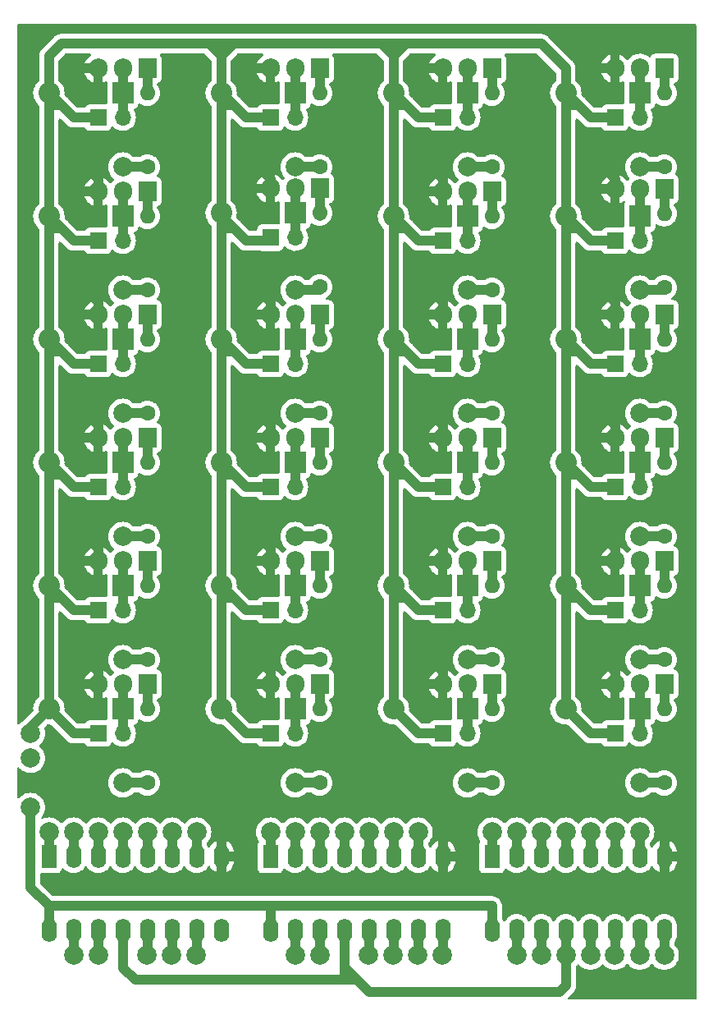
<source format=gbr>
G04*
G04 RS-274X GERBER GENERATED BY FLATCAM v8.994 - www.flatcam.org - Version Date: 2020/11/7*
G04 Filename: MIDIViolina-B_Cu_2ND_BOARD_FLIPPED.gbr*
G04 Created on : Sunday, 04 December 2022 at 22:44*
%FSLAX24Y24*%
%MOIN*%
%ADD10C,0.062992*%
%ADD11O,0.062992X0.062992*%
%ADD12R,0.07499985X0.07874*%
%ADD13O,0.07499985X0.07874*%
%ADD14R,0.066929X0.066929*%
%ADD15O,0.066929X0.066929*%
%ADD16R,0.08661400000000001X0.08661400000000001*%
%ADD17O,0.08661400000000001X0.08661400000000001*%
%ADD18O,0.062992X0.094488*%
%ADD19R,0.062992X0.094488*%
%ADD25C,0.07874*%
%ADD26C,0.03937*%

G70*
G90*
G01*
%LPD*%
G36*
X54794Y-49197D02*
X54794Y-48790D01*
X54794Y-46000D01*
X54794Y-15250D01*
X54786Y-15223D01*
X54765Y-15205D01*
X54744Y-15200D01*
X27244Y-15200D01*
X27217Y-15208D01*
X27199Y-15229D01*
X27194Y-15250D01*
X27194Y-43588D01*
X27202Y-43615D01*
X27223Y-43633D01*
X27251Y-43637D01*
X27276Y-43625D01*
X27282Y-43620D01*
X27316Y-43580D01*
X27316Y-43580D01*
X27317Y-43579D01*
X27333Y-43565D01*
X27386Y-43519D01*
X27388Y-43518D01*
X27435Y-43489D01*
X27447Y-43478D01*
X27454Y-43471D01*
X27454Y-43471D01*
X27455Y-43469D01*
X27457Y-43467D01*
X27457Y-43467D01*
X27469Y-43457D01*
X27472Y-43454D01*
X27842Y-43084D01*
X27856Y-43060D01*
X27856Y-43045D01*
X27853Y-43002D01*
X27853Y-43000D01*
X27861Y-42901D01*
X27884Y-42804D01*
X27922Y-42712D01*
X27974Y-42627D01*
X28039Y-42551D01*
X28074Y-42521D01*
X28089Y-42498D01*
X28091Y-42483D01*
X28091Y-38523D01*
X28091Y-38518D01*
X28090Y-38511D01*
X28079Y-38485D01*
X28073Y-38478D01*
X28040Y-38450D01*
X28040Y-38450D01*
X28039Y-38449D01*
X27974Y-38373D01*
X27922Y-38288D01*
X27893Y-38217D01*
X27885Y-38198D01*
X27885Y-38198D01*
X27884Y-38196D01*
X27861Y-38099D01*
X27853Y-38000D01*
X27861Y-37901D01*
X27884Y-37804D01*
X27922Y-37712D01*
X27974Y-37627D01*
X28039Y-37551D01*
X28074Y-37521D01*
X28089Y-37498D01*
X28091Y-37483D01*
X28091Y-33524D01*
X28091Y-33518D01*
X28090Y-33511D01*
X28079Y-33485D01*
X28073Y-33478D01*
X28040Y-33450D01*
X28040Y-33450D01*
X28039Y-33449D01*
X27974Y-33373D01*
X27922Y-33288D01*
X27893Y-33217D01*
X27885Y-33198D01*
X27885Y-33198D01*
X27884Y-33196D01*
X27861Y-33099D01*
X27853Y-33000D01*
X27861Y-32901D01*
X27884Y-32804D01*
X27922Y-32712D01*
X27974Y-32627D01*
X28039Y-32551D01*
X28074Y-32521D01*
X28089Y-32498D01*
X28091Y-32483D01*
X28091Y-28524D01*
X28091Y-28518D01*
X28090Y-28511D01*
X28079Y-28485D01*
X28073Y-28478D01*
X28040Y-28450D01*
X28040Y-28450D01*
X28039Y-28449D01*
X27974Y-28373D01*
X27922Y-28288D01*
X27893Y-28217D01*
X27885Y-28198D01*
X27885Y-28198D01*
X27884Y-28196D01*
X27861Y-28099D01*
X27853Y-28000D01*
X27861Y-27901D01*
X27884Y-27804D01*
X27922Y-27712D01*
X27974Y-27627D01*
X28039Y-27551D01*
X28074Y-27521D01*
X28089Y-27498D01*
X28091Y-27483D01*
X28091Y-23524D01*
X28091Y-23518D01*
X28090Y-23511D01*
X28079Y-23485D01*
X28073Y-23478D01*
X28040Y-23450D01*
X28040Y-23450D01*
X28039Y-23449D01*
X27974Y-23373D01*
X27922Y-23288D01*
X27914Y-23269D01*
X27885Y-23198D01*
X27885Y-23198D01*
X27884Y-23196D01*
X27861Y-23099D01*
X27853Y-23000D01*
X27861Y-22901D01*
X27861Y-22898D01*
X27884Y-22806D01*
X27884Y-22804D01*
X27897Y-22773D01*
X27921Y-22713D01*
X27921Y-22713D01*
X27922Y-22712D01*
X27974Y-22627D01*
X28039Y-22551D01*
X28074Y-22521D01*
X28089Y-22498D01*
X28091Y-22483D01*
X28091Y-18524D01*
X28091Y-18518D01*
X28090Y-18511D01*
X28079Y-18485D01*
X28073Y-18478D01*
X28040Y-18450D01*
X28040Y-18450D01*
X28039Y-18449D01*
X27974Y-18373D01*
X27922Y-18288D01*
X27893Y-18217D01*
X27885Y-18198D01*
X27885Y-18198D01*
X27884Y-18196D01*
X27861Y-18099D01*
X27853Y-18000D01*
X27861Y-17901D01*
X27884Y-17804D01*
X27922Y-17712D01*
X27974Y-17627D01*
X28039Y-17551D01*
X28074Y-17521D01*
X28089Y-17498D01*
X28091Y-17483D01*
X28091Y-16524D01*
X28091Y-16519D01*
X28089Y-16507D01*
X28089Y-16507D01*
X28089Y-16504D01*
X28091Y-16484D01*
X28091Y-16483D01*
X28091Y-16482D01*
X28091Y-16480D01*
X28093Y-16464D01*
X28093Y-16463D01*
X28096Y-16429D01*
X28096Y-16427D01*
X28097Y-16425D01*
X28097Y-16422D01*
X28107Y-16387D01*
X28107Y-16387D01*
X28118Y-16352D01*
X28119Y-16350D01*
X28119Y-16348D01*
X28136Y-16316D01*
X28137Y-16315D01*
X28152Y-16285D01*
X28152Y-16285D01*
X28154Y-16283D01*
X28155Y-16281D01*
X28156Y-16279D01*
X28179Y-16251D01*
X28179Y-16250D01*
X28192Y-16235D01*
X28193Y-16234D01*
X28193Y-16234D01*
X28194Y-16232D01*
X28205Y-16219D01*
X28219Y-16207D01*
X28222Y-16204D01*
X28690Y-15736D01*
X28694Y-15732D01*
X28702Y-15723D01*
X28703Y-15721D01*
X28718Y-15708D01*
X28720Y-15707D01*
X28720Y-15706D01*
X28721Y-15705D01*
X28734Y-15695D01*
X28735Y-15694D01*
X28763Y-15671D01*
X28765Y-15670D01*
X28766Y-15668D01*
X28798Y-15651D01*
X28799Y-15651D01*
X28829Y-15634D01*
X28829Y-15634D01*
X28831Y-15633D01*
X28833Y-15633D01*
X28835Y-15632D01*
X28870Y-15621D01*
X28870Y-15621D01*
X28905Y-15610D01*
X28907Y-15609D01*
X28909Y-15609D01*
X28946Y-15605D01*
X28946Y-15605D01*
X28959Y-15604D01*
X28964Y-15603D01*
X28964Y-15603D01*
X28966Y-15603D01*
X28967Y-15603D01*
X28968Y-15603D01*
X28970Y-15603D01*
X28981Y-15602D01*
X28984Y-15601D01*
X28984Y-15601D01*
X28987Y-15601D01*
X29003Y-15603D01*
X29005Y-15603D01*
X29009Y-15603D01*
X34964Y-15603D01*
X34969Y-15603D01*
X34982Y-15601D01*
X34982Y-15601D01*
X34984Y-15601D01*
X35002Y-15603D01*
X35003Y-15603D01*
X35008Y-15603D01*
X35465Y-15603D01*
X35470Y-15603D01*
X35483Y-15601D01*
X35483Y-15601D01*
X35485Y-15601D01*
X35504Y-15603D01*
X35509Y-15603D01*
X35965Y-15603D01*
X35970Y-15603D01*
X35984Y-15601D01*
X35984Y-15601D01*
X35987Y-15601D01*
X36003Y-15603D01*
X36005Y-15603D01*
X36009Y-15603D01*
X41964Y-15603D01*
X41969Y-15603D01*
X41982Y-15601D01*
X41982Y-15601D01*
X41984Y-15601D01*
X42002Y-15603D01*
X42003Y-15603D01*
X42008Y-15603D01*
X42465Y-15603D01*
X42470Y-15603D01*
X42483Y-15601D01*
X42483Y-15601D01*
X42485Y-15601D01*
X42504Y-15603D01*
X42509Y-15603D01*
X42965Y-15603D01*
X42970Y-15603D01*
X42984Y-15601D01*
X42984Y-15601D01*
X42987Y-15601D01*
X43003Y-15603D01*
X43005Y-15603D01*
X43009Y-15603D01*
X48464Y-15603D01*
X48469Y-15603D01*
X48482Y-15601D01*
X48482Y-15601D01*
X48484Y-15601D01*
X48491Y-15602D01*
X48504Y-15603D01*
X48505Y-15603D01*
X48506Y-15603D01*
X48508Y-15603D01*
X48517Y-15604D01*
X48525Y-15605D01*
X48525Y-15605D01*
X48538Y-15606D01*
X48561Y-15608D01*
X48563Y-15608D01*
X48566Y-15609D01*
X48601Y-15619D01*
X48601Y-15619D01*
X48634Y-15629D01*
X48634Y-15629D01*
X48636Y-15630D01*
X48638Y-15630D01*
X48640Y-15631D01*
X48672Y-15648D01*
X48673Y-15649D01*
X48678Y-15651D01*
X48705Y-15665D01*
X48707Y-15667D01*
X48709Y-15668D01*
X48711Y-15669D01*
X48711Y-15669D01*
X48737Y-15691D01*
X48738Y-15691D01*
X48753Y-15703D01*
X48754Y-15704D01*
X48754Y-15705D01*
X48756Y-15706D01*
X48763Y-15712D01*
X48769Y-15717D01*
X48771Y-15719D01*
X48771Y-15719D01*
X48781Y-15731D01*
X48784Y-15734D01*
X49752Y-16702D01*
X49756Y-16706D01*
X49767Y-16715D01*
X49769Y-16717D01*
X49780Y-16730D01*
X49781Y-16731D01*
X49782Y-16732D01*
X49783Y-16733D01*
X49793Y-16746D01*
X49794Y-16746D01*
X49817Y-16775D01*
X49818Y-16776D01*
X49820Y-16778D01*
X49828Y-16793D01*
X49837Y-16810D01*
X49837Y-16811D01*
X49854Y-16841D01*
X49854Y-16841D01*
X49855Y-16843D01*
X49855Y-16845D01*
X49856Y-16847D01*
X49867Y-16882D01*
X49867Y-16882D01*
X49878Y-16917D01*
X49879Y-16919D01*
X49879Y-16921D01*
X49883Y-16957D01*
X49883Y-16958D01*
X49883Y-16958D01*
X49885Y-16978D01*
X49885Y-16979D01*
X49885Y-16979D01*
X49885Y-16982D01*
X49887Y-16999D01*
X49887Y-17001D01*
X49885Y-17017D01*
X49885Y-17021D01*
X49885Y-17483D01*
X49893Y-17510D01*
X49903Y-17521D01*
X49937Y-17551D01*
X50002Y-17627D01*
X50054Y-17712D01*
X50092Y-17804D01*
X50115Y-17901D01*
X50123Y-18000D01*
X50123Y-18002D01*
X50120Y-18046D01*
X50125Y-18073D01*
X50134Y-18084D01*
X50253Y-18203D01*
X50256Y-18206D01*
X50267Y-18215D01*
X50267Y-18215D01*
X50269Y-18217D01*
X50281Y-18231D01*
X50284Y-18234D01*
X50467Y-18417D01*
X50638Y-18588D01*
X50663Y-18602D01*
X50673Y-18603D01*
X50929Y-18603D01*
X50955Y-18595D01*
X50974Y-18574D01*
X50975Y-18572D01*
X50975Y-18571D01*
X50976Y-18568D01*
X51010Y-18522D01*
X51056Y-18488D01*
X51110Y-18468D01*
X51134Y-18465D01*
X51805Y-18465D01*
X51832Y-18457D01*
X51850Y-18436D01*
X51855Y-18416D01*
X51855Y-17557D01*
X51847Y-17530D01*
X51826Y-17512D01*
X51798Y-17508D01*
X51781Y-17514D01*
X51726Y-17544D01*
X51723Y-17546D01*
X51692Y-17557D01*
X51686Y-17557D01*
X51685Y-17555D01*
X51685Y-17552D01*
X51685Y-16796D01*
X51685Y-16448D01*
X51687Y-16442D01*
X51689Y-16442D01*
X51710Y-16449D01*
X51713Y-16450D01*
X51794Y-16492D01*
X51797Y-16494D01*
X51870Y-16549D01*
X51873Y-16551D01*
X51935Y-16617D01*
X51938Y-16620D01*
X51946Y-16633D01*
X51968Y-16651D01*
X51996Y-16654D01*
X52021Y-16641D01*
X52029Y-16632D01*
X52030Y-16631D01*
X52031Y-16629D01*
X52094Y-16559D01*
X52139Y-16524D01*
X52167Y-16502D01*
X52167Y-16502D01*
X52169Y-16501D01*
X52170Y-16500D01*
X52170Y-16500D01*
X52250Y-16456D01*
X52250Y-16456D01*
X52251Y-16455D01*
X52253Y-16454D01*
X52253Y-16454D01*
X52339Y-16424D01*
X52339Y-16424D01*
X52341Y-16423D01*
X52343Y-16423D01*
X52343Y-16423D01*
X52432Y-16407D01*
X52432Y-16407D01*
X52434Y-16407D01*
X52470Y-16406D01*
X52526Y-16406D01*
X52526Y-16406D01*
X52528Y-16406D01*
X52622Y-16420D01*
X52666Y-16434D01*
X52710Y-16449D01*
X52710Y-16449D01*
X52712Y-16449D01*
X52714Y-16450D01*
X52714Y-16450D01*
X52752Y-16470D01*
X52796Y-16493D01*
X52857Y-16539D01*
X52883Y-16549D01*
X52910Y-16543D01*
X52930Y-16523D01*
X52933Y-16516D01*
X52934Y-16512D01*
X52934Y-16512D01*
X52936Y-16509D01*
X52970Y-16463D01*
X53016Y-16429D01*
X53070Y-16409D01*
X53094Y-16406D01*
X53882Y-16406D01*
X53907Y-16409D01*
X53960Y-16429D01*
X54006Y-16463D01*
X54040Y-16509D01*
X54061Y-16563D01*
X54063Y-16587D01*
X54063Y-17413D01*
X54061Y-17437D01*
X54040Y-17491D01*
X54006Y-17537D01*
X53960Y-17571D01*
X53957Y-17572D01*
X53917Y-17587D01*
X53895Y-17604D01*
X53885Y-17630D01*
X53885Y-17634D01*
X53885Y-17653D01*
X53894Y-17682D01*
X53936Y-17741D01*
X53937Y-17743D01*
X53937Y-17743D01*
X53965Y-17804D01*
X53974Y-17823D01*
X53997Y-17910D01*
X54005Y-18000D01*
X53997Y-18090D01*
X53974Y-18177D01*
X53973Y-18179D01*
X53973Y-18179D01*
X53937Y-18257D01*
X53937Y-18257D01*
X53936Y-18259D01*
X53884Y-18332D01*
X53820Y-18396D01*
X53819Y-18397D01*
X53819Y-18397D01*
X53793Y-18416D01*
X53747Y-18448D01*
X53745Y-18449D01*
X53745Y-18449D01*
X53685Y-18476D01*
X53665Y-18486D01*
X53663Y-18486D01*
X53663Y-18486D01*
X53580Y-18509D01*
X53580Y-18509D01*
X53578Y-18509D01*
X53488Y-18517D01*
X53398Y-18509D01*
X53396Y-18509D01*
X53396Y-18509D01*
X53313Y-18486D01*
X53313Y-18486D01*
X53311Y-18486D01*
X53291Y-18476D01*
X53231Y-18449D01*
X53231Y-18449D01*
X53230Y-18448D01*
X53198Y-18426D01*
X53172Y-18417D01*
X53145Y-18424D01*
X53125Y-18444D01*
X53120Y-18461D01*
X53119Y-18476D01*
X53099Y-18530D01*
X53064Y-18576D01*
X53018Y-18610D01*
X52965Y-18631D01*
X52964Y-18631D01*
X52940Y-18644D01*
X52928Y-18669D01*
X52930Y-18697D01*
X52935Y-18706D01*
X52955Y-18735D01*
X52992Y-18815D01*
X53015Y-18899D01*
X53025Y-18987D01*
X53020Y-19075D01*
X53019Y-19077D01*
X53019Y-19077D01*
X53010Y-19119D01*
X53000Y-19160D01*
X52967Y-19242D01*
X52966Y-19244D01*
X52935Y-19294D01*
X52921Y-19317D01*
X52864Y-19383D01*
X52796Y-19440D01*
X52720Y-19484D01*
X52638Y-19515D01*
X52636Y-19516D01*
X52636Y-19516D01*
X52594Y-19524D01*
X52552Y-19533D01*
X52550Y-19533D01*
X52550Y-19533D01*
X52466Y-19536D01*
X52466Y-19536D01*
X52464Y-19536D01*
X52462Y-19536D01*
X52462Y-19536D01*
X52379Y-19525D01*
X52379Y-19525D01*
X52377Y-19525D01*
X52375Y-19524D01*
X52294Y-19500D01*
X52294Y-19500D01*
X52292Y-19500D01*
X52213Y-19461D01*
X52142Y-19410D01*
X52099Y-19367D01*
X52075Y-19354D01*
X52047Y-19356D01*
X52024Y-19373D01*
X52018Y-19385D01*
X52012Y-19399D01*
X52000Y-19432D01*
X51966Y-19478D01*
X51920Y-19512D01*
X51866Y-19532D01*
X51842Y-19535D01*
X51134Y-19535D01*
X51110Y-19532D01*
X51056Y-19512D01*
X51010Y-19478D01*
X50976Y-19432D01*
X50975Y-19428D01*
X50973Y-19425D01*
X50972Y-19426D01*
X50958Y-19407D01*
X50932Y-19397D01*
X50929Y-19397D01*
X50512Y-19397D01*
X50507Y-19397D01*
X50495Y-19399D01*
X50495Y-19399D01*
X50492Y-19399D01*
X50482Y-19398D01*
X50473Y-19397D01*
X50471Y-19397D01*
X50470Y-19397D01*
X50468Y-19397D01*
X50464Y-19397D01*
X50452Y-19395D01*
X50451Y-19395D01*
X50434Y-19394D01*
X50415Y-19392D01*
X50413Y-19392D01*
X50411Y-19391D01*
X50376Y-19381D01*
X50375Y-19381D01*
X50342Y-19371D01*
X50342Y-19371D01*
X50340Y-19370D01*
X50338Y-19369D01*
X50336Y-19369D01*
X50333Y-19367D01*
X50304Y-19352D01*
X50303Y-19351D01*
X50273Y-19336D01*
X50271Y-19335D01*
X50269Y-19333D01*
X50267Y-19332D01*
X50239Y-19309D01*
X50239Y-19309D01*
X50223Y-19297D01*
X50222Y-19296D01*
X50222Y-19295D01*
X50220Y-19294D01*
X50207Y-19283D01*
X50195Y-19269D01*
X50192Y-19266D01*
X49970Y-19043D01*
X49945Y-19030D01*
X49917Y-19032D01*
X49895Y-19049D01*
X49885Y-19075D01*
X49885Y-19078D01*
X49885Y-22483D01*
X49893Y-22510D01*
X49903Y-22521D01*
X49937Y-22551D01*
X50002Y-22627D01*
X50054Y-22712D01*
X50055Y-22713D01*
X50055Y-22713D01*
X50079Y-22773D01*
X50092Y-22804D01*
X50093Y-22806D01*
X50115Y-22898D01*
X50115Y-22901D01*
X50123Y-23000D01*
X50122Y-23021D01*
X50120Y-23045D01*
X50125Y-23073D01*
X50134Y-23084D01*
X50253Y-23203D01*
X50256Y-23206D01*
X50267Y-23215D01*
X50267Y-23215D01*
X50269Y-23217D01*
X50281Y-23231D01*
X50284Y-23234D01*
X50467Y-23417D01*
X50638Y-23588D01*
X50663Y-23602D01*
X50673Y-23603D01*
X50929Y-23603D01*
X50955Y-23595D01*
X50974Y-23574D01*
X50975Y-23572D01*
X50975Y-23571D01*
X50976Y-23568D01*
X51010Y-23522D01*
X51056Y-23488D01*
X51110Y-23468D01*
X51134Y-23465D01*
X51805Y-23465D01*
X51832Y-23457D01*
X51850Y-23436D01*
X51855Y-23416D01*
X51855Y-22548D01*
X51857Y-22523D01*
X51878Y-22470D01*
X51885Y-22460D01*
X51895Y-22434D01*
X51889Y-22406D01*
X51869Y-22387D01*
X51842Y-22381D01*
X51815Y-22391D01*
X51809Y-22396D01*
X51806Y-22398D01*
X51726Y-22442D01*
X51723Y-22443D01*
X51692Y-22454D01*
X51686Y-22455D01*
X51685Y-22452D01*
X51685Y-22450D01*
X51685Y-21694D01*
X51685Y-21345D01*
X51687Y-21340D01*
X51689Y-21340D01*
X51710Y-21346D01*
X51713Y-21348D01*
X51794Y-21390D01*
X51797Y-21392D01*
X51870Y-21446D01*
X51873Y-21449D01*
X51935Y-21514D01*
X51938Y-21517D01*
X51946Y-21530D01*
X51968Y-21548D01*
X51996Y-21551D01*
X52021Y-21539D01*
X52029Y-21529D01*
X52030Y-21528D01*
X52031Y-21527D01*
X52032Y-21525D01*
X52032Y-21525D01*
X52067Y-21488D01*
X52079Y-21462D01*
X52075Y-21435D01*
X52067Y-21421D01*
X52067Y-21421D01*
X52056Y-21408D01*
X52006Y-21350D01*
X52005Y-21348D01*
X52005Y-21348D01*
X51958Y-21272D01*
X51957Y-21270D01*
X51922Y-21184D01*
X51900Y-21093D01*
X51892Y-21000D01*
X51900Y-20907D01*
X51922Y-20816D01*
X51957Y-20730D01*
X51994Y-20669D01*
X52005Y-20651D01*
X52005Y-20651D01*
X52006Y-20650D01*
X52067Y-20579D01*
X52138Y-20518D01*
X52140Y-20517D01*
X52140Y-20517D01*
X52216Y-20470D01*
X52218Y-20469D01*
X52219Y-20468D01*
X52219Y-20468D01*
X52302Y-20434D01*
X52302Y-20434D01*
X52304Y-20433D01*
X52336Y-20426D01*
X52393Y-20412D01*
X52393Y-20412D01*
X52395Y-20412D01*
X52488Y-20404D01*
X52581Y-20412D01*
X52583Y-20412D01*
X52583Y-20412D01*
X52641Y-20426D01*
X52672Y-20433D01*
X52674Y-20434D01*
X52674Y-20434D01*
X52757Y-20468D01*
X52757Y-20468D01*
X52759Y-20469D01*
X52760Y-20470D01*
X52837Y-20517D01*
X52837Y-20517D01*
X52838Y-20518D01*
X52909Y-20579D01*
X52911Y-20580D01*
X52911Y-20580D01*
X52915Y-20586D01*
X52939Y-20601D01*
X52953Y-20603D01*
X53141Y-20603D01*
X53170Y-20594D01*
X53189Y-20580D01*
X53230Y-20552D01*
X53231Y-20551D01*
X53231Y-20551D01*
X53309Y-20515D01*
X53309Y-20515D01*
X53311Y-20514D01*
X53313Y-20513D01*
X53313Y-20513D01*
X53396Y-20491D01*
X53396Y-20491D01*
X53398Y-20491D01*
X53488Y-20483D01*
X53578Y-20491D01*
X53580Y-20491D01*
X53580Y-20491D01*
X53663Y-20513D01*
X53663Y-20513D01*
X53665Y-20514D01*
X53667Y-20515D01*
X53667Y-20515D01*
X53745Y-20551D01*
X53745Y-20551D01*
X53747Y-20552D01*
X53783Y-20577D01*
X53819Y-20603D01*
X53819Y-20603D01*
X53820Y-20604D01*
X53884Y-20668D01*
X53936Y-20741D01*
X53937Y-20743D01*
X53937Y-20743D01*
X53971Y-20816D01*
X53974Y-20823D01*
X53997Y-20910D01*
X54005Y-21000D01*
X53997Y-21090D01*
X53974Y-21177D01*
X53973Y-21179D01*
X53973Y-21179D01*
X53936Y-21259D01*
X53936Y-21259D01*
X53930Y-21284D01*
X53939Y-21310D01*
X53956Y-21325D01*
X53957Y-21325D01*
X53960Y-21326D01*
X54006Y-21361D01*
X54040Y-21407D01*
X54061Y-21460D01*
X54063Y-21485D01*
X54063Y-22310D01*
X54061Y-22335D01*
X54040Y-22388D01*
X54006Y-22434D01*
X53960Y-22469D01*
X53957Y-22470D01*
X53917Y-22485D01*
X53895Y-22502D01*
X53885Y-22528D01*
X53885Y-22531D01*
X53885Y-22551D01*
X53894Y-22579D01*
X53936Y-22639D01*
X53937Y-22641D01*
X53937Y-22641D01*
X53970Y-22712D01*
X53974Y-22721D01*
X53975Y-22723D01*
X53975Y-22723D01*
X53997Y-22806D01*
X53997Y-22808D01*
X54005Y-22898D01*
X53997Y-22987D01*
X53997Y-22989D01*
X53997Y-22989D01*
X53976Y-23068D01*
X53974Y-23074D01*
X53973Y-23076D01*
X53973Y-23076D01*
X53937Y-23154D01*
X53937Y-23154D01*
X53936Y-23156D01*
X53923Y-23175D01*
X53893Y-23217D01*
X53884Y-23230D01*
X53820Y-23294D01*
X53819Y-23295D01*
X53819Y-23295D01*
X53818Y-23296D01*
X53747Y-23345D01*
X53745Y-23346D01*
X53745Y-23346D01*
X53684Y-23375D01*
X53665Y-23384D01*
X53663Y-23384D01*
X53663Y-23384D01*
X53580Y-23406D01*
X53580Y-23406D01*
X53578Y-23407D01*
X53488Y-23415D01*
X53398Y-23407D01*
X53396Y-23406D01*
X53396Y-23406D01*
X53313Y-23384D01*
X53313Y-23384D01*
X53311Y-23384D01*
X53293Y-23375D01*
X53231Y-23346D01*
X53231Y-23346D01*
X53230Y-23345D01*
X53199Y-23324D01*
X53173Y-23315D01*
X53146Y-23322D01*
X53127Y-23343D01*
X53121Y-23365D01*
X53121Y-23452D01*
X53119Y-23476D01*
X53099Y-23530D01*
X53064Y-23576D01*
X53018Y-23610D01*
X52965Y-23631D01*
X52964Y-23631D01*
X52940Y-23644D01*
X52928Y-23669D01*
X52930Y-23697D01*
X52935Y-23706D01*
X52955Y-23735D01*
X52992Y-23815D01*
X53015Y-23899D01*
X53025Y-23987D01*
X53020Y-24075D01*
X53019Y-24077D01*
X53019Y-24077D01*
X53011Y-24112D01*
X53000Y-24160D01*
X52967Y-24242D01*
X52958Y-24257D01*
X52924Y-24313D01*
X52921Y-24317D01*
X52864Y-24383D01*
X52796Y-24440D01*
X52720Y-24484D01*
X52638Y-24515D01*
X52636Y-24516D01*
X52636Y-24516D01*
X52594Y-24524D01*
X52552Y-24533D01*
X52550Y-24533D01*
X52550Y-24533D01*
X52466Y-24536D01*
X52466Y-24536D01*
X52464Y-24536D01*
X52462Y-24536D01*
X52462Y-24536D01*
X52379Y-24525D01*
X52379Y-24525D01*
X52377Y-24525D01*
X52375Y-24524D01*
X52294Y-24500D01*
X52294Y-24500D01*
X52292Y-24500D01*
X52213Y-24461D01*
X52142Y-24410D01*
X52099Y-24367D01*
X52075Y-24354D01*
X52047Y-24356D01*
X52024Y-24373D01*
X52018Y-24385D01*
X52012Y-24399D01*
X52000Y-24432D01*
X51966Y-24478D01*
X51920Y-24512D01*
X51866Y-24532D01*
X51842Y-24535D01*
X51134Y-24535D01*
X51110Y-24532D01*
X51056Y-24512D01*
X51010Y-24478D01*
X50976Y-24432D01*
X50975Y-24428D01*
X50973Y-24425D01*
X50972Y-24426D01*
X50958Y-24407D01*
X50932Y-24397D01*
X50929Y-24397D01*
X50512Y-24397D01*
X50507Y-24397D01*
X50495Y-24399D01*
X50495Y-24399D01*
X50492Y-24399D01*
X50482Y-24398D01*
X50473Y-24397D01*
X50471Y-24397D01*
X50470Y-24397D01*
X50468Y-24397D01*
X50464Y-24397D01*
X50452Y-24395D01*
X50451Y-24395D01*
X50434Y-24394D01*
X50415Y-24392D01*
X50413Y-24392D01*
X50411Y-24391D01*
X50376Y-24381D01*
X50375Y-24381D01*
X50342Y-24371D01*
X50342Y-24371D01*
X50340Y-24370D01*
X50338Y-24369D01*
X50336Y-24369D01*
X50313Y-24357D01*
X50304Y-24352D01*
X50303Y-24351D01*
X50273Y-24336D01*
X50271Y-24335D01*
X50269Y-24333D01*
X50267Y-24332D01*
X50239Y-24309D01*
X50239Y-24309D01*
X50223Y-24297D01*
X50222Y-24296D01*
X50222Y-24295D01*
X50220Y-24294D01*
X50207Y-24283D01*
X50195Y-24269D01*
X50192Y-24266D01*
X49970Y-24043D01*
X49945Y-24030D01*
X49917Y-24032D01*
X49895Y-24049D01*
X49885Y-24075D01*
X49885Y-24078D01*
X49885Y-27483D01*
X49893Y-27510D01*
X49903Y-27521D01*
X49937Y-27551D01*
X50002Y-27627D01*
X50054Y-27712D01*
X50092Y-27804D01*
X50115Y-27901D01*
X50123Y-28000D01*
X50123Y-28002D01*
X50120Y-28045D01*
X50125Y-28073D01*
X50134Y-28084D01*
X50253Y-28203D01*
X50256Y-28206D01*
X50267Y-28215D01*
X50267Y-28215D01*
X50269Y-28217D01*
X50281Y-28231D01*
X50284Y-28234D01*
X50467Y-28417D01*
X50638Y-28588D01*
X50663Y-28602D01*
X50673Y-28603D01*
X50929Y-28603D01*
X50955Y-28595D01*
X50974Y-28574D01*
X50975Y-28572D01*
X50975Y-28571D01*
X50976Y-28568D01*
X51010Y-28522D01*
X51056Y-28488D01*
X51110Y-28468D01*
X51134Y-28465D01*
X51805Y-28465D01*
X51832Y-28457D01*
X51850Y-28436D01*
X51855Y-28415D01*
X51855Y-27557D01*
X51847Y-27530D01*
X51826Y-27512D01*
X51798Y-27508D01*
X51781Y-27514D01*
X51726Y-27544D01*
X51723Y-27546D01*
X51692Y-27557D01*
X51686Y-27557D01*
X51685Y-27555D01*
X51685Y-27552D01*
X51685Y-26796D01*
X51685Y-26448D01*
X51687Y-26442D01*
X51689Y-26442D01*
X51710Y-26449D01*
X51713Y-26450D01*
X51794Y-26492D01*
X51797Y-26494D01*
X51870Y-26549D01*
X51873Y-26551D01*
X51935Y-26617D01*
X51938Y-26620D01*
X51946Y-26633D01*
X51968Y-26650D01*
X51996Y-26654D01*
X52021Y-26641D01*
X52029Y-26632D01*
X52030Y-26631D01*
X52031Y-26629D01*
X52094Y-26559D01*
X52117Y-26542D01*
X52133Y-26519D01*
X52134Y-26491D01*
X52118Y-26465D01*
X52068Y-26422D01*
X52067Y-26421D01*
X52006Y-26350D01*
X52005Y-26348D01*
X52005Y-26348D01*
X51958Y-26272D01*
X51957Y-26270D01*
X51929Y-26203D01*
X51922Y-26186D01*
X51922Y-26186D01*
X51922Y-26184D01*
X51909Y-26132D01*
X51900Y-26095D01*
X51900Y-26095D01*
X51900Y-26093D01*
X51892Y-26000D01*
X51900Y-25907D01*
X51901Y-25900D01*
X51919Y-25825D01*
X51922Y-25816D01*
X51922Y-25814D01*
X51957Y-25731D01*
X51957Y-25731D01*
X51957Y-25729D01*
X51964Y-25719D01*
X52005Y-25651D01*
X52005Y-25651D01*
X52006Y-25650D01*
X52067Y-25579D01*
X52138Y-25518D01*
X52140Y-25517D01*
X52140Y-25517D01*
X52216Y-25470D01*
X52218Y-25469D01*
X52219Y-25468D01*
X52219Y-25468D01*
X52302Y-25434D01*
X52302Y-25434D01*
X52304Y-25433D01*
X52342Y-25424D01*
X52393Y-25412D01*
X52393Y-25412D01*
X52395Y-25412D01*
X52488Y-25404D01*
X52581Y-25412D01*
X52583Y-25412D01*
X52583Y-25412D01*
X52634Y-25424D01*
X52672Y-25433D01*
X52674Y-25434D01*
X52674Y-25434D01*
X52757Y-25468D01*
X52757Y-25468D01*
X52759Y-25469D01*
X52760Y-25470D01*
X52837Y-25517D01*
X52837Y-25517D01*
X52838Y-25518D01*
X52909Y-25579D01*
X52911Y-25580D01*
X52911Y-25580D01*
X52915Y-25586D01*
X52939Y-25601D01*
X52953Y-25603D01*
X53040Y-25603D01*
X53067Y-25595D01*
X53080Y-25582D01*
X53092Y-25565D01*
X53156Y-25501D01*
X53157Y-25500D01*
X53157Y-25500D01*
X53203Y-25468D01*
X53230Y-25450D01*
X53231Y-25449D01*
X53231Y-25449D01*
X53309Y-25413D01*
X53309Y-25413D01*
X53311Y-25412D01*
X53313Y-25411D01*
X53313Y-25411D01*
X53396Y-25389D01*
X53396Y-25389D01*
X53398Y-25388D01*
X53488Y-25380D01*
X53578Y-25388D01*
X53580Y-25389D01*
X53580Y-25389D01*
X53663Y-25411D01*
X53663Y-25411D01*
X53665Y-25412D01*
X53667Y-25413D01*
X53667Y-25413D01*
X53745Y-25449D01*
X53745Y-25449D01*
X53747Y-25450D01*
X53773Y-25468D01*
X53819Y-25500D01*
X53819Y-25500D01*
X53820Y-25501D01*
X53884Y-25565D01*
X53885Y-25567D01*
X53885Y-25567D01*
X53907Y-25598D01*
X53936Y-25639D01*
X53937Y-25641D01*
X53937Y-25641D01*
X53973Y-25719D01*
X53974Y-25721D01*
X53997Y-25808D01*
X54005Y-25898D01*
X53997Y-25987D01*
X53974Y-26074D01*
X53973Y-26076D01*
X53973Y-26076D01*
X53937Y-26154D01*
X53937Y-26154D01*
X53936Y-26156D01*
X53884Y-26230D01*
X53820Y-26294D01*
X53819Y-26295D01*
X53819Y-26295D01*
X53789Y-26316D01*
X53771Y-26338D01*
X53769Y-26365D01*
X53781Y-26390D01*
X53805Y-26405D01*
X53817Y-26406D01*
X53882Y-26406D01*
X53907Y-26409D01*
X53960Y-26429D01*
X54006Y-26463D01*
X54040Y-26509D01*
X54061Y-26563D01*
X54063Y-26587D01*
X54063Y-27413D01*
X54061Y-27437D01*
X54040Y-27491D01*
X54006Y-27537D01*
X53960Y-27571D01*
X53957Y-27572D01*
X53917Y-27587D01*
X53895Y-27604D01*
X53885Y-27630D01*
X53885Y-27634D01*
X53885Y-27653D01*
X53894Y-27682D01*
X53936Y-27741D01*
X53937Y-27743D01*
X53937Y-27743D01*
X53965Y-27804D01*
X53974Y-27823D01*
X53997Y-27910D01*
X54005Y-28000D01*
X53997Y-28090D01*
X53974Y-28177D01*
X53973Y-28179D01*
X53973Y-28179D01*
X53937Y-28257D01*
X53937Y-28257D01*
X53936Y-28259D01*
X53884Y-28332D01*
X53820Y-28396D01*
X53819Y-28397D01*
X53819Y-28397D01*
X53793Y-28415D01*
X53747Y-28448D01*
X53745Y-28449D01*
X53745Y-28449D01*
X53685Y-28476D01*
X53665Y-28486D01*
X53663Y-28486D01*
X53663Y-28486D01*
X53580Y-28509D01*
X53580Y-28509D01*
X53578Y-28509D01*
X53488Y-28517D01*
X53398Y-28509D01*
X53396Y-28509D01*
X53396Y-28509D01*
X53313Y-28486D01*
X53313Y-28486D01*
X53311Y-28486D01*
X53291Y-28476D01*
X53231Y-28449D01*
X53231Y-28449D01*
X53230Y-28448D01*
X53198Y-28426D01*
X53172Y-28417D01*
X53145Y-28424D01*
X53125Y-28444D01*
X53120Y-28461D01*
X53119Y-28476D01*
X53099Y-28530D01*
X53064Y-28576D01*
X53018Y-28610D01*
X52965Y-28631D01*
X52964Y-28631D01*
X52940Y-28644D01*
X52928Y-28669D01*
X52930Y-28697D01*
X52935Y-28706D01*
X52955Y-28735D01*
X52992Y-28815D01*
X53015Y-28899D01*
X53025Y-28987D01*
X53020Y-29075D01*
X53019Y-29077D01*
X53019Y-29077D01*
X53010Y-29119D01*
X53000Y-29160D01*
X52967Y-29242D01*
X52966Y-29244D01*
X52935Y-29294D01*
X52921Y-29317D01*
X52864Y-29383D01*
X52796Y-29440D01*
X52720Y-29484D01*
X52638Y-29515D01*
X52636Y-29516D01*
X52636Y-29516D01*
X52594Y-29524D01*
X52552Y-29533D01*
X52550Y-29533D01*
X52550Y-29533D01*
X52466Y-29536D01*
X52466Y-29536D01*
X52464Y-29536D01*
X52462Y-29536D01*
X52462Y-29536D01*
X52379Y-29525D01*
X52379Y-29525D01*
X52377Y-29525D01*
X52375Y-29524D01*
X52294Y-29500D01*
X52294Y-29500D01*
X52292Y-29500D01*
X52213Y-29461D01*
X52142Y-29410D01*
X52099Y-29367D01*
X52075Y-29354D01*
X52047Y-29356D01*
X52024Y-29373D01*
X52018Y-29385D01*
X52012Y-29399D01*
X52000Y-29432D01*
X51966Y-29478D01*
X51920Y-29512D01*
X51866Y-29532D01*
X51842Y-29535D01*
X51134Y-29535D01*
X51110Y-29532D01*
X51056Y-29512D01*
X51010Y-29478D01*
X50976Y-29432D01*
X50975Y-29428D01*
X50973Y-29425D01*
X50972Y-29426D01*
X50958Y-29407D01*
X50932Y-29397D01*
X50929Y-29397D01*
X50512Y-29397D01*
X50507Y-29397D01*
X50495Y-29399D01*
X50495Y-29399D01*
X50492Y-29399D01*
X50482Y-29398D01*
X50473Y-29397D01*
X50471Y-29397D01*
X50470Y-29397D01*
X50468Y-29397D01*
X50464Y-29397D01*
X50452Y-29395D01*
X50451Y-29395D01*
X50434Y-29394D01*
X50415Y-29392D01*
X50413Y-29392D01*
X50411Y-29391D01*
X50376Y-29381D01*
X50375Y-29381D01*
X50342Y-29371D01*
X50342Y-29371D01*
X50340Y-29370D01*
X50338Y-29369D01*
X50336Y-29369D01*
X50333Y-29367D01*
X50304Y-29352D01*
X50303Y-29351D01*
X50273Y-29336D01*
X50271Y-29335D01*
X50269Y-29333D01*
X50267Y-29332D01*
X50239Y-29309D01*
X50239Y-29309D01*
X50223Y-29297D01*
X50222Y-29296D01*
X50222Y-29295D01*
X50220Y-29294D01*
X50207Y-29283D01*
X50195Y-29269D01*
X50192Y-29266D01*
X49970Y-29043D01*
X49945Y-29030D01*
X49917Y-29032D01*
X49895Y-29049D01*
X49885Y-29075D01*
X49885Y-29078D01*
X49885Y-32483D01*
X49893Y-32510D01*
X49903Y-32521D01*
X49937Y-32551D01*
X50002Y-32627D01*
X50054Y-32712D01*
X50092Y-32804D01*
X50115Y-32901D01*
X50123Y-33000D01*
X50123Y-33002D01*
X50120Y-33045D01*
X50125Y-33073D01*
X50134Y-33084D01*
X50253Y-33203D01*
X50256Y-33206D01*
X50267Y-33215D01*
X50267Y-33215D01*
X50269Y-33217D01*
X50281Y-33231D01*
X50284Y-33234D01*
X50467Y-33417D01*
X50638Y-33588D01*
X50663Y-33602D01*
X50673Y-33603D01*
X50929Y-33603D01*
X50955Y-33595D01*
X50974Y-33574D01*
X50975Y-33572D01*
X50975Y-33571D01*
X50976Y-33568D01*
X51010Y-33522D01*
X51056Y-33488D01*
X51110Y-33468D01*
X51134Y-33465D01*
X51805Y-33465D01*
X51832Y-33457D01*
X51850Y-33436D01*
X51855Y-33415D01*
X51855Y-32557D01*
X51847Y-32530D01*
X51826Y-32512D01*
X51798Y-32508D01*
X51781Y-32514D01*
X51726Y-32544D01*
X51723Y-32546D01*
X51692Y-32557D01*
X51686Y-32557D01*
X51685Y-32555D01*
X51685Y-32552D01*
X51685Y-31796D01*
X51685Y-31448D01*
X51687Y-31442D01*
X51689Y-31442D01*
X51710Y-31449D01*
X51713Y-31450D01*
X51794Y-31492D01*
X51797Y-31494D01*
X51870Y-31549D01*
X51873Y-31551D01*
X51935Y-31617D01*
X51938Y-31620D01*
X51946Y-31633D01*
X51968Y-31650D01*
X51996Y-31654D01*
X52021Y-31641D01*
X52029Y-31632D01*
X52030Y-31631D01*
X52031Y-31629D01*
X52094Y-31559D01*
X52117Y-31542D01*
X52133Y-31519D01*
X52134Y-31491D01*
X52118Y-31465D01*
X52068Y-31422D01*
X52067Y-31421D01*
X52006Y-31350D01*
X52005Y-31348D01*
X52005Y-31348D01*
X51958Y-31272D01*
X51957Y-31270D01*
X51922Y-31184D01*
X51900Y-31093D01*
X51892Y-31000D01*
X51900Y-30907D01*
X51922Y-30816D01*
X51957Y-30729D01*
X51994Y-30669D01*
X52005Y-30651D01*
X52005Y-30651D01*
X52006Y-30650D01*
X52067Y-30579D01*
X52138Y-30518D01*
X52140Y-30517D01*
X52140Y-30517D01*
X52216Y-30470D01*
X52218Y-30469D01*
X52219Y-30468D01*
X52219Y-30468D01*
X52302Y-30434D01*
X52302Y-30434D01*
X52304Y-30433D01*
X52336Y-30426D01*
X52393Y-30412D01*
X52393Y-30412D01*
X52395Y-30412D01*
X52488Y-30404D01*
X52581Y-30412D01*
X52583Y-30412D01*
X52583Y-30412D01*
X52641Y-30426D01*
X52672Y-30433D01*
X52674Y-30434D01*
X52674Y-30434D01*
X52757Y-30468D01*
X52757Y-30468D01*
X52759Y-30469D01*
X52760Y-30470D01*
X52837Y-30517D01*
X52837Y-30517D01*
X52838Y-30518D01*
X52909Y-30579D01*
X52911Y-30580D01*
X52911Y-30580D01*
X52915Y-30586D01*
X52939Y-30601D01*
X52953Y-30603D01*
X53141Y-30603D01*
X53170Y-30594D01*
X53189Y-30580D01*
X53230Y-30552D01*
X53231Y-30551D01*
X53231Y-30551D01*
X53309Y-30515D01*
X53309Y-30515D01*
X53311Y-30514D01*
X53313Y-30513D01*
X53313Y-30513D01*
X53396Y-30491D01*
X53396Y-30491D01*
X53398Y-30491D01*
X53488Y-30483D01*
X53578Y-30491D01*
X53580Y-30491D01*
X53580Y-30491D01*
X53663Y-30513D01*
X53663Y-30513D01*
X53665Y-30514D01*
X53667Y-30515D01*
X53667Y-30515D01*
X53745Y-30551D01*
X53745Y-30551D01*
X53747Y-30552D01*
X53783Y-30577D01*
X53819Y-30603D01*
X53819Y-30603D01*
X53820Y-30604D01*
X53884Y-30668D01*
X53936Y-30741D01*
X53937Y-30743D01*
X53937Y-30743D01*
X53971Y-30816D01*
X53974Y-30823D01*
X53997Y-30910D01*
X54005Y-31000D01*
X53997Y-31090D01*
X53974Y-31177D01*
X53973Y-31179D01*
X53973Y-31179D01*
X53937Y-31257D01*
X53937Y-31257D01*
X53936Y-31259D01*
X53926Y-31272D01*
X53884Y-31332D01*
X53885Y-31333D01*
X53874Y-31356D01*
X53879Y-31384D01*
X53898Y-31404D01*
X53907Y-31408D01*
X53907Y-31409D01*
X53960Y-31429D01*
X54006Y-31463D01*
X54040Y-31509D01*
X54061Y-31563D01*
X54063Y-31587D01*
X54063Y-32413D01*
X54061Y-32437D01*
X54040Y-32491D01*
X54006Y-32537D01*
X53960Y-32571D01*
X53957Y-32572D01*
X53917Y-32587D01*
X53895Y-32604D01*
X53885Y-32630D01*
X53885Y-32634D01*
X53885Y-32653D01*
X53894Y-32682D01*
X53936Y-32741D01*
X53937Y-32743D01*
X53937Y-32743D01*
X53965Y-32804D01*
X53974Y-32823D01*
X53997Y-32910D01*
X54005Y-33000D01*
X53997Y-33090D01*
X53974Y-33177D01*
X53973Y-33179D01*
X53973Y-33179D01*
X53937Y-33257D01*
X53937Y-33257D01*
X53936Y-33258D01*
X53884Y-33332D01*
X53820Y-33396D01*
X53819Y-33397D01*
X53819Y-33397D01*
X53793Y-33415D01*
X53747Y-33448D01*
X53745Y-33449D01*
X53745Y-33449D01*
X53685Y-33476D01*
X53665Y-33486D01*
X53663Y-33486D01*
X53663Y-33486D01*
X53580Y-33509D01*
X53580Y-33509D01*
X53578Y-33509D01*
X53488Y-33517D01*
X53398Y-33509D01*
X53396Y-33509D01*
X53396Y-33509D01*
X53313Y-33486D01*
X53313Y-33486D01*
X53311Y-33486D01*
X53291Y-33476D01*
X53231Y-33449D01*
X53231Y-33449D01*
X53230Y-33448D01*
X53198Y-33426D01*
X53172Y-33417D01*
X53145Y-33424D01*
X53125Y-33444D01*
X53120Y-33461D01*
X53119Y-33476D01*
X53099Y-33530D01*
X53064Y-33576D01*
X53018Y-33610D01*
X52965Y-33631D01*
X52964Y-33631D01*
X52940Y-33644D01*
X52928Y-33669D01*
X52930Y-33697D01*
X52935Y-33706D01*
X52955Y-33735D01*
X52992Y-33815D01*
X53015Y-33899D01*
X53025Y-33987D01*
X53020Y-34075D01*
X53019Y-34077D01*
X53019Y-34077D01*
X53010Y-34119D01*
X53000Y-34160D01*
X52967Y-34242D01*
X52966Y-34244D01*
X52935Y-34294D01*
X52921Y-34317D01*
X52864Y-34383D01*
X52796Y-34440D01*
X52720Y-34484D01*
X52638Y-34515D01*
X52636Y-34516D01*
X52636Y-34516D01*
X52594Y-34524D01*
X52552Y-34533D01*
X52550Y-34533D01*
X52550Y-34533D01*
X52466Y-34536D01*
X52466Y-34536D01*
X52464Y-34536D01*
X52462Y-34536D01*
X52462Y-34536D01*
X52379Y-34525D01*
X52379Y-34525D01*
X52377Y-34525D01*
X52375Y-34524D01*
X52294Y-34500D01*
X52294Y-34500D01*
X52292Y-34500D01*
X52213Y-34461D01*
X52142Y-34410D01*
X52099Y-34367D01*
X52075Y-34354D01*
X52047Y-34356D01*
X52024Y-34373D01*
X52018Y-34385D01*
X52012Y-34399D01*
X52000Y-34432D01*
X51966Y-34478D01*
X51920Y-34512D01*
X51866Y-34532D01*
X51842Y-34535D01*
X51134Y-34535D01*
X51110Y-34532D01*
X51056Y-34512D01*
X51010Y-34478D01*
X50976Y-34432D01*
X50975Y-34428D01*
X50973Y-34425D01*
X50972Y-34426D01*
X50958Y-34407D01*
X50932Y-34397D01*
X50929Y-34397D01*
X50512Y-34397D01*
X50507Y-34397D01*
X50495Y-34399D01*
X50495Y-34399D01*
X50492Y-34399D01*
X50482Y-34398D01*
X50473Y-34397D01*
X50471Y-34397D01*
X50470Y-34397D01*
X50468Y-34397D01*
X50464Y-34397D01*
X50452Y-34395D01*
X50451Y-34395D01*
X50434Y-34394D01*
X50415Y-34392D01*
X50413Y-34392D01*
X50411Y-34391D01*
X50376Y-34381D01*
X50375Y-34381D01*
X50342Y-34371D01*
X50342Y-34371D01*
X50340Y-34370D01*
X50338Y-34369D01*
X50336Y-34369D01*
X50333Y-34367D01*
X50304Y-34352D01*
X50303Y-34351D01*
X50273Y-34336D01*
X50271Y-34335D01*
X50269Y-34333D01*
X50267Y-34332D01*
X50239Y-34309D01*
X50239Y-34309D01*
X50223Y-34296D01*
X50222Y-34296D01*
X50222Y-34295D01*
X50220Y-34294D01*
X50207Y-34283D01*
X50195Y-34269D01*
X50192Y-34266D01*
X49970Y-34043D01*
X49945Y-34030D01*
X49917Y-34032D01*
X49895Y-34049D01*
X49885Y-34075D01*
X49885Y-34078D01*
X49885Y-37483D01*
X49893Y-37510D01*
X49903Y-37521D01*
X49937Y-37551D01*
X50002Y-37627D01*
X50054Y-37712D01*
X50092Y-37804D01*
X50115Y-37901D01*
X50123Y-38000D01*
X50123Y-38002D01*
X50120Y-38045D01*
X50125Y-38073D01*
X50134Y-38084D01*
X50253Y-38203D01*
X50256Y-38206D01*
X50267Y-38215D01*
X50267Y-38215D01*
X50269Y-38217D01*
X50281Y-38231D01*
X50284Y-38234D01*
X50467Y-38417D01*
X50638Y-38588D01*
X50663Y-38602D01*
X50673Y-38603D01*
X50929Y-38603D01*
X50955Y-38595D01*
X50974Y-38574D01*
X50975Y-38572D01*
X50975Y-38571D01*
X50976Y-38568D01*
X51010Y-38522D01*
X51056Y-38488D01*
X51110Y-38468D01*
X51134Y-38465D01*
X51805Y-38465D01*
X51832Y-38457D01*
X51850Y-38436D01*
X51855Y-38415D01*
X51855Y-37557D01*
X51847Y-37530D01*
X51826Y-37512D01*
X51798Y-37508D01*
X51781Y-37514D01*
X51726Y-37544D01*
X51723Y-37546D01*
X51692Y-37557D01*
X51686Y-37557D01*
X51685Y-37555D01*
X51685Y-37552D01*
X51685Y-36796D01*
X51685Y-36448D01*
X51687Y-36442D01*
X51689Y-36442D01*
X51710Y-36449D01*
X51713Y-36450D01*
X51794Y-36492D01*
X51797Y-36494D01*
X51870Y-36549D01*
X51873Y-36551D01*
X51935Y-36617D01*
X51938Y-36620D01*
X51946Y-36633D01*
X51968Y-36650D01*
X51996Y-36654D01*
X52021Y-36641D01*
X52029Y-36632D01*
X52030Y-36631D01*
X52031Y-36629D01*
X52094Y-36559D01*
X52117Y-36542D01*
X52133Y-36519D01*
X52134Y-36491D01*
X52118Y-36465D01*
X52068Y-36422D01*
X52067Y-36421D01*
X52006Y-36350D01*
X52005Y-36348D01*
X52005Y-36348D01*
X51958Y-36272D01*
X51957Y-36270D01*
X51922Y-36184D01*
X51900Y-36093D01*
X51892Y-36000D01*
X51900Y-35907D01*
X51922Y-35816D01*
X51957Y-35729D01*
X51994Y-35669D01*
X52005Y-35651D01*
X52005Y-35651D01*
X52006Y-35650D01*
X52067Y-35579D01*
X52138Y-35518D01*
X52140Y-35517D01*
X52140Y-35517D01*
X52216Y-35470D01*
X52218Y-35469D01*
X52219Y-35468D01*
X52219Y-35468D01*
X52302Y-35434D01*
X52302Y-35434D01*
X52304Y-35433D01*
X52336Y-35426D01*
X52393Y-35412D01*
X52393Y-35412D01*
X52395Y-35412D01*
X52488Y-35404D01*
X52581Y-35412D01*
X52583Y-35412D01*
X52583Y-35412D01*
X52641Y-35426D01*
X52672Y-35433D01*
X52674Y-35434D01*
X52674Y-35434D01*
X52757Y-35468D01*
X52757Y-35468D01*
X52759Y-35469D01*
X52760Y-35470D01*
X52837Y-35517D01*
X52837Y-35517D01*
X52838Y-35518D01*
X52909Y-35579D01*
X52911Y-35580D01*
X52911Y-35580D01*
X52915Y-35585D01*
X52939Y-35601D01*
X52953Y-35603D01*
X53141Y-35603D01*
X53170Y-35594D01*
X53189Y-35580D01*
X53230Y-35552D01*
X53231Y-35551D01*
X53231Y-35551D01*
X53309Y-35515D01*
X53309Y-35515D01*
X53311Y-35514D01*
X53313Y-35513D01*
X53313Y-35513D01*
X53396Y-35491D01*
X53396Y-35491D01*
X53398Y-35491D01*
X53488Y-35483D01*
X53578Y-35491D01*
X53580Y-35491D01*
X53580Y-35491D01*
X53663Y-35513D01*
X53663Y-35513D01*
X53665Y-35514D01*
X53667Y-35515D01*
X53667Y-35515D01*
X53745Y-35551D01*
X53745Y-35551D01*
X53747Y-35552D01*
X53783Y-35577D01*
X53819Y-35603D01*
X53819Y-35603D01*
X53820Y-35604D01*
X53884Y-35668D01*
X53936Y-35741D01*
X53937Y-35743D01*
X53937Y-35743D01*
X53971Y-35816D01*
X53974Y-35823D01*
X53997Y-35910D01*
X54005Y-36000D01*
X53997Y-36090D01*
X53974Y-36177D01*
X53973Y-36179D01*
X53973Y-36179D01*
X53937Y-36257D01*
X53937Y-36257D01*
X53936Y-36258D01*
X53926Y-36272D01*
X53884Y-36332D01*
X53885Y-36333D01*
X53874Y-36356D01*
X53879Y-36384D01*
X53898Y-36404D01*
X53907Y-36408D01*
X53907Y-36409D01*
X53960Y-36429D01*
X54006Y-36463D01*
X54040Y-36509D01*
X54061Y-36563D01*
X54063Y-36587D01*
X54063Y-37413D01*
X54061Y-37437D01*
X54040Y-37491D01*
X54006Y-37537D01*
X53960Y-37571D01*
X53957Y-37572D01*
X53917Y-37587D01*
X53895Y-37604D01*
X53885Y-37630D01*
X53885Y-37634D01*
X53885Y-37653D01*
X53894Y-37682D01*
X53936Y-37741D01*
X53937Y-37743D01*
X53937Y-37743D01*
X53965Y-37804D01*
X53974Y-37823D01*
X53997Y-37910D01*
X54005Y-38000D01*
X53997Y-38090D01*
X53974Y-38177D01*
X53973Y-38179D01*
X53973Y-38179D01*
X53937Y-38257D01*
X53937Y-38257D01*
X53936Y-38258D01*
X53884Y-38332D01*
X53820Y-38396D01*
X53819Y-38397D01*
X53819Y-38397D01*
X53793Y-38415D01*
X53747Y-38448D01*
X53745Y-38449D01*
X53745Y-38449D01*
X53685Y-38476D01*
X53665Y-38486D01*
X53663Y-38486D01*
X53663Y-38486D01*
X53580Y-38509D01*
X53580Y-38509D01*
X53578Y-38509D01*
X53488Y-38517D01*
X53398Y-38509D01*
X53396Y-38509D01*
X53396Y-38509D01*
X53313Y-38486D01*
X53313Y-38486D01*
X53311Y-38486D01*
X53291Y-38476D01*
X53231Y-38449D01*
X53231Y-38449D01*
X53230Y-38448D01*
X53198Y-38426D01*
X53172Y-38417D01*
X53145Y-38424D01*
X53125Y-38444D01*
X53120Y-38461D01*
X53119Y-38476D01*
X53099Y-38530D01*
X53064Y-38576D01*
X53018Y-38610D01*
X52965Y-38631D01*
X52964Y-38631D01*
X52940Y-38644D01*
X52928Y-38669D01*
X52930Y-38697D01*
X52935Y-38706D01*
X52955Y-38735D01*
X52992Y-38815D01*
X53015Y-38899D01*
X53025Y-38987D01*
X53020Y-39075D01*
X53019Y-39077D01*
X53019Y-39077D01*
X53010Y-39119D01*
X53000Y-39160D01*
X52967Y-39242D01*
X52966Y-39244D01*
X52935Y-39294D01*
X52921Y-39317D01*
X52864Y-39383D01*
X52796Y-39440D01*
X52720Y-39484D01*
X52638Y-39515D01*
X52636Y-39516D01*
X52636Y-39516D01*
X52594Y-39524D01*
X52552Y-39533D01*
X52550Y-39533D01*
X52550Y-39533D01*
X52466Y-39536D01*
X52466Y-39536D01*
X52464Y-39536D01*
X52462Y-39536D01*
X52462Y-39536D01*
X52379Y-39525D01*
X52379Y-39525D01*
X52377Y-39525D01*
X52375Y-39524D01*
X52294Y-39500D01*
X52294Y-39500D01*
X52292Y-39500D01*
X52213Y-39461D01*
X52142Y-39410D01*
X52099Y-39367D01*
X52075Y-39354D01*
X52047Y-39356D01*
X52024Y-39373D01*
X52018Y-39385D01*
X52012Y-39399D01*
X52000Y-39432D01*
X51966Y-39478D01*
X51920Y-39512D01*
X51866Y-39532D01*
X51842Y-39535D01*
X51134Y-39535D01*
X51110Y-39532D01*
X51056Y-39512D01*
X51010Y-39478D01*
X50976Y-39432D01*
X50975Y-39428D01*
X50973Y-39425D01*
X50972Y-39426D01*
X50958Y-39407D01*
X50932Y-39397D01*
X50929Y-39397D01*
X50512Y-39397D01*
X50507Y-39397D01*
X50495Y-39399D01*
X50495Y-39399D01*
X50492Y-39399D01*
X50482Y-39398D01*
X50473Y-39397D01*
X50471Y-39397D01*
X50470Y-39397D01*
X50468Y-39397D01*
X50464Y-39397D01*
X50452Y-39395D01*
X50451Y-39395D01*
X50434Y-39394D01*
X50415Y-39392D01*
X50413Y-39391D01*
X50411Y-39391D01*
X50376Y-39381D01*
X50375Y-39381D01*
X50342Y-39371D01*
X50342Y-39371D01*
X50340Y-39370D01*
X50338Y-39369D01*
X50336Y-39369D01*
X50333Y-39367D01*
X50304Y-39352D01*
X50303Y-39351D01*
X50273Y-39336D01*
X50271Y-39335D01*
X50269Y-39333D01*
X50267Y-39332D01*
X50239Y-39309D01*
X50239Y-39309D01*
X50223Y-39296D01*
X50222Y-39295D01*
X50222Y-39295D01*
X50220Y-39294D01*
X50207Y-39283D01*
X50195Y-39269D01*
X50192Y-39266D01*
X49970Y-39043D01*
X49945Y-39030D01*
X49917Y-39032D01*
X49895Y-39049D01*
X49885Y-39075D01*
X49885Y-39078D01*
X49885Y-42483D01*
X49893Y-42510D01*
X49903Y-42521D01*
X49937Y-42551D01*
X50002Y-42627D01*
X50054Y-42712D01*
X50092Y-42804D01*
X50115Y-42901D01*
X50123Y-43000D01*
X50123Y-43002D01*
X50120Y-43045D01*
X50125Y-43073D01*
X50134Y-43084D01*
X50638Y-43588D01*
X50663Y-43602D01*
X50673Y-43603D01*
X50929Y-43603D01*
X50955Y-43595D01*
X50974Y-43574D01*
X50975Y-43572D01*
X50975Y-43571D01*
X50976Y-43568D01*
X51010Y-43522D01*
X51056Y-43488D01*
X51110Y-43468D01*
X51134Y-43465D01*
X51805Y-43465D01*
X51832Y-43457D01*
X51850Y-43436D01*
X51855Y-43415D01*
X51855Y-42557D01*
X51847Y-42530D01*
X51826Y-42512D01*
X51798Y-42508D01*
X51781Y-42514D01*
X51726Y-42544D01*
X51723Y-42546D01*
X51692Y-42557D01*
X51686Y-42557D01*
X51685Y-42555D01*
X51685Y-42552D01*
X51685Y-41796D01*
X51685Y-41448D01*
X51687Y-41442D01*
X51689Y-41442D01*
X51710Y-41449D01*
X51713Y-41450D01*
X51794Y-41492D01*
X51797Y-41494D01*
X51870Y-41549D01*
X51873Y-41551D01*
X51935Y-41617D01*
X51938Y-41620D01*
X51946Y-41633D01*
X51968Y-41650D01*
X51996Y-41654D01*
X52021Y-41641D01*
X52029Y-41632D01*
X52030Y-41631D01*
X52031Y-41629D01*
X52094Y-41559D01*
X52117Y-41542D01*
X52133Y-41519D01*
X52134Y-41491D01*
X52118Y-41465D01*
X52068Y-41422D01*
X52067Y-41421D01*
X52006Y-41350D01*
X52005Y-41348D01*
X52005Y-41348D01*
X51958Y-41272D01*
X51957Y-41270D01*
X51922Y-41184D01*
X51900Y-41093D01*
X51892Y-41000D01*
X51900Y-40907D01*
X51922Y-40816D01*
X51957Y-40729D01*
X51994Y-40669D01*
X52005Y-40651D01*
X52005Y-40651D01*
X52006Y-40650D01*
X52067Y-40579D01*
X52138Y-40518D01*
X52140Y-40517D01*
X52140Y-40517D01*
X52216Y-40470D01*
X52218Y-40469D01*
X52219Y-40468D01*
X52219Y-40468D01*
X52302Y-40434D01*
X52302Y-40434D01*
X52304Y-40433D01*
X52336Y-40426D01*
X52393Y-40412D01*
X52393Y-40412D01*
X52395Y-40412D01*
X52488Y-40404D01*
X52581Y-40412D01*
X52583Y-40412D01*
X52583Y-40412D01*
X52641Y-40426D01*
X52672Y-40433D01*
X52674Y-40434D01*
X52674Y-40434D01*
X52757Y-40468D01*
X52757Y-40468D01*
X52759Y-40469D01*
X52760Y-40470D01*
X52837Y-40517D01*
X52837Y-40517D01*
X52838Y-40518D01*
X52909Y-40579D01*
X52911Y-40580D01*
X52911Y-40580D01*
X52915Y-40585D01*
X52939Y-40601D01*
X52953Y-40603D01*
X53141Y-40603D01*
X53170Y-40594D01*
X53189Y-40580D01*
X53230Y-40552D01*
X53231Y-40551D01*
X53231Y-40551D01*
X53309Y-40515D01*
X53309Y-40515D01*
X53311Y-40514D01*
X53313Y-40513D01*
X53313Y-40513D01*
X53396Y-40491D01*
X53396Y-40491D01*
X53398Y-40491D01*
X53488Y-40483D01*
X53578Y-40491D01*
X53580Y-40491D01*
X53580Y-40491D01*
X53663Y-40513D01*
X53663Y-40513D01*
X53665Y-40514D01*
X53667Y-40515D01*
X53667Y-40515D01*
X53745Y-40551D01*
X53745Y-40551D01*
X53747Y-40552D01*
X53783Y-40577D01*
X53819Y-40603D01*
X53819Y-40603D01*
X53820Y-40604D01*
X53884Y-40668D01*
X53936Y-40741D01*
X53937Y-40743D01*
X53937Y-40743D01*
X53971Y-40816D01*
X53974Y-40823D01*
X53997Y-40910D01*
X54005Y-41000D01*
X53997Y-41090D01*
X53974Y-41177D01*
X53973Y-41179D01*
X53973Y-41179D01*
X53937Y-41257D01*
X53937Y-41257D01*
X53936Y-41258D01*
X53926Y-41272D01*
X53884Y-41332D01*
X53885Y-41333D01*
X53874Y-41356D01*
X53879Y-41383D01*
X53898Y-41404D01*
X53907Y-41408D01*
X53907Y-41409D01*
X53960Y-41429D01*
X54006Y-41463D01*
X54040Y-41509D01*
X54061Y-41563D01*
X54063Y-41587D01*
X54063Y-42413D01*
X54061Y-42437D01*
X54040Y-42491D01*
X54006Y-42537D01*
X53960Y-42571D01*
X53957Y-42572D01*
X53917Y-42587D01*
X53895Y-42604D01*
X53885Y-42630D01*
X53885Y-42634D01*
X53885Y-42653D01*
X53894Y-42682D01*
X53936Y-42741D01*
X53937Y-42743D01*
X53937Y-42743D01*
X53965Y-42804D01*
X53974Y-42823D01*
X53997Y-42910D01*
X54005Y-43000D01*
X53997Y-43090D01*
X53974Y-43177D01*
X53973Y-43179D01*
X53973Y-43179D01*
X53937Y-43257D01*
X53937Y-43257D01*
X53936Y-43258D01*
X53884Y-43332D01*
X53820Y-43396D01*
X53819Y-43397D01*
X53819Y-43397D01*
X53793Y-43415D01*
X53747Y-43448D01*
X53745Y-43449D01*
X53745Y-43449D01*
X53679Y-43479D01*
X53665Y-43486D01*
X53663Y-43486D01*
X53663Y-43486D01*
X53580Y-43509D01*
X53580Y-43509D01*
X53578Y-43509D01*
X53488Y-43517D01*
X53398Y-43509D01*
X53396Y-43509D01*
X53396Y-43509D01*
X53313Y-43486D01*
X53313Y-43486D01*
X53311Y-43486D01*
X53297Y-43479D01*
X53231Y-43449D01*
X53231Y-43449D01*
X53230Y-43448D01*
X53198Y-43426D01*
X53172Y-43417D01*
X53145Y-43424D01*
X53125Y-43444D01*
X53120Y-43461D01*
X53119Y-43476D01*
X53099Y-43530D01*
X53064Y-43576D01*
X53018Y-43610D01*
X52965Y-43631D01*
X52964Y-43631D01*
X52940Y-43644D01*
X52928Y-43669D01*
X52930Y-43697D01*
X52935Y-43706D01*
X52955Y-43735D01*
X52992Y-43815D01*
X53015Y-43899D01*
X53025Y-43987D01*
X53024Y-43989D01*
X53024Y-43989D01*
X53020Y-44073D01*
X53020Y-44075D01*
X53019Y-44077D01*
X53019Y-44077D01*
X53016Y-44091D01*
X53000Y-44160D01*
X52967Y-44242D01*
X52966Y-44244D01*
X52935Y-44294D01*
X52921Y-44317D01*
X52864Y-44383D01*
X52796Y-44440D01*
X52720Y-44484D01*
X52718Y-44485D01*
X52718Y-44485D01*
X52689Y-44496D01*
X52638Y-44515D01*
X52636Y-44516D01*
X52636Y-44516D01*
X52594Y-44524D01*
X52552Y-44533D01*
X52550Y-44533D01*
X52550Y-44533D01*
X52466Y-44536D01*
X52466Y-44536D01*
X52464Y-44536D01*
X52462Y-44536D01*
X52462Y-44536D01*
X52379Y-44525D01*
X52379Y-44525D01*
X52377Y-44525D01*
X52353Y-44518D01*
X52294Y-44500D01*
X52294Y-44500D01*
X52292Y-44500D01*
X52213Y-44461D01*
X52142Y-44410D01*
X52099Y-44367D01*
X52075Y-44354D01*
X52047Y-44356D01*
X52024Y-44373D01*
X52018Y-44385D01*
X52012Y-44399D01*
X52000Y-44432D01*
X51966Y-44478D01*
X51920Y-44512D01*
X51866Y-44532D01*
X51842Y-44535D01*
X51134Y-44535D01*
X51110Y-44532D01*
X51056Y-44512D01*
X51010Y-44478D01*
X50976Y-44432D01*
X50975Y-44428D01*
X50973Y-44425D01*
X50972Y-44426D01*
X50958Y-44407D01*
X50932Y-44397D01*
X50929Y-44397D01*
X50512Y-44397D01*
X50507Y-44397D01*
X50495Y-44399D01*
X50495Y-44399D01*
X50492Y-44399D01*
X50482Y-44398D01*
X50473Y-44397D01*
X50471Y-44397D01*
X50470Y-44397D01*
X50468Y-44397D01*
X50464Y-44396D01*
X50452Y-44395D01*
X50451Y-44395D01*
X50434Y-44394D01*
X50415Y-44392D01*
X50413Y-44391D01*
X50411Y-44391D01*
X50376Y-44381D01*
X50375Y-44381D01*
X50342Y-44371D01*
X50342Y-44371D01*
X50340Y-44370D01*
X50338Y-44369D01*
X50336Y-44369D01*
X50328Y-44365D01*
X50304Y-44352D01*
X50303Y-44351D01*
X50273Y-44336D01*
X50271Y-44335D01*
X50269Y-44333D01*
X50267Y-44332D01*
X50239Y-44309D01*
X50239Y-44309D01*
X50223Y-44296D01*
X50222Y-44295D01*
X50222Y-44295D01*
X50220Y-44294D01*
X50207Y-44283D01*
X50195Y-44269D01*
X50192Y-44266D01*
X49573Y-43646D01*
X49548Y-43633D01*
X49534Y-43632D01*
X49488Y-43635D01*
X49389Y-43627D01*
X49387Y-43627D01*
X49387Y-43627D01*
X49318Y-43610D01*
X49292Y-43604D01*
X49289Y-43603D01*
X49202Y-43567D01*
X49202Y-43567D01*
X49200Y-43566D01*
X49115Y-43514D01*
X49039Y-43449D01*
X48974Y-43373D01*
X48922Y-43288D01*
X48884Y-43196D01*
X48861Y-43099D01*
X48853Y-43000D01*
X48861Y-42901D01*
X48884Y-42804D01*
X48922Y-42712D01*
X48974Y-42627D01*
X49039Y-42551D01*
X49074Y-42521D01*
X49089Y-42498D01*
X49091Y-42483D01*
X49091Y-38523D01*
X49091Y-38518D01*
X49090Y-38511D01*
X49079Y-38485D01*
X49073Y-38478D01*
X49040Y-38450D01*
X49040Y-38450D01*
X49039Y-38449D01*
X48974Y-38373D01*
X48922Y-38288D01*
X48892Y-38217D01*
X48885Y-38198D01*
X48885Y-38198D01*
X48884Y-38196D01*
X48861Y-38099D01*
X48853Y-38000D01*
X48861Y-37901D01*
X48884Y-37804D01*
X48922Y-37712D01*
X48974Y-37627D01*
X49039Y-37551D01*
X49074Y-37521D01*
X49089Y-37498D01*
X49091Y-37483D01*
X49091Y-33524D01*
X49091Y-33518D01*
X49090Y-33511D01*
X49079Y-33485D01*
X49073Y-33478D01*
X49040Y-33450D01*
X49040Y-33450D01*
X49039Y-33449D01*
X48974Y-33373D01*
X48922Y-33288D01*
X48892Y-33217D01*
X48885Y-33198D01*
X48885Y-33198D01*
X48884Y-33196D01*
X48861Y-33099D01*
X48853Y-33000D01*
X48861Y-32901D01*
X48884Y-32804D01*
X48922Y-32712D01*
X48974Y-32627D01*
X49039Y-32551D01*
X49074Y-32521D01*
X49089Y-32498D01*
X49091Y-32483D01*
X49091Y-28524D01*
X49091Y-28518D01*
X49090Y-28511D01*
X49079Y-28485D01*
X49073Y-28478D01*
X49040Y-28450D01*
X49040Y-28450D01*
X49039Y-28449D01*
X48974Y-28373D01*
X48922Y-28288D01*
X48892Y-28217D01*
X48885Y-28198D01*
X48885Y-28198D01*
X48884Y-28196D01*
X48861Y-28099D01*
X48853Y-28000D01*
X48861Y-27901D01*
X48884Y-27804D01*
X48922Y-27712D01*
X48974Y-27627D01*
X49039Y-27551D01*
X49074Y-27521D01*
X49089Y-27498D01*
X49091Y-27483D01*
X49091Y-23524D01*
X49091Y-23518D01*
X49090Y-23511D01*
X49079Y-23485D01*
X49073Y-23478D01*
X49040Y-23450D01*
X49040Y-23450D01*
X49039Y-23449D01*
X48974Y-23373D01*
X48922Y-23288D01*
X48914Y-23269D01*
X48885Y-23198D01*
X48885Y-23198D01*
X48884Y-23196D01*
X48861Y-23099D01*
X48853Y-23000D01*
X48861Y-22901D01*
X48861Y-22898D01*
X48884Y-22806D01*
X48884Y-22804D01*
X48897Y-22773D01*
X48921Y-22713D01*
X48921Y-22713D01*
X48922Y-22712D01*
X48974Y-22627D01*
X49039Y-22551D01*
X49074Y-22521D01*
X49089Y-22498D01*
X49091Y-22483D01*
X49091Y-18524D01*
X49091Y-18518D01*
X49090Y-18511D01*
X49079Y-18485D01*
X49073Y-18478D01*
X49040Y-18450D01*
X49040Y-18450D01*
X49039Y-18449D01*
X48974Y-18373D01*
X48922Y-18288D01*
X48892Y-18217D01*
X48885Y-18198D01*
X48885Y-18198D01*
X48884Y-18196D01*
X48861Y-18099D01*
X48853Y-18000D01*
X48861Y-17901D01*
X48884Y-17804D01*
X48922Y-17712D01*
X48974Y-17627D01*
X49039Y-17551D01*
X49074Y-17521D01*
X49089Y-17498D01*
X49091Y-17483D01*
X49091Y-17185D01*
X49083Y-17158D01*
X49077Y-17150D01*
X48338Y-16412D01*
X48314Y-16398D01*
X48303Y-16397D01*
X47056Y-16397D01*
X47029Y-16405D01*
X47011Y-16426D01*
X47007Y-16454D01*
X47016Y-16476D01*
X47041Y-16509D01*
X47061Y-16563D01*
X47063Y-16587D01*
X47063Y-17413D01*
X47061Y-17437D01*
X47041Y-17491D01*
X47006Y-17537D01*
X46960Y-17571D01*
X46957Y-17572D01*
X46917Y-17587D01*
X46895Y-17604D01*
X46885Y-17630D01*
X46885Y-17634D01*
X46885Y-17653D01*
X46894Y-17682D01*
X46936Y-17741D01*
X46937Y-17743D01*
X46937Y-17743D01*
X46965Y-17804D01*
X46974Y-17823D01*
X46997Y-17910D01*
X47005Y-18000D01*
X46997Y-18090D01*
X46974Y-18177D01*
X46973Y-18179D01*
X46973Y-18179D01*
X46937Y-18257D01*
X46937Y-18257D01*
X46936Y-18259D01*
X46884Y-18332D01*
X46820Y-18396D01*
X46819Y-18397D01*
X46819Y-18397D01*
X46793Y-18416D01*
X46747Y-18448D01*
X46745Y-18449D01*
X46745Y-18449D01*
X46685Y-18476D01*
X46665Y-18486D01*
X46663Y-18486D01*
X46663Y-18486D01*
X46580Y-18509D01*
X46580Y-18509D01*
X46578Y-18509D01*
X46488Y-18517D01*
X46398Y-18509D01*
X46396Y-18509D01*
X46396Y-18509D01*
X46313Y-18486D01*
X46313Y-18486D01*
X46311Y-18486D01*
X46291Y-18476D01*
X46231Y-18449D01*
X46231Y-18449D01*
X46230Y-18448D01*
X46198Y-18426D01*
X46172Y-18417D01*
X46145Y-18424D01*
X46125Y-18444D01*
X46120Y-18461D01*
X46119Y-18476D01*
X46099Y-18530D01*
X46064Y-18576D01*
X46018Y-18610D01*
X45965Y-18631D01*
X45964Y-18631D01*
X45941Y-18644D01*
X45928Y-18669D01*
X45930Y-18697D01*
X45935Y-18706D01*
X45955Y-18735D01*
X45992Y-18815D01*
X46015Y-18899D01*
X46025Y-18987D01*
X46020Y-19075D01*
X46019Y-19077D01*
X46019Y-19077D01*
X46010Y-19119D01*
X46000Y-19160D01*
X45967Y-19242D01*
X45966Y-19244D01*
X45935Y-19294D01*
X45921Y-19317D01*
X45864Y-19383D01*
X45796Y-19440D01*
X45720Y-19484D01*
X45638Y-19515D01*
X45636Y-19516D01*
X45636Y-19516D01*
X45594Y-19524D01*
X45552Y-19533D01*
X45550Y-19533D01*
X45550Y-19533D01*
X45466Y-19536D01*
X45466Y-19536D01*
X45464Y-19536D01*
X45462Y-19536D01*
X45462Y-19536D01*
X45379Y-19525D01*
X45379Y-19525D01*
X45377Y-19525D01*
X45375Y-19524D01*
X45294Y-19500D01*
X45294Y-19500D01*
X45292Y-19500D01*
X45213Y-19461D01*
X45142Y-19410D01*
X45099Y-19367D01*
X45075Y-19354D01*
X45047Y-19356D01*
X45024Y-19373D01*
X45018Y-19385D01*
X45012Y-19399D01*
X45000Y-19432D01*
X44966Y-19478D01*
X44920Y-19512D01*
X44866Y-19532D01*
X44842Y-19535D01*
X44135Y-19535D01*
X44110Y-19532D01*
X44056Y-19512D01*
X44010Y-19478D01*
X43976Y-19432D01*
X43975Y-19428D01*
X43973Y-19425D01*
X43972Y-19426D01*
X43958Y-19407D01*
X43932Y-19397D01*
X43929Y-19397D01*
X43512Y-19397D01*
X43507Y-19397D01*
X43495Y-19399D01*
X43495Y-19399D01*
X43492Y-19399D01*
X43482Y-19398D01*
X43473Y-19397D01*
X43471Y-19397D01*
X43470Y-19397D01*
X43469Y-19397D01*
X43464Y-19397D01*
X43452Y-19395D01*
X43451Y-19395D01*
X43434Y-19394D01*
X43415Y-19392D01*
X43413Y-19392D01*
X43411Y-19391D01*
X43376Y-19381D01*
X43375Y-19381D01*
X43342Y-19371D01*
X43342Y-19371D01*
X43340Y-19370D01*
X43338Y-19369D01*
X43336Y-19369D01*
X43333Y-19367D01*
X43304Y-19352D01*
X43303Y-19351D01*
X43273Y-19336D01*
X43271Y-19335D01*
X43269Y-19333D01*
X43267Y-19332D01*
X43239Y-19309D01*
X43239Y-19309D01*
X43223Y-19297D01*
X43222Y-19296D01*
X43222Y-19295D01*
X43220Y-19294D01*
X43207Y-19283D01*
X43195Y-19269D01*
X43192Y-19266D01*
X42970Y-19043D01*
X42945Y-19030D01*
X42917Y-19032D01*
X42895Y-19049D01*
X42885Y-19075D01*
X42885Y-19078D01*
X42885Y-22483D01*
X42893Y-22510D01*
X42903Y-22521D01*
X42937Y-22551D01*
X43002Y-22627D01*
X43054Y-22712D01*
X43055Y-22713D01*
X43055Y-22713D01*
X43079Y-22773D01*
X43092Y-22804D01*
X43093Y-22806D01*
X43115Y-22898D01*
X43116Y-22901D01*
X43123Y-23000D01*
X43122Y-23021D01*
X43120Y-23045D01*
X43125Y-23073D01*
X43134Y-23084D01*
X43253Y-23203D01*
X43256Y-23206D01*
X43267Y-23215D01*
X43267Y-23215D01*
X43269Y-23217D01*
X43281Y-23231D01*
X43284Y-23234D01*
X43467Y-23417D01*
X43638Y-23588D01*
X43663Y-23602D01*
X43673Y-23603D01*
X43929Y-23603D01*
X43955Y-23595D01*
X43974Y-23574D01*
X43975Y-23572D01*
X43975Y-23571D01*
X43976Y-23568D01*
X44010Y-23522D01*
X44056Y-23488D01*
X44110Y-23468D01*
X44135Y-23465D01*
X44805Y-23465D01*
X44832Y-23457D01*
X44850Y-23436D01*
X44855Y-23416D01*
X44855Y-22557D01*
X44847Y-22530D01*
X44826Y-22512D01*
X44798Y-22508D01*
X44781Y-22514D01*
X44726Y-22544D01*
X44723Y-22546D01*
X44692Y-22557D01*
X44686Y-22557D01*
X44685Y-22555D01*
X44685Y-22552D01*
X44685Y-21796D01*
X44685Y-21448D01*
X44687Y-21442D01*
X44689Y-21442D01*
X44710Y-21449D01*
X44713Y-21450D01*
X44794Y-21492D01*
X44797Y-21494D01*
X44870Y-21549D01*
X44873Y-21551D01*
X44935Y-21617D01*
X44938Y-21620D01*
X44946Y-21633D01*
X44968Y-21650D01*
X44996Y-21654D01*
X45021Y-21641D01*
X45029Y-21632D01*
X45030Y-21631D01*
X45031Y-21629D01*
X45094Y-21559D01*
X45117Y-21542D01*
X45133Y-21519D01*
X45134Y-21491D01*
X45118Y-21465D01*
X45068Y-21422D01*
X45067Y-21421D01*
X45006Y-21350D01*
X45005Y-21348D01*
X45005Y-21348D01*
X44958Y-21272D01*
X44957Y-21270D01*
X44922Y-21184D01*
X44900Y-21093D01*
X44892Y-21000D01*
X44900Y-20907D01*
X44922Y-20816D01*
X44957Y-20730D01*
X44994Y-20669D01*
X45005Y-20651D01*
X45005Y-20651D01*
X45006Y-20650D01*
X45067Y-20579D01*
X45138Y-20518D01*
X45140Y-20517D01*
X45140Y-20517D01*
X45216Y-20470D01*
X45218Y-20469D01*
X45219Y-20468D01*
X45219Y-20468D01*
X45302Y-20434D01*
X45302Y-20434D01*
X45304Y-20433D01*
X45336Y-20426D01*
X45393Y-20412D01*
X45393Y-20412D01*
X45395Y-20412D01*
X45488Y-20404D01*
X45581Y-20412D01*
X45583Y-20412D01*
X45583Y-20412D01*
X45641Y-20426D01*
X45672Y-20433D01*
X45674Y-20434D01*
X45674Y-20434D01*
X45757Y-20468D01*
X45757Y-20468D01*
X45759Y-20469D01*
X45760Y-20470D01*
X45837Y-20517D01*
X45837Y-20517D01*
X45838Y-20518D01*
X45909Y-20579D01*
X45911Y-20580D01*
X45911Y-20580D01*
X45915Y-20586D01*
X45939Y-20601D01*
X45953Y-20603D01*
X46141Y-20603D01*
X46170Y-20594D01*
X46189Y-20580D01*
X46230Y-20552D01*
X46231Y-20551D01*
X46231Y-20551D01*
X46309Y-20515D01*
X46309Y-20515D01*
X46311Y-20514D01*
X46313Y-20513D01*
X46313Y-20513D01*
X46396Y-20491D01*
X46396Y-20491D01*
X46398Y-20491D01*
X46488Y-20483D01*
X46578Y-20491D01*
X46580Y-20491D01*
X46580Y-20491D01*
X46663Y-20513D01*
X46663Y-20513D01*
X46665Y-20514D01*
X46667Y-20515D01*
X46667Y-20515D01*
X46745Y-20551D01*
X46745Y-20551D01*
X46747Y-20552D01*
X46783Y-20577D01*
X46819Y-20603D01*
X46819Y-20603D01*
X46820Y-20604D01*
X46884Y-20668D01*
X46936Y-20741D01*
X46937Y-20743D01*
X46937Y-20743D01*
X46971Y-20816D01*
X46974Y-20823D01*
X46997Y-20910D01*
X47005Y-21000D01*
X46997Y-21090D01*
X46974Y-21177D01*
X46973Y-21179D01*
X46973Y-21179D01*
X46937Y-21257D01*
X46937Y-21257D01*
X46936Y-21259D01*
X46887Y-21329D01*
X46884Y-21332D01*
X46885Y-21333D01*
X46874Y-21356D01*
X46879Y-21384D01*
X46898Y-21404D01*
X46907Y-21408D01*
X46907Y-21409D01*
X46960Y-21429D01*
X47006Y-21463D01*
X47041Y-21509D01*
X47061Y-21563D01*
X47063Y-21587D01*
X47063Y-22413D01*
X47061Y-22437D01*
X47041Y-22491D01*
X47006Y-22537D01*
X46960Y-22571D01*
X46957Y-22572D01*
X46917Y-22587D01*
X46895Y-22604D01*
X46885Y-22630D01*
X46885Y-22634D01*
X46885Y-22653D01*
X46894Y-22682D01*
X46936Y-22741D01*
X46937Y-22743D01*
X46937Y-22743D01*
X46967Y-22808D01*
X46974Y-22823D01*
X46997Y-22910D01*
X47005Y-23000D01*
X46997Y-23090D01*
X46974Y-23177D01*
X46973Y-23179D01*
X46973Y-23179D01*
X46937Y-23257D01*
X46937Y-23257D01*
X46936Y-23259D01*
X46914Y-23290D01*
X46892Y-23321D01*
X46884Y-23332D01*
X46820Y-23396D01*
X46819Y-23397D01*
X46819Y-23397D01*
X46794Y-23415D01*
X46747Y-23448D01*
X46745Y-23449D01*
X46745Y-23449D01*
X46669Y-23484D01*
X46665Y-23486D01*
X46663Y-23486D01*
X46663Y-23486D01*
X46580Y-23509D01*
X46580Y-23509D01*
X46578Y-23509D01*
X46488Y-23517D01*
X46398Y-23509D01*
X46396Y-23509D01*
X46396Y-23509D01*
X46313Y-23486D01*
X46313Y-23486D01*
X46311Y-23486D01*
X46307Y-23484D01*
X46231Y-23449D01*
X46231Y-23449D01*
X46230Y-23448D01*
X46198Y-23426D01*
X46172Y-23417D01*
X46145Y-23424D01*
X46125Y-23444D01*
X46120Y-23461D01*
X46119Y-23476D01*
X46099Y-23530D01*
X46064Y-23576D01*
X46018Y-23610D01*
X45965Y-23631D01*
X45964Y-23631D01*
X45941Y-23644D01*
X45928Y-23669D01*
X45930Y-23697D01*
X45935Y-23706D01*
X45955Y-23735D01*
X45992Y-23815D01*
X46015Y-23899D01*
X46025Y-23987D01*
X46020Y-24075D01*
X46019Y-24077D01*
X46019Y-24077D01*
X46011Y-24112D01*
X46000Y-24160D01*
X45967Y-24242D01*
X45958Y-24257D01*
X45924Y-24313D01*
X45921Y-24317D01*
X45864Y-24383D01*
X45796Y-24440D01*
X45720Y-24484D01*
X45638Y-24515D01*
X45636Y-24516D01*
X45636Y-24516D01*
X45594Y-24524D01*
X45552Y-24533D01*
X45550Y-24533D01*
X45550Y-24533D01*
X45466Y-24536D01*
X45466Y-24536D01*
X45464Y-24536D01*
X45462Y-24536D01*
X45462Y-24536D01*
X45379Y-24525D01*
X45379Y-24525D01*
X45377Y-24525D01*
X45375Y-24524D01*
X45294Y-24500D01*
X45294Y-24500D01*
X45292Y-24500D01*
X45213Y-24461D01*
X45142Y-24410D01*
X45099Y-24367D01*
X45075Y-24354D01*
X45047Y-24356D01*
X45024Y-24373D01*
X45018Y-24385D01*
X45012Y-24399D01*
X45000Y-24432D01*
X44966Y-24478D01*
X44920Y-24512D01*
X44866Y-24532D01*
X44842Y-24535D01*
X44135Y-24535D01*
X44110Y-24532D01*
X44056Y-24512D01*
X44010Y-24478D01*
X43976Y-24432D01*
X43975Y-24428D01*
X43973Y-24425D01*
X43972Y-24426D01*
X43958Y-24407D01*
X43932Y-24397D01*
X43929Y-24397D01*
X43512Y-24397D01*
X43507Y-24397D01*
X43495Y-24399D01*
X43495Y-24399D01*
X43492Y-24399D01*
X43482Y-24398D01*
X43473Y-24397D01*
X43471Y-24397D01*
X43470Y-24397D01*
X43469Y-24397D01*
X43464Y-24397D01*
X43452Y-24395D01*
X43451Y-24395D01*
X43434Y-24394D01*
X43415Y-24392D01*
X43413Y-24392D01*
X43411Y-24391D01*
X43376Y-24381D01*
X43375Y-24381D01*
X43342Y-24371D01*
X43342Y-24371D01*
X43340Y-24370D01*
X43338Y-24369D01*
X43336Y-24369D01*
X43313Y-24357D01*
X43304Y-24352D01*
X43303Y-24351D01*
X43273Y-24336D01*
X43271Y-24335D01*
X43269Y-24333D01*
X43267Y-24332D01*
X43239Y-24309D01*
X43239Y-24309D01*
X43223Y-24297D01*
X43222Y-24296D01*
X43222Y-24295D01*
X43220Y-24294D01*
X43207Y-24283D01*
X43195Y-24269D01*
X43192Y-24266D01*
X42970Y-24043D01*
X42945Y-24030D01*
X42917Y-24032D01*
X42895Y-24049D01*
X42885Y-24075D01*
X42885Y-24078D01*
X42885Y-27483D01*
X42893Y-27510D01*
X42903Y-27521D01*
X42937Y-27551D01*
X43002Y-27627D01*
X43054Y-27712D01*
X43092Y-27804D01*
X43116Y-27901D01*
X43123Y-28000D01*
X43123Y-28002D01*
X43120Y-28045D01*
X43125Y-28073D01*
X43134Y-28084D01*
X43253Y-28203D01*
X43256Y-28206D01*
X43267Y-28215D01*
X43267Y-28215D01*
X43269Y-28217D01*
X43281Y-28231D01*
X43284Y-28234D01*
X43467Y-28417D01*
X43638Y-28588D01*
X43663Y-28602D01*
X43673Y-28603D01*
X43929Y-28603D01*
X43955Y-28595D01*
X43974Y-28574D01*
X43975Y-28572D01*
X43975Y-28571D01*
X43976Y-28568D01*
X44010Y-28522D01*
X44056Y-28488D01*
X44110Y-28468D01*
X44135Y-28465D01*
X44805Y-28465D01*
X44832Y-28457D01*
X44850Y-28436D01*
X44855Y-28415D01*
X44855Y-27557D01*
X44847Y-27530D01*
X44826Y-27512D01*
X44798Y-27508D01*
X44781Y-27514D01*
X44726Y-27544D01*
X44723Y-27546D01*
X44692Y-27557D01*
X44686Y-27557D01*
X44685Y-27555D01*
X44685Y-27552D01*
X44685Y-26796D01*
X44685Y-26448D01*
X44687Y-26442D01*
X44689Y-26442D01*
X44710Y-26449D01*
X44713Y-26450D01*
X44794Y-26492D01*
X44797Y-26494D01*
X44870Y-26549D01*
X44873Y-26551D01*
X44935Y-26617D01*
X44938Y-26620D01*
X44946Y-26633D01*
X44968Y-26650D01*
X44996Y-26654D01*
X45021Y-26641D01*
X45029Y-26632D01*
X45030Y-26631D01*
X45031Y-26629D01*
X45094Y-26559D01*
X45117Y-26542D01*
X45133Y-26519D01*
X45134Y-26491D01*
X45118Y-26465D01*
X45068Y-26422D01*
X45067Y-26421D01*
X45006Y-26350D01*
X45005Y-26348D01*
X45005Y-26348D01*
X44958Y-26272D01*
X44957Y-26270D01*
X44929Y-26203D01*
X44922Y-26186D01*
X44922Y-26186D01*
X44922Y-26184D01*
X44909Y-26132D01*
X44900Y-26095D01*
X44900Y-26095D01*
X44900Y-26093D01*
X44892Y-26000D01*
X44900Y-25907D01*
X44901Y-25900D01*
X44919Y-25825D01*
X44922Y-25816D01*
X44922Y-25814D01*
X44957Y-25731D01*
X44957Y-25731D01*
X44957Y-25729D01*
X44964Y-25719D01*
X45005Y-25651D01*
X45005Y-25651D01*
X45006Y-25650D01*
X45067Y-25579D01*
X45138Y-25518D01*
X45140Y-25517D01*
X45140Y-25517D01*
X45216Y-25470D01*
X45218Y-25469D01*
X45219Y-25468D01*
X45219Y-25468D01*
X45302Y-25434D01*
X45302Y-25434D01*
X45304Y-25433D01*
X45342Y-25424D01*
X45393Y-25412D01*
X45393Y-25412D01*
X45395Y-25412D01*
X45488Y-25404D01*
X45581Y-25412D01*
X45583Y-25412D01*
X45583Y-25412D01*
X45634Y-25424D01*
X45672Y-25433D01*
X45674Y-25434D01*
X45674Y-25434D01*
X45757Y-25468D01*
X45757Y-25468D01*
X45759Y-25469D01*
X45760Y-25470D01*
X45837Y-25517D01*
X45837Y-25517D01*
X45838Y-25518D01*
X45909Y-25579D01*
X45911Y-25580D01*
X45911Y-25580D01*
X45915Y-25586D01*
X45939Y-25601D01*
X45953Y-25603D01*
X46141Y-25603D01*
X46170Y-25594D01*
X46189Y-25580D01*
X46230Y-25552D01*
X46231Y-25551D01*
X46231Y-25551D01*
X46309Y-25515D01*
X46309Y-25515D01*
X46311Y-25514D01*
X46313Y-25513D01*
X46313Y-25513D01*
X46396Y-25491D01*
X46396Y-25491D01*
X46398Y-25491D01*
X46488Y-25483D01*
X46578Y-25491D01*
X46580Y-25491D01*
X46580Y-25491D01*
X46663Y-25513D01*
X46663Y-25513D01*
X46665Y-25514D01*
X46667Y-25515D01*
X46667Y-25515D01*
X46745Y-25551D01*
X46745Y-25551D01*
X46747Y-25552D01*
X46783Y-25577D01*
X46819Y-25603D01*
X46819Y-25603D01*
X46820Y-25604D01*
X46884Y-25668D01*
X46936Y-25741D01*
X46937Y-25743D01*
X46937Y-25743D01*
X46971Y-25816D01*
X46974Y-25823D01*
X46997Y-25910D01*
X47005Y-26000D01*
X46997Y-26090D01*
X46974Y-26177D01*
X46973Y-26179D01*
X46973Y-26179D01*
X46937Y-26257D01*
X46937Y-26257D01*
X46936Y-26259D01*
X46884Y-26332D01*
X46885Y-26333D01*
X46874Y-26356D01*
X46879Y-26384D01*
X46898Y-26404D01*
X46907Y-26408D01*
X46907Y-26409D01*
X46960Y-26429D01*
X47006Y-26463D01*
X47041Y-26509D01*
X47061Y-26563D01*
X47063Y-26587D01*
X47063Y-27413D01*
X47061Y-27437D01*
X47041Y-27491D01*
X47006Y-27537D01*
X46960Y-27571D01*
X46957Y-27572D01*
X46917Y-27587D01*
X46895Y-27604D01*
X46885Y-27630D01*
X46885Y-27634D01*
X46885Y-27653D01*
X46894Y-27682D01*
X46936Y-27741D01*
X46937Y-27743D01*
X46937Y-27743D01*
X46965Y-27804D01*
X46974Y-27823D01*
X46997Y-27910D01*
X47005Y-28000D01*
X46997Y-28090D01*
X46974Y-28177D01*
X46973Y-28179D01*
X46973Y-28179D01*
X46937Y-28257D01*
X46937Y-28257D01*
X46936Y-28259D01*
X46884Y-28332D01*
X46820Y-28396D01*
X46819Y-28397D01*
X46819Y-28397D01*
X46793Y-28415D01*
X46747Y-28448D01*
X46745Y-28449D01*
X46745Y-28449D01*
X46685Y-28476D01*
X46665Y-28486D01*
X46663Y-28486D01*
X46663Y-28486D01*
X46580Y-28509D01*
X46580Y-28509D01*
X46578Y-28509D01*
X46488Y-28517D01*
X46398Y-28509D01*
X46396Y-28509D01*
X46396Y-28509D01*
X46313Y-28486D01*
X46313Y-28486D01*
X46311Y-28486D01*
X46291Y-28476D01*
X46231Y-28449D01*
X46231Y-28449D01*
X46230Y-28448D01*
X46198Y-28426D01*
X46172Y-28417D01*
X46145Y-28424D01*
X46125Y-28444D01*
X46120Y-28461D01*
X46119Y-28476D01*
X46099Y-28530D01*
X46064Y-28576D01*
X46018Y-28610D01*
X45965Y-28631D01*
X45964Y-28631D01*
X45941Y-28644D01*
X45928Y-28669D01*
X45930Y-28697D01*
X45935Y-28706D01*
X45955Y-28735D01*
X45992Y-28815D01*
X46015Y-28899D01*
X46025Y-28987D01*
X46020Y-29075D01*
X46019Y-29077D01*
X46019Y-29077D01*
X46010Y-29119D01*
X46000Y-29160D01*
X45967Y-29242D01*
X45966Y-29244D01*
X45935Y-29294D01*
X45921Y-29317D01*
X45864Y-29383D01*
X45796Y-29440D01*
X45720Y-29484D01*
X45638Y-29515D01*
X45636Y-29516D01*
X45636Y-29516D01*
X45594Y-29524D01*
X45552Y-29533D01*
X45550Y-29533D01*
X45550Y-29533D01*
X45466Y-29536D01*
X45466Y-29536D01*
X45464Y-29536D01*
X45462Y-29536D01*
X45462Y-29536D01*
X45379Y-29525D01*
X45379Y-29525D01*
X45377Y-29525D01*
X45375Y-29524D01*
X45294Y-29500D01*
X45294Y-29500D01*
X45292Y-29500D01*
X45213Y-29461D01*
X45142Y-29410D01*
X45099Y-29367D01*
X45075Y-29354D01*
X45047Y-29356D01*
X45024Y-29373D01*
X45018Y-29385D01*
X45012Y-29399D01*
X45000Y-29432D01*
X44966Y-29478D01*
X44920Y-29512D01*
X44866Y-29532D01*
X44842Y-29535D01*
X44135Y-29535D01*
X44110Y-29532D01*
X44056Y-29512D01*
X44010Y-29478D01*
X43976Y-29432D01*
X43975Y-29428D01*
X43973Y-29425D01*
X43972Y-29426D01*
X43958Y-29407D01*
X43932Y-29397D01*
X43929Y-29397D01*
X43512Y-29397D01*
X43507Y-29397D01*
X43495Y-29399D01*
X43495Y-29399D01*
X43492Y-29399D01*
X43482Y-29398D01*
X43473Y-29397D01*
X43471Y-29397D01*
X43470Y-29397D01*
X43469Y-29397D01*
X43464Y-29397D01*
X43452Y-29395D01*
X43451Y-29395D01*
X43434Y-29394D01*
X43415Y-29392D01*
X43413Y-29392D01*
X43411Y-29391D01*
X43376Y-29381D01*
X43375Y-29381D01*
X43342Y-29371D01*
X43342Y-29371D01*
X43340Y-29370D01*
X43338Y-29369D01*
X43336Y-29369D01*
X43333Y-29367D01*
X43304Y-29352D01*
X43303Y-29351D01*
X43273Y-29336D01*
X43271Y-29335D01*
X43269Y-29333D01*
X43267Y-29332D01*
X43239Y-29309D01*
X43239Y-29309D01*
X43223Y-29297D01*
X43222Y-29296D01*
X43222Y-29295D01*
X43220Y-29294D01*
X43207Y-29283D01*
X43195Y-29269D01*
X43192Y-29266D01*
X42970Y-29043D01*
X42945Y-29030D01*
X42917Y-29032D01*
X42895Y-29049D01*
X42885Y-29075D01*
X42885Y-29078D01*
X42885Y-32483D01*
X42893Y-32510D01*
X42903Y-32521D01*
X42937Y-32551D01*
X43002Y-32627D01*
X43054Y-32712D01*
X43092Y-32804D01*
X43116Y-32901D01*
X43123Y-33000D01*
X43123Y-33002D01*
X43120Y-33045D01*
X43125Y-33073D01*
X43134Y-33084D01*
X43253Y-33203D01*
X43256Y-33206D01*
X43267Y-33215D01*
X43267Y-33215D01*
X43269Y-33217D01*
X43281Y-33231D01*
X43284Y-33234D01*
X43467Y-33417D01*
X43638Y-33588D01*
X43663Y-33602D01*
X43673Y-33603D01*
X43929Y-33603D01*
X43955Y-33595D01*
X43974Y-33574D01*
X43975Y-33572D01*
X43975Y-33571D01*
X43976Y-33568D01*
X44010Y-33522D01*
X44056Y-33488D01*
X44110Y-33468D01*
X44135Y-33465D01*
X44805Y-33465D01*
X44832Y-33457D01*
X44850Y-33436D01*
X44855Y-33415D01*
X44855Y-32557D01*
X44847Y-32530D01*
X44826Y-32512D01*
X44798Y-32508D01*
X44781Y-32514D01*
X44726Y-32544D01*
X44723Y-32546D01*
X44692Y-32557D01*
X44686Y-32557D01*
X44685Y-32555D01*
X44685Y-32552D01*
X44685Y-31796D01*
X44685Y-31448D01*
X44687Y-31442D01*
X44689Y-31442D01*
X44710Y-31449D01*
X44713Y-31450D01*
X44794Y-31492D01*
X44797Y-31494D01*
X44870Y-31549D01*
X44873Y-31551D01*
X44935Y-31617D01*
X44938Y-31620D01*
X44946Y-31633D01*
X44968Y-31650D01*
X44996Y-31654D01*
X45021Y-31641D01*
X45029Y-31632D01*
X45030Y-31631D01*
X45031Y-31629D01*
X45094Y-31559D01*
X45117Y-31542D01*
X45133Y-31519D01*
X45134Y-31491D01*
X45118Y-31465D01*
X45068Y-31422D01*
X45067Y-31421D01*
X45006Y-31350D01*
X45005Y-31348D01*
X45005Y-31348D01*
X44958Y-31272D01*
X44957Y-31270D01*
X44922Y-31184D01*
X44900Y-31093D01*
X44892Y-31000D01*
X44900Y-30907D01*
X44922Y-30816D01*
X44957Y-30729D01*
X44994Y-30669D01*
X45005Y-30651D01*
X45005Y-30651D01*
X45006Y-30650D01*
X45067Y-30579D01*
X45138Y-30518D01*
X45140Y-30517D01*
X45140Y-30517D01*
X45216Y-30470D01*
X45218Y-30469D01*
X45219Y-30468D01*
X45219Y-30468D01*
X45302Y-30434D01*
X45302Y-30434D01*
X45304Y-30433D01*
X45336Y-30426D01*
X45393Y-30412D01*
X45393Y-30412D01*
X45395Y-30412D01*
X45488Y-30404D01*
X45581Y-30412D01*
X45583Y-30412D01*
X45583Y-30412D01*
X45641Y-30426D01*
X45672Y-30433D01*
X45674Y-30434D01*
X45674Y-30434D01*
X45757Y-30468D01*
X45757Y-30468D01*
X45759Y-30469D01*
X45760Y-30470D01*
X45837Y-30517D01*
X45837Y-30517D01*
X45838Y-30518D01*
X45909Y-30579D01*
X45911Y-30580D01*
X45911Y-30580D01*
X45915Y-30586D01*
X45939Y-30601D01*
X45953Y-30603D01*
X46141Y-30603D01*
X46170Y-30594D01*
X46189Y-30580D01*
X46230Y-30552D01*
X46231Y-30551D01*
X46231Y-30551D01*
X46309Y-30515D01*
X46309Y-30515D01*
X46311Y-30514D01*
X46313Y-30513D01*
X46313Y-30513D01*
X46396Y-30491D01*
X46396Y-30491D01*
X46398Y-30491D01*
X46488Y-30483D01*
X46578Y-30491D01*
X46580Y-30491D01*
X46580Y-30491D01*
X46663Y-30513D01*
X46663Y-30513D01*
X46665Y-30514D01*
X46667Y-30515D01*
X46667Y-30515D01*
X46745Y-30551D01*
X46745Y-30551D01*
X46747Y-30552D01*
X46783Y-30577D01*
X46819Y-30603D01*
X46819Y-30603D01*
X46820Y-30604D01*
X46884Y-30668D01*
X46936Y-30741D01*
X46937Y-30743D01*
X46937Y-30743D01*
X46971Y-30816D01*
X46974Y-30823D01*
X46997Y-30910D01*
X47005Y-31000D01*
X46997Y-31090D01*
X46974Y-31177D01*
X46973Y-31179D01*
X46973Y-31179D01*
X46937Y-31257D01*
X46937Y-31257D01*
X46936Y-31259D01*
X46926Y-31272D01*
X46884Y-31332D01*
X46885Y-31333D01*
X46874Y-31356D01*
X46879Y-31384D01*
X46898Y-31404D01*
X46907Y-31408D01*
X46907Y-31409D01*
X46960Y-31429D01*
X47006Y-31463D01*
X47041Y-31509D01*
X47061Y-31563D01*
X47063Y-31587D01*
X47063Y-32413D01*
X47061Y-32437D01*
X47041Y-32491D01*
X47006Y-32537D01*
X46960Y-32571D01*
X46957Y-32572D01*
X46917Y-32587D01*
X46895Y-32604D01*
X46885Y-32630D01*
X46885Y-32634D01*
X46885Y-32653D01*
X46894Y-32682D01*
X46936Y-32741D01*
X46937Y-32743D01*
X46937Y-32743D01*
X46965Y-32804D01*
X46974Y-32823D01*
X46997Y-32910D01*
X47005Y-33000D01*
X46997Y-33090D01*
X46974Y-33177D01*
X46973Y-33179D01*
X46973Y-33179D01*
X46937Y-33257D01*
X46937Y-33257D01*
X46936Y-33258D01*
X46884Y-33332D01*
X46820Y-33396D01*
X46819Y-33397D01*
X46819Y-33397D01*
X46793Y-33415D01*
X46747Y-33448D01*
X46745Y-33449D01*
X46745Y-33449D01*
X46685Y-33476D01*
X46665Y-33486D01*
X46663Y-33486D01*
X46663Y-33486D01*
X46580Y-33509D01*
X46580Y-33509D01*
X46578Y-33509D01*
X46488Y-33517D01*
X46398Y-33509D01*
X46396Y-33509D01*
X46396Y-33509D01*
X46313Y-33486D01*
X46313Y-33486D01*
X46311Y-33486D01*
X46291Y-33476D01*
X46231Y-33449D01*
X46231Y-33449D01*
X46230Y-33448D01*
X46198Y-33426D01*
X46172Y-33417D01*
X46145Y-33424D01*
X46125Y-33444D01*
X46120Y-33461D01*
X46119Y-33476D01*
X46099Y-33530D01*
X46064Y-33576D01*
X46018Y-33610D01*
X45965Y-33631D01*
X45964Y-33631D01*
X45941Y-33644D01*
X45928Y-33669D01*
X45930Y-33697D01*
X45935Y-33706D01*
X45955Y-33735D01*
X45992Y-33815D01*
X46015Y-33899D01*
X46025Y-33987D01*
X46020Y-34075D01*
X46019Y-34077D01*
X46019Y-34077D01*
X46010Y-34119D01*
X46000Y-34160D01*
X45967Y-34242D01*
X45966Y-34244D01*
X45935Y-34294D01*
X45921Y-34317D01*
X45864Y-34383D01*
X45796Y-34440D01*
X45720Y-34484D01*
X45638Y-34515D01*
X45636Y-34516D01*
X45636Y-34516D01*
X45594Y-34524D01*
X45552Y-34533D01*
X45550Y-34533D01*
X45550Y-34533D01*
X45466Y-34536D01*
X45466Y-34536D01*
X45464Y-34536D01*
X45462Y-34536D01*
X45462Y-34536D01*
X45379Y-34525D01*
X45379Y-34525D01*
X45377Y-34525D01*
X45375Y-34524D01*
X45294Y-34500D01*
X45294Y-34500D01*
X45292Y-34500D01*
X45213Y-34461D01*
X45142Y-34410D01*
X45099Y-34367D01*
X45075Y-34354D01*
X45047Y-34356D01*
X45024Y-34373D01*
X45018Y-34385D01*
X45012Y-34399D01*
X45000Y-34432D01*
X44966Y-34478D01*
X44920Y-34512D01*
X44866Y-34532D01*
X44842Y-34535D01*
X44135Y-34535D01*
X44110Y-34532D01*
X44056Y-34512D01*
X44010Y-34478D01*
X43976Y-34432D01*
X43975Y-34428D01*
X43973Y-34425D01*
X43972Y-34426D01*
X43958Y-34407D01*
X43932Y-34397D01*
X43929Y-34397D01*
X43512Y-34397D01*
X43507Y-34397D01*
X43495Y-34399D01*
X43495Y-34399D01*
X43492Y-34399D01*
X43482Y-34398D01*
X43473Y-34397D01*
X43471Y-34397D01*
X43470Y-34397D01*
X43469Y-34397D01*
X43464Y-34397D01*
X43452Y-34395D01*
X43451Y-34395D01*
X43434Y-34394D01*
X43415Y-34392D01*
X43413Y-34392D01*
X43411Y-34391D01*
X43376Y-34381D01*
X43375Y-34381D01*
X43342Y-34371D01*
X43342Y-34371D01*
X43340Y-34370D01*
X43338Y-34369D01*
X43336Y-34369D01*
X43333Y-34367D01*
X43304Y-34352D01*
X43303Y-34351D01*
X43273Y-34336D01*
X43271Y-34335D01*
X43269Y-34333D01*
X43267Y-34332D01*
X43239Y-34309D01*
X43239Y-34309D01*
X43223Y-34296D01*
X43222Y-34296D01*
X43222Y-34295D01*
X43220Y-34294D01*
X43207Y-34283D01*
X43195Y-34269D01*
X43192Y-34266D01*
X42970Y-34043D01*
X42945Y-34030D01*
X42917Y-34032D01*
X42895Y-34049D01*
X42885Y-34075D01*
X42885Y-34078D01*
X42885Y-37483D01*
X42893Y-37510D01*
X42903Y-37521D01*
X42937Y-37551D01*
X43002Y-37627D01*
X43054Y-37712D01*
X43092Y-37804D01*
X43116Y-37901D01*
X43123Y-38000D01*
X43123Y-38002D01*
X43120Y-38045D01*
X43125Y-38073D01*
X43134Y-38084D01*
X43253Y-38203D01*
X43256Y-38206D01*
X43267Y-38215D01*
X43267Y-38215D01*
X43269Y-38217D01*
X43281Y-38231D01*
X43284Y-38234D01*
X43467Y-38417D01*
X43638Y-38588D01*
X43663Y-38602D01*
X43673Y-38603D01*
X43929Y-38603D01*
X43955Y-38595D01*
X43974Y-38574D01*
X43975Y-38572D01*
X43975Y-38571D01*
X43976Y-38568D01*
X44010Y-38522D01*
X44056Y-38488D01*
X44110Y-38468D01*
X44135Y-38465D01*
X44805Y-38465D01*
X44832Y-38457D01*
X44850Y-38436D01*
X44855Y-38415D01*
X44855Y-37557D01*
X44847Y-37530D01*
X44826Y-37512D01*
X44798Y-37508D01*
X44781Y-37514D01*
X44726Y-37544D01*
X44723Y-37546D01*
X44692Y-37557D01*
X44686Y-37557D01*
X44685Y-37555D01*
X44685Y-37552D01*
X44685Y-36796D01*
X44685Y-36448D01*
X44687Y-36442D01*
X44689Y-36442D01*
X44710Y-36449D01*
X44713Y-36450D01*
X44794Y-36492D01*
X44797Y-36494D01*
X44870Y-36549D01*
X44873Y-36551D01*
X44935Y-36617D01*
X44938Y-36620D01*
X44946Y-36633D01*
X44968Y-36650D01*
X44996Y-36654D01*
X45021Y-36641D01*
X45029Y-36632D01*
X45030Y-36631D01*
X45031Y-36629D01*
X45094Y-36559D01*
X45117Y-36542D01*
X45133Y-36519D01*
X45134Y-36491D01*
X45118Y-36465D01*
X45068Y-36422D01*
X45067Y-36421D01*
X45006Y-36350D01*
X45005Y-36348D01*
X45005Y-36348D01*
X44958Y-36272D01*
X44957Y-36270D01*
X44922Y-36184D01*
X44900Y-36093D01*
X44892Y-36000D01*
X44900Y-35907D01*
X44922Y-35816D01*
X44957Y-35729D01*
X44994Y-35669D01*
X45005Y-35651D01*
X45005Y-35651D01*
X45006Y-35650D01*
X45067Y-35579D01*
X45138Y-35518D01*
X45140Y-35517D01*
X45140Y-35517D01*
X45216Y-35470D01*
X45218Y-35469D01*
X45219Y-35468D01*
X45219Y-35468D01*
X45302Y-35434D01*
X45302Y-35434D01*
X45304Y-35433D01*
X45336Y-35426D01*
X45393Y-35412D01*
X45393Y-35412D01*
X45395Y-35412D01*
X45488Y-35404D01*
X45581Y-35412D01*
X45583Y-35412D01*
X45583Y-35412D01*
X45641Y-35426D01*
X45672Y-35433D01*
X45674Y-35434D01*
X45674Y-35434D01*
X45757Y-35468D01*
X45757Y-35468D01*
X45759Y-35469D01*
X45760Y-35470D01*
X45837Y-35517D01*
X45837Y-35517D01*
X45838Y-35518D01*
X45909Y-35579D01*
X45911Y-35580D01*
X45911Y-35580D01*
X45915Y-35585D01*
X45939Y-35601D01*
X45953Y-35603D01*
X46141Y-35603D01*
X46170Y-35594D01*
X46189Y-35580D01*
X46230Y-35552D01*
X46231Y-35551D01*
X46231Y-35551D01*
X46309Y-35515D01*
X46309Y-35515D01*
X46311Y-35514D01*
X46313Y-35513D01*
X46313Y-35513D01*
X46396Y-35491D01*
X46396Y-35491D01*
X46398Y-35491D01*
X46488Y-35483D01*
X46578Y-35491D01*
X46580Y-35491D01*
X46580Y-35491D01*
X46663Y-35513D01*
X46663Y-35513D01*
X46665Y-35514D01*
X46667Y-35515D01*
X46667Y-35515D01*
X46745Y-35551D01*
X46745Y-35551D01*
X46747Y-35552D01*
X46783Y-35577D01*
X46819Y-35603D01*
X46819Y-35603D01*
X46820Y-35604D01*
X46884Y-35668D01*
X46936Y-35741D01*
X46937Y-35743D01*
X46937Y-35743D01*
X46971Y-35816D01*
X46974Y-35823D01*
X46997Y-35910D01*
X47005Y-36000D01*
X46997Y-36090D01*
X46974Y-36177D01*
X46973Y-36179D01*
X46973Y-36179D01*
X46937Y-36257D01*
X46937Y-36257D01*
X46936Y-36258D01*
X46926Y-36272D01*
X46884Y-36332D01*
X46885Y-36333D01*
X46874Y-36356D01*
X46879Y-36384D01*
X46898Y-36404D01*
X46907Y-36408D01*
X46907Y-36409D01*
X46960Y-36429D01*
X47006Y-36463D01*
X47041Y-36509D01*
X47061Y-36563D01*
X47063Y-36587D01*
X47063Y-37413D01*
X47061Y-37437D01*
X47041Y-37491D01*
X47006Y-37537D01*
X46960Y-37571D01*
X46957Y-37572D01*
X46917Y-37587D01*
X46895Y-37604D01*
X46885Y-37630D01*
X46885Y-37634D01*
X46885Y-37653D01*
X46894Y-37682D01*
X46936Y-37741D01*
X46937Y-37743D01*
X46937Y-37743D01*
X46965Y-37804D01*
X46974Y-37823D01*
X46997Y-37910D01*
X47005Y-38000D01*
X46997Y-38090D01*
X46974Y-38177D01*
X46973Y-38179D01*
X46973Y-38179D01*
X46937Y-38257D01*
X46937Y-38257D01*
X46936Y-38258D01*
X46884Y-38332D01*
X46820Y-38396D01*
X46819Y-38397D01*
X46819Y-38397D01*
X46793Y-38415D01*
X46747Y-38448D01*
X46745Y-38449D01*
X46745Y-38449D01*
X46685Y-38476D01*
X46665Y-38486D01*
X46663Y-38486D01*
X46663Y-38486D01*
X46580Y-38509D01*
X46580Y-38509D01*
X46578Y-38509D01*
X46488Y-38517D01*
X46398Y-38509D01*
X46396Y-38509D01*
X46396Y-38509D01*
X46313Y-38486D01*
X46313Y-38486D01*
X46311Y-38486D01*
X46291Y-38476D01*
X46231Y-38449D01*
X46231Y-38449D01*
X46230Y-38448D01*
X46198Y-38426D01*
X46172Y-38417D01*
X46145Y-38424D01*
X46125Y-38444D01*
X46120Y-38461D01*
X46119Y-38476D01*
X46099Y-38530D01*
X46064Y-38576D01*
X46018Y-38610D01*
X45965Y-38631D01*
X45964Y-38631D01*
X45941Y-38644D01*
X45928Y-38669D01*
X45930Y-38697D01*
X45935Y-38706D01*
X45955Y-38735D01*
X45992Y-38815D01*
X46015Y-38899D01*
X46025Y-38987D01*
X46020Y-39075D01*
X46019Y-39077D01*
X46019Y-39077D01*
X46010Y-39119D01*
X46000Y-39160D01*
X45967Y-39242D01*
X45966Y-39244D01*
X45935Y-39294D01*
X45921Y-39317D01*
X45864Y-39383D01*
X45796Y-39440D01*
X45720Y-39484D01*
X45638Y-39515D01*
X45636Y-39516D01*
X45636Y-39516D01*
X45594Y-39524D01*
X45552Y-39533D01*
X45550Y-39533D01*
X45550Y-39533D01*
X45466Y-39536D01*
X45466Y-39536D01*
X45464Y-39536D01*
X45462Y-39536D01*
X45462Y-39536D01*
X45379Y-39525D01*
X45379Y-39525D01*
X45377Y-39525D01*
X45375Y-39524D01*
X45294Y-39500D01*
X45294Y-39500D01*
X45292Y-39500D01*
X45213Y-39461D01*
X45142Y-39410D01*
X45099Y-39367D01*
X45075Y-39354D01*
X45047Y-39356D01*
X45024Y-39373D01*
X45018Y-39385D01*
X45012Y-39399D01*
X45000Y-39432D01*
X44966Y-39478D01*
X44920Y-39512D01*
X44866Y-39532D01*
X44842Y-39535D01*
X44135Y-39535D01*
X44110Y-39532D01*
X44056Y-39512D01*
X44010Y-39478D01*
X43976Y-39432D01*
X43975Y-39428D01*
X43973Y-39425D01*
X43972Y-39426D01*
X43958Y-39407D01*
X43932Y-39397D01*
X43929Y-39397D01*
X43512Y-39397D01*
X43507Y-39397D01*
X43495Y-39399D01*
X43495Y-39399D01*
X43492Y-39399D01*
X43482Y-39398D01*
X43473Y-39397D01*
X43471Y-39397D01*
X43470Y-39397D01*
X43469Y-39397D01*
X43464Y-39397D01*
X43452Y-39395D01*
X43451Y-39395D01*
X43434Y-39394D01*
X43415Y-39392D01*
X43413Y-39391D01*
X43411Y-39391D01*
X43376Y-39381D01*
X43375Y-39381D01*
X43342Y-39371D01*
X43342Y-39371D01*
X43340Y-39370D01*
X43338Y-39369D01*
X43336Y-39369D01*
X43333Y-39367D01*
X43304Y-39352D01*
X43303Y-39351D01*
X43273Y-39336D01*
X43271Y-39335D01*
X43269Y-39333D01*
X43267Y-39332D01*
X43239Y-39309D01*
X43239Y-39309D01*
X43223Y-39296D01*
X43222Y-39295D01*
X43222Y-39295D01*
X43220Y-39294D01*
X43207Y-39283D01*
X43195Y-39269D01*
X43192Y-39266D01*
X42970Y-39043D01*
X42945Y-39030D01*
X42917Y-39032D01*
X42895Y-39049D01*
X42885Y-39075D01*
X42885Y-39078D01*
X42885Y-42483D01*
X42893Y-42510D01*
X42903Y-42521D01*
X42937Y-42551D01*
X43002Y-42627D01*
X43054Y-42712D01*
X43092Y-42804D01*
X43116Y-42901D01*
X43123Y-43000D01*
X43123Y-43002D01*
X43120Y-43045D01*
X43125Y-43073D01*
X43134Y-43084D01*
X43638Y-43588D01*
X43663Y-43602D01*
X43673Y-43603D01*
X43929Y-43603D01*
X43955Y-43595D01*
X43974Y-43574D01*
X43975Y-43572D01*
X43975Y-43571D01*
X43976Y-43568D01*
X44010Y-43522D01*
X44056Y-43488D01*
X44110Y-43468D01*
X44135Y-43465D01*
X44805Y-43465D01*
X44832Y-43457D01*
X44850Y-43436D01*
X44855Y-43415D01*
X44855Y-42557D01*
X44847Y-42530D01*
X44826Y-42512D01*
X44798Y-42508D01*
X44781Y-42514D01*
X44726Y-42544D01*
X44723Y-42546D01*
X44692Y-42557D01*
X44686Y-42557D01*
X44685Y-42555D01*
X44685Y-42552D01*
X44685Y-41796D01*
X44685Y-41448D01*
X44687Y-41442D01*
X44689Y-41442D01*
X44710Y-41449D01*
X44713Y-41450D01*
X44794Y-41492D01*
X44797Y-41494D01*
X44870Y-41549D01*
X44873Y-41551D01*
X44935Y-41617D01*
X44938Y-41620D01*
X44946Y-41633D01*
X44968Y-41650D01*
X44996Y-41654D01*
X45021Y-41641D01*
X45029Y-41632D01*
X45030Y-41631D01*
X45031Y-41629D01*
X45094Y-41559D01*
X45117Y-41542D01*
X45133Y-41519D01*
X45134Y-41491D01*
X45118Y-41465D01*
X45068Y-41422D01*
X45067Y-41421D01*
X45006Y-41350D01*
X45005Y-41348D01*
X45005Y-41348D01*
X44958Y-41272D01*
X44957Y-41270D01*
X44922Y-41184D01*
X44900Y-41093D01*
X44892Y-41000D01*
X44900Y-40907D01*
X44922Y-40816D01*
X44957Y-40729D01*
X44994Y-40669D01*
X45005Y-40651D01*
X45005Y-40651D01*
X45006Y-40650D01*
X45067Y-40579D01*
X45138Y-40518D01*
X45140Y-40517D01*
X45140Y-40517D01*
X45216Y-40470D01*
X45218Y-40469D01*
X45219Y-40468D01*
X45219Y-40468D01*
X45302Y-40434D01*
X45302Y-40434D01*
X45304Y-40433D01*
X45336Y-40426D01*
X45393Y-40412D01*
X45393Y-40412D01*
X45395Y-40412D01*
X45488Y-40404D01*
X45581Y-40412D01*
X45583Y-40412D01*
X45583Y-40412D01*
X45641Y-40426D01*
X45672Y-40433D01*
X45674Y-40434D01*
X45674Y-40434D01*
X45757Y-40468D01*
X45757Y-40468D01*
X45759Y-40469D01*
X45760Y-40470D01*
X45837Y-40517D01*
X45837Y-40517D01*
X45838Y-40518D01*
X45909Y-40579D01*
X45911Y-40580D01*
X45911Y-40580D01*
X45915Y-40585D01*
X45939Y-40601D01*
X45953Y-40603D01*
X46141Y-40603D01*
X46170Y-40594D01*
X46189Y-40580D01*
X46230Y-40552D01*
X46231Y-40551D01*
X46231Y-40551D01*
X46309Y-40515D01*
X46309Y-40515D01*
X46311Y-40514D01*
X46313Y-40513D01*
X46313Y-40513D01*
X46396Y-40491D01*
X46396Y-40491D01*
X46398Y-40491D01*
X46488Y-40483D01*
X46578Y-40491D01*
X46580Y-40491D01*
X46580Y-40491D01*
X46663Y-40513D01*
X46663Y-40513D01*
X46665Y-40514D01*
X46667Y-40515D01*
X46667Y-40515D01*
X46745Y-40551D01*
X46745Y-40551D01*
X46747Y-40552D01*
X46783Y-40577D01*
X46819Y-40603D01*
X46819Y-40603D01*
X46820Y-40604D01*
X46884Y-40668D01*
X46936Y-40741D01*
X46937Y-40743D01*
X46937Y-40743D01*
X46971Y-40816D01*
X46974Y-40823D01*
X46997Y-40910D01*
X47005Y-41000D01*
X46997Y-41090D01*
X46974Y-41177D01*
X46973Y-41179D01*
X46973Y-41179D01*
X46937Y-41257D01*
X46937Y-41257D01*
X46936Y-41258D01*
X46926Y-41272D01*
X46884Y-41332D01*
X46885Y-41333D01*
X46874Y-41356D01*
X46879Y-41383D01*
X46898Y-41404D01*
X46907Y-41408D01*
X46907Y-41409D01*
X46960Y-41429D01*
X47006Y-41463D01*
X47041Y-41509D01*
X47061Y-41563D01*
X47063Y-41587D01*
X47063Y-42413D01*
X47061Y-42437D01*
X47041Y-42491D01*
X47006Y-42537D01*
X46960Y-42571D01*
X46957Y-42572D01*
X46917Y-42587D01*
X46895Y-42604D01*
X46885Y-42630D01*
X46885Y-42634D01*
X46885Y-42653D01*
X46894Y-42682D01*
X46936Y-42741D01*
X46937Y-42743D01*
X46937Y-42743D01*
X46965Y-42804D01*
X46974Y-42823D01*
X46997Y-42910D01*
X47005Y-43000D01*
X46997Y-43090D01*
X46974Y-43177D01*
X46973Y-43179D01*
X46973Y-43179D01*
X46937Y-43257D01*
X46937Y-43257D01*
X46936Y-43258D01*
X46884Y-43332D01*
X46820Y-43396D01*
X46819Y-43397D01*
X46819Y-43397D01*
X46793Y-43415D01*
X46747Y-43448D01*
X46745Y-43449D01*
X46745Y-43449D01*
X46679Y-43479D01*
X46665Y-43486D01*
X46663Y-43486D01*
X46663Y-43486D01*
X46580Y-43509D01*
X46580Y-43509D01*
X46578Y-43509D01*
X46488Y-43517D01*
X46398Y-43509D01*
X46396Y-43509D01*
X46396Y-43509D01*
X46313Y-43486D01*
X46313Y-43486D01*
X46311Y-43486D01*
X46297Y-43479D01*
X46231Y-43449D01*
X46231Y-43449D01*
X46230Y-43448D01*
X46198Y-43426D01*
X46172Y-43417D01*
X46145Y-43424D01*
X46125Y-43444D01*
X46120Y-43461D01*
X46119Y-43476D01*
X46099Y-43530D01*
X46064Y-43576D01*
X46018Y-43610D01*
X45965Y-43631D01*
X45964Y-43631D01*
X45941Y-43644D01*
X45928Y-43669D01*
X45930Y-43697D01*
X45935Y-43706D01*
X45955Y-43735D01*
X45992Y-43815D01*
X46015Y-43899D01*
X46025Y-43987D01*
X46024Y-43989D01*
X46024Y-43989D01*
X46020Y-44073D01*
X46020Y-44075D01*
X46019Y-44077D01*
X46019Y-44077D01*
X46016Y-44091D01*
X46000Y-44160D01*
X45967Y-44242D01*
X45966Y-44244D01*
X45935Y-44294D01*
X45921Y-44317D01*
X45864Y-44383D01*
X45796Y-44440D01*
X45720Y-44484D01*
X45718Y-44485D01*
X45718Y-44485D01*
X45689Y-44496D01*
X45638Y-44515D01*
X45636Y-44516D01*
X45636Y-44516D01*
X45594Y-44524D01*
X45552Y-44533D01*
X45550Y-44533D01*
X45550Y-44533D01*
X45466Y-44536D01*
X45466Y-44536D01*
X45464Y-44536D01*
X45462Y-44536D01*
X45462Y-44536D01*
X45379Y-44525D01*
X45379Y-44525D01*
X45377Y-44525D01*
X45353Y-44518D01*
X45294Y-44500D01*
X45294Y-44500D01*
X45292Y-44500D01*
X45213Y-44461D01*
X45142Y-44410D01*
X45099Y-44367D01*
X45075Y-44354D01*
X45047Y-44356D01*
X45024Y-44373D01*
X45018Y-44385D01*
X45012Y-44399D01*
X45000Y-44432D01*
X44966Y-44478D01*
X44920Y-44512D01*
X44866Y-44532D01*
X44842Y-44535D01*
X44135Y-44535D01*
X44110Y-44532D01*
X44056Y-44512D01*
X44010Y-44478D01*
X43976Y-44432D01*
X43975Y-44428D01*
X43973Y-44425D01*
X43972Y-44426D01*
X43958Y-44407D01*
X43932Y-44397D01*
X43929Y-44397D01*
X43512Y-44397D01*
X43507Y-44397D01*
X43495Y-44399D01*
X43495Y-44399D01*
X43492Y-44399D01*
X43482Y-44398D01*
X43473Y-44397D01*
X43471Y-44397D01*
X43470Y-44397D01*
X43469Y-44397D01*
X43464Y-44396D01*
X43452Y-44395D01*
X43451Y-44395D01*
X43434Y-44394D01*
X43415Y-44392D01*
X43413Y-44391D01*
X43411Y-44391D01*
X43376Y-44381D01*
X43375Y-44381D01*
X43342Y-44371D01*
X43342Y-44371D01*
X43340Y-44370D01*
X43338Y-44369D01*
X43336Y-44369D01*
X43328Y-44365D01*
X43304Y-44352D01*
X43303Y-44351D01*
X43273Y-44336D01*
X43271Y-44335D01*
X43269Y-44333D01*
X43267Y-44332D01*
X43239Y-44309D01*
X43239Y-44309D01*
X43223Y-44296D01*
X43222Y-44295D01*
X43222Y-44295D01*
X43220Y-44294D01*
X43207Y-44283D01*
X43195Y-44269D01*
X43192Y-44266D01*
X42573Y-43646D01*
X42548Y-43633D01*
X42534Y-43632D01*
X42488Y-43635D01*
X42389Y-43627D01*
X42387Y-43627D01*
X42387Y-43627D01*
X42318Y-43610D01*
X42292Y-43604D01*
X42289Y-43603D01*
X42202Y-43567D01*
X42202Y-43567D01*
X42200Y-43566D01*
X42115Y-43514D01*
X42039Y-43449D01*
X41974Y-43373D01*
X41922Y-43288D01*
X41884Y-43196D01*
X41861Y-43099D01*
X41853Y-43000D01*
X41861Y-42901D01*
X41884Y-42804D01*
X41922Y-42712D01*
X41974Y-42627D01*
X42039Y-42551D01*
X42074Y-42521D01*
X42089Y-42498D01*
X42091Y-42483D01*
X42091Y-38523D01*
X42091Y-38518D01*
X42090Y-38511D01*
X42079Y-38485D01*
X42073Y-38478D01*
X42040Y-38450D01*
X42040Y-38450D01*
X42039Y-38449D01*
X41974Y-38373D01*
X41922Y-38288D01*
X41893Y-38217D01*
X41885Y-38198D01*
X41885Y-38198D01*
X41884Y-38196D01*
X41861Y-38099D01*
X41853Y-38000D01*
X41861Y-37901D01*
X41884Y-37804D01*
X41922Y-37712D01*
X41974Y-37627D01*
X42039Y-37551D01*
X42074Y-37521D01*
X42089Y-37498D01*
X42091Y-37483D01*
X42091Y-33524D01*
X42091Y-33518D01*
X42090Y-33511D01*
X42079Y-33485D01*
X42073Y-33478D01*
X42040Y-33450D01*
X42040Y-33450D01*
X42039Y-33449D01*
X41974Y-33373D01*
X41922Y-33288D01*
X41893Y-33217D01*
X41885Y-33198D01*
X41885Y-33198D01*
X41884Y-33196D01*
X41861Y-33099D01*
X41853Y-33000D01*
X41861Y-32901D01*
X41884Y-32804D01*
X41922Y-32712D01*
X41974Y-32627D01*
X42039Y-32551D01*
X42074Y-32521D01*
X42089Y-32498D01*
X42091Y-32483D01*
X42091Y-28524D01*
X42091Y-28518D01*
X42090Y-28511D01*
X42079Y-28485D01*
X42073Y-28478D01*
X42040Y-28450D01*
X42040Y-28450D01*
X42039Y-28449D01*
X41974Y-28373D01*
X41922Y-28288D01*
X41893Y-28217D01*
X41885Y-28198D01*
X41885Y-28198D01*
X41884Y-28196D01*
X41861Y-28099D01*
X41853Y-28000D01*
X41861Y-27901D01*
X41884Y-27804D01*
X41922Y-27712D01*
X41974Y-27627D01*
X42039Y-27551D01*
X42074Y-27521D01*
X42089Y-27498D01*
X42091Y-27483D01*
X42091Y-23524D01*
X42091Y-23518D01*
X42090Y-23511D01*
X42079Y-23485D01*
X42073Y-23478D01*
X42040Y-23450D01*
X42040Y-23450D01*
X42039Y-23449D01*
X41974Y-23373D01*
X41922Y-23288D01*
X41914Y-23269D01*
X41885Y-23198D01*
X41885Y-23198D01*
X41884Y-23196D01*
X41861Y-23099D01*
X41853Y-23000D01*
X41861Y-22901D01*
X41861Y-22898D01*
X41884Y-22806D01*
X41884Y-22804D01*
X41897Y-22773D01*
X41921Y-22713D01*
X41921Y-22713D01*
X41922Y-22712D01*
X41974Y-22627D01*
X42039Y-22551D01*
X42074Y-22521D01*
X42089Y-22498D01*
X42091Y-22483D01*
X42091Y-18524D01*
X42091Y-18518D01*
X42090Y-18511D01*
X42079Y-18485D01*
X42073Y-18478D01*
X42040Y-18450D01*
X42040Y-18450D01*
X42039Y-18449D01*
X41974Y-18373D01*
X41922Y-18288D01*
X41893Y-18217D01*
X41885Y-18198D01*
X41885Y-18198D01*
X41884Y-18196D01*
X41861Y-18099D01*
X41853Y-18000D01*
X41861Y-17901D01*
X41884Y-17804D01*
X41922Y-17712D01*
X41974Y-17627D01*
X42039Y-17551D01*
X42074Y-17521D01*
X42089Y-17498D01*
X42091Y-17483D01*
X42091Y-16685D01*
X42083Y-16658D01*
X42077Y-16650D01*
X41838Y-16412D01*
X41814Y-16398D01*
X41803Y-16397D01*
X40056Y-16397D01*
X40029Y-16405D01*
X40011Y-16426D01*
X40007Y-16454D01*
X40016Y-16476D01*
X40041Y-16509D01*
X40061Y-16563D01*
X40063Y-16587D01*
X40063Y-17413D01*
X40061Y-17437D01*
X40041Y-17491D01*
X40006Y-17537D01*
X39960Y-17571D01*
X39957Y-17572D01*
X39917Y-17587D01*
X39895Y-17604D01*
X39885Y-17630D01*
X39885Y-17634D01*
X39885Y-17653D01*
X39894Y-17682D01*
X39936Y-17741D01*
X39937Y-17743D01*
X39937Y-17743D01*
X39965Y-17804D01*
X39974Y-17823D01*
X39997Y-17910D01*
X40005Y-18000D01*
X39997Y-18090D01*
X39974Y-18177D01*
X39973Y-18179D01*
X39973Y-18179D01*
X39937Y-18257D01*
X39937Y-18257D01*
X39936Y-18259D01*
X39884Y-18332D01*
X39821Y-18396D01*
X39819Y-18397D01*
X39819Y-18397D01*
X39793Y-18416D01*
X39747Y-18448D01*
X39745Y-18449D01*
X39745Y-18449D01*
X39685Y-18476D01*
X39665Y-18486D01*
X39663Y-18486D01*
X39663Y-18486D01*
X39580Y-18509D01*
X39580Y-18509D01*
X39578Y-18509D01*
X39488Y-18517D01*
X39398Y-18509D01*
X39396Y-18509D01*
X39396Y-18509D01*
X39313Y-18486D01*
X39313Y-18486D01*
X39311Y-18486D01*
X39291Y-18476D01*
X39232Y-18449D01*
X39232Y-18449D01*
X39230Y-18448D01*
X39198Y-18426D01*
X39172Y-18417D01*
X39145Y-18424D01*
X39125Y-18444D01*
X39120Y-18461D01*
X39119Y-18476D01*
X39099Y-18530D01*
X39064Y-18576D01*
X39018Y-18610D01*
X38965Y-18631D01*
X38964Y-18631D01*
X38941Y-18644D01*
X38928Y-18669D01*
X38930Y-18697D01*
X38935Y-18706D01*
X38955Y-18735D01*
X38992Y-18815D01*
X39015Y-18899D01*
X39025Y-18987D01*
X39020Y-19075D01*
X39019Y-19077D01*
X39019Y-19077D01*
X39010Y-19119D01*
X39000Y-19160D01*
X38967Y-19242D01*
X38966Y-19244D01*
X38935Y-19294D01*
X38921Y-19317D01*
X38864Y-19383D01*
X38796Y-19440D01*
X38720Y-19484D01*
X38638Y-19515D01*
X38636Y-19516D01*
X38636Y-19516D01*
X38594Y-19524D01*
X38552Y-19533D01*
X38550Y-19533D01*
X38550Y-19533D01*
X38466Y-19536D01*
X38466Y-19536D01*
X38464Y-19536D01*
X38462Y-19536D01*
X38462Y-19536D01*
X38379Y-19525D01*
X38379Y-19525D01*
X38377Y-19525D01*
X38375Y-19524D01*
X38294Y-19500D01*
X38294Y-19500D01*
X38292Y-19500D01*
X38213Y-19461D01*
X38142Y-19410D01*
X38099Y-19367D01*
X38075Y-19354D01*
X38047Y-19356D01*
X38024Y-19373D01*
X38018Y-19385D01*
X38012Y-19399D01*
X38000Y-19432D01*
X37966Y-19478D01*
X37920Y-19512D01*
X37866Y-19532D01*
X37842Y-19535D01*
X37135Y-19535D01*
X37110Y-19532D01*
X37056Y-19512D01*
X37010Y-19478D01*
X36976Y-19432D01*
X36975Y-19428D01*
X36973Y-19425D01*
X36972Y-19426D01*
X36958Y-19407D01*
X36932Y-19397D01*
X36929Y-19397D01*
X36512Y-19397D01*
X36507Y-19397D01*
X36495Y-19399D01*
X36495Y-19399D01*
X36492Y-19399D01*
X36482Y-19398D01*
X36473Y-19397D01*
X36471Y-19397D01*
X36470Y-19397D01*
X36469Y-19397D01*
X36464Y-19397D01*
X36452Y-19395D01*
X36451Y-19395D01*
X36434Y-19394D01*
X36415Y-19392D01*
X36413Y-19392D01*
X36411Y-19391D01*
X36376Y-19381D01*
X36375Y-19381D01*
X36342Y-19371D01*
X36342Y-19371D01*
X36340Y-19370D01*
X36338Y-19369D01*
X36336Y-19369D01*
X36333Y-19367D01*
X36304Y-19352D01*
X36303Y-19351D01*
X36273Y-19336D01*
X36271Y-19335D01*
X36269Y-19333D01*
X36267Y-19332D01*
X36239Y-19309D01*
X36239Y-19309D01*
X36223Y-19297D01*
X36222Y-19296D01*
X36222Y-19295D01*
X36220Y-19294D01*
X36207Y-19283D01*
X36195Y-19269D01*
X36192Y-19266D01*
X35970Y-19043D01*
X35945Y-19030D01*
X35917Y-19032D01*
X35895Y-19049D01*
X35885Y-19075D01*
X35885Y-19078D01*
X35885Y-22355D01*
X35893Y-22382D01*
X35903Y-22393D01*
X35925Y-22413D01*
X35937Y-22423D01*
X36002Y-22499D01*
X36054Y-22584D01*
X36055Y-22585D01*
X36055Y-22585D01*
X36083Y-22653D01*
X36092Y-22676D01*
X36116Y-22773D01*
X36123Y-22872D01*
X36116Y-22971D01*
X36115Y-22973D01*
X36115Y-22973D01*
X36104Y-23021D01*
X36105Y-23048D01*
X36117Y-23067D01*
X36253Y-23203D01*
X36256Y-23206D01*
X36269Y-23217D01*
X36281Y-23231D01*
X36284Y-23234D01*
X36467Y-23417D01*
X36638Y-23588D01*
X36663Y-23602D01*
X36673Y-23603D01*
X36904Y-23603D01*
X36930Y-23595D01*
X36949Y-23574D01*
X36953Y-23553D01*
X36953Y-23518D01*
X36956Y-23494D01*
X36976Y-23440D01*
X37010Y-23394D01*
X37056Y-23360D01*
X37110Y-23340D01*
X37135Y-23337D01*
X37805Y-23337D01*
X37832Y-23329D01*
X37850Y-23308D01*
X37855Y-23288D01*
X37855Y-22429D01*
X37847Y-22402D01*
X37826Y-22384D01*
X37798Y-22380D01*
X37781Y-22386D01*
X37726Y-22416D01*
X37723Y-22418D01*
X37692Y-22429D01*
X37686Y-22429D01*
X37685Y-22427D01*
X37685Y-22424D01*
X37685Y-21668D01*
X37685Y-21320D01*
X37687Y-21314D01*
X37689Y-21314D01*
X37710Y-21321D01*
X37714Y-21322D01*
X37794Y-21364D01*
X37797Y-21366D01*
X37870Y-21421D01*
X37873Y-21423D01*
X37935Y-21489D01*
X37938Y-21492D01*
X37946Y-21505D01*
X37968Y-21523D01*
X37996Y-21526D01*
X38021Y-21513D01*
X38029Y-21504D01*
X38030Y-21503D01*
X38030Y-21503D01*
X38031Y-21501D01*
X38043Y-21488D01*
X38055Y-21474D01*
X38067Y-21449D01*
X38064Y-21421D01*
X38056Y-21409D01*
X38007Y-21352D01*
X38007Y-21352D01*
X38006Y-21350D01*
X38005Y-21348D01*
X38005Y-21348D01*
X37958Y-21272D01*
X37957Y-21270D01*
X37922Y-21184D01*
X37900Y-21093D01*
X37892Y-21000D01*
X37900Y-20907D01*
X37922Y-20816D01*
X37957Y-20730D01*
X37994Y-20669D01*
X38005Y-20651D01*
X38005Y-20651D01*
X38006Y-20650D01*
X38067Y-20579D01*
X38138Y-20518D01*
X38140Y-20517D01*
X38140Y-20517D01*
X38216Y-20470D01*
X38218Y-20469D01*
X38219Y-20468D01*
X38219Y-20468D01*
X38302Y-20434D01*
X38302Y-20434D01*
X38304Y-20433D01*
X38336Y-20426D01*
X38393Y-20412D01*
X38393Y-20412D01*
X38395Y-20412D01*
X38488Y-20404D01*
X38581Y-20412D01*
X38583Y-20412D01*
X38583Y-20412D01*
X38641Y-20426D01*
X38672Y-20433D01*
X38674Y-20434D01*
X38674Y-20434D01*
X38757Y-20468D01*
X38757Y-20468D01*
X38759Y-20469D01*
X38760Y-20470D01*
X38837Y-20517D01*
X38837Y-20517D01*
X38838Y-20518D01*
X38909Y-20579D01*
X38911Y-20580D01*
X38911Y-20580D01*
X38915Y-20586D01*
X38939Y-20601D01*
X38953Y-20603D01*
X39141Y-20603D01*
X39170Y-20594D01*
X39189Y-20580D01*
X39230Y-20552D01*
X39232Y-20551D01*
X39232Y-20551D01*
X39309Y-20515D01*
X39309Y-20515D01*
X39311Y-20514D01*
X39313Y-20513D01*
X39313Y-20513D01*
X39396Y-20491D01*
X39396Y-20491D01*
X39398Y-20491D01*
X39488Y-20483D01*
X39578Y-20491D01*
X39580Y-20491D01*
X39580Y-20491D01*
X39663Y-20513D01*
X39663Y-20513D01*
X39665Y-20514D01*
X39667Y-20515D01*
X39667Y-20515D01*
X39745Y-20551D01*
X39745Y-20551D01*
X39747Y-20552D01*
X39783Y-20577D01*
X39819Y-20603D01*
X39819Y-20603D01*
X39821Y-20604D01*
X39884Y-20668D01*
X39936Y-20741D01*
X39937Y-20743D01*
X39937Y-20743D01*
X39971Y-20816D01*
X39974Y-20823D01*
X39997Y-20910D01*
X40005Y-21000D01*
X39997Y-21090D01*
X39974Y-21177D01*
X39973Y-21179D01*
X39973Y-21179D01*
X39945Y-21240D01*
X39940Y-21268D01*
X39952Y-21293D01*
X39961Y-21300D01*
X39960Y-21301D01*
X40006Y-21335D01*
X40041Y-21381D01*
X40061Y-21435D01*
X40063Y-21459D01*
X40063Y-22285D01*
X40061Y-22309D01*
X40041Y-22363D01*
X40006Y-22409D01*
X39960Y-22443D01*
X39957Y-22444D01*
X39917Y-22459D01*
X39895Y-22476D01*
X39885Y-22502D01*
X39885Y-22506D01*
X39885Y-22525D01*
X39894Y-22554D01*
X39936Y-22613D01*
X39937Y-22615D01*
X39937Y-22615D01*
X39965Y-22676D01*
X39974Y-22695D01*
X39997Y-22782D01*
X40005Y-22872D01*
X39997Y-22962D01*
X39974Y-23049D01*
X39973Y-23051D01*
X39973Y-23051D01*
X39937Y-23129D01*
X39937Y-23129D01*
X39936Y-23131D01*
X39884Y-23204D01*
X39821Y-23268D01*
X39819Y-23269D01*
X39819Y-23269D01*
X39794Y-23287D01*
X39747Y-23320D01*
X39745Y-23321D01*
X39745Y-23321D01*
X39685Y-23349D01*
X39665Y-23358D01*
X39662Y-23359D01*
X39661Y-23359D01*
X39661Y-23359D01*
X39661Y-23359D01*
X39652Y-23363D01*
X39643Y-23368D01*
X39568Y-23391D01*
X39566Y-23391D01*
X39566Y-23391D01*
X39493Y-23399D01*
X39493Y-23399D01*
X39491Y-23399D01*
X39458Y-23396D01*
X39416Y-23392D01*
X39416Y-23392D01*
X39413Y-23392D01*
X39411Y-23391D01*
X39411Y-23391D01*
X39341Y-23371D01*
X39339Y-23370D01*
X39326Y-23363D01*
X39315Y-23359D01*
X39314Y-23359D01*
X39311Y-23358D01*
X39291Y-23349D01*
X39232Y-23321D01*
X39232Y-23321D01*
X39230Y-23320D01*
X39198Y-23298D01*
X39172Y-23289D01*
X39145Y-23296D01*
X39125Y-23316D01*
X39120Y-23333D01*
X39120Y-23337D01*
X39119Y-23349D01*
X39099Y-23402D01*
X39064Y-23448D01*
X39018Y-23482D01*
X38965Y-23503D01*
X38964Y-23503D01*
X38941Y-23516D01*
X38928Y-23541D01*
X38930Y-23569D01*
X38935Y-23578D01*
X38955Y-23607D01*
X38965Y-23629D01*
X38985Y-23673D01*
X38992Y-23687D01*
X39015Y-23771D01*
X39025Y-23859D01*
X39025Y-23861D01*
X39025Y-23861D01*
X39022Y-23901D01*
X39020Y-23947D01*
X39019Y-23949D01*
X39019Y-23949D01*
X39010Y-23989D01*
X39000Y-24032D01*
X38967Y-24114D01*
X38921Y-24189D01*
X38864Y-24255D01*
X38796Y-24312D01*
X38720Y-24356D01*
X38638Y-24387D01*
X38636Y-24388D01*
X38636Y-24388D01*
X38613Y-24392D01*
X38552Y-24405D01*
X38550Y-24405D01*
X38550Y-24405D01*
X38466Y-24408D01*
X38466Y-24408D01*
X38464Y-24408D01*
X38462Y-24408D01*
X38462Y-24408D01*
X38379Y-24397D01*
X38379Y-24397D01*
X38377Y-24397D01*
X38361Y-24392D01*
X38294Y-24372D01*
X38294Y-24372D01*
X38292Y-24372D01*
X38213Y-24333D01*
X38142Y-24282D01*
X38099Y-24239D01*
X38075Y-24226D01*
X38047Y-24228D01*
X38024Y-24245D01*
X38018Y-24257D01*
X38004Y-24294D01*
X38000Y-24304D01*
X37966Y-24350D01*
X37920Y-24384D01*
X37866Y-24404D01*
X37842Y-24407D01*
X37135Y-24407D01*
X37110Y-24404D01*
X37099Y-24400D01*
X37082Y-24397D01*
X36512Y-24397D01*
X36507Y-24397D01*
X36495Y-24399D01*
X36495Y-24399D01*
X36492Y-24399D01*
X36482Y-24398D01*
X36473Y-24397D01*
X36471Y-24397D01*
X36470Y-24397D01*
X36469Y-24397D01*
X36464Y-24397D01*
X36452Y-24395D01*
X36451Y-24395D01*
X36434Y-24394D01*
X36415Y-24392D01*
X36413Y-24392D01*
X36411Y-24391D01*
X36376Y-24381D01*
X36375Y-24381D01*
X36342Y-24371D01*
X36342Y-24371D01*
X36340Y-24370D01*
X36338Y-24369D01*
X36336Y-24369D01*
X36313Y-24357D01*
X36304Y-24352D01*
X36303Y-24351D01*
X36273Y-24336D01*
X36271Y-24335D01*
X36269Y-24333D01*
X36267Y-24332D01*
X36239Y-24309D01*
X36239Y-24309D01*
X36223Y-24297D01*
X36222Y-24296D01*
X36222Y-24295D01*
X36220Y-24294D01*
X36207Y-24283D01*
X36195Y-24269D01*
X36192Y-24266D01*
X35970Y-24043D01*
X35945Y-24030D01*
X35917Y-24032D01*
X35895Y-24049D01*
X35885Y-24075D01*
X35885Y-24078D01*
X35885Y-27483D01*
X35893Y-27510D01*
X35903Y-27521D01*
X35937Y-27551D01*
X36002Y-27627D01*
X36054Y-27712D01*
X36092Y-27804D01*
X36116Y-27901D01*
X36123Y-28000D01*
X36123Y-28002D01*
X36120Y-28045D01*
X36126Y-28073D01*
X36134Y-28084D01*
X36253Y-28203D01*
X36256Y-28206D01*
X36267Y-28215D01*
X36267Y-28215D01*
X36269Y-28217D01*
X36281Y-28231D01*
X36284Y-28234D01*
X36467Y-28417D01*
X36638Y-28588D01*
X36663Y-28602D01*
X36673Y-28603D01*
X36929Y-28603D01*
X36955Y-28595D01*
X36974Y-28574D01*
X36975Y-28572D01*
X36975Y-28571D01*
X36976Y-28568D01*
X37010Y-28522D01*
X37056Y-28488D01*
X37110Y-28468D01*
X37135Y-28465D01*
X37805Y-28465D01*
X37832Y-28457D01*
X37850Y-28436D01*
X37855Y-28415D01*
X37855Y-27557D01*
X37847Y-27530D01*
X37826Y-27512D01*
X37798Y-27508D01*
X37781Y-27514D01*
X37726Y-27544D01*
X37723Y-27546D01*
X37692Y-27557D01*
X37686Y-27557D01*
X37685Y-27555D01*
X37685Y-27552D01*
X37685Y-26796D01*
X37685Y-26448D01*
X37687Y-26442D01*
X37689Y-26442D01*
X37710Y-26449D01*
X37714Y-26450D01*
X37794Y-26492D01*
X37797Y-26494D01*
X37870Y-26549D01*
X37873Y-26551D01*
X37935Y-26617D01*
X37938Y-26620D01*
X37946Y-26633D01*
X37968Y-26650D01*
X37996Y-26654D01*
X38021Y-26641D01*
X38029Y-26632D01*
X38030Y-26631D01*
X38031Y-26629D01*
X38094Y-26559D01*
X38117Y-26542D01*
X38133Y-26519D01*
X38134Y-26491D01*
X38118Y-26465D01*
X38068Y-26422D01*
X38067Y-26421D01*
X38006Y-26350D01*
X38005Y-26348D01*
X38005Y-26348D01*
X37958Y-26272D01*
X37957Y-26270D01*
X37929Y-26203D01*
X37922Y-26186D01*
X37922Y-26186D01*
X37922Y-26184D01*
X37909Y-26132D01*
X37900Y-26095D01*
X37900Y-26095D01*
X37900Y-26093D01*
X37892Y-26000D01*
X37900Y-25907D01*
X37901Y-25900D01*
X37919Y-25825D01*
X37922Y-25816D01*
X37922Y-25814D01*
X37957Y-25731D01*
X37957Y-25731D01*
X37957Y-25729D01*
X37964Y-25719D01*
X38005Y-25651D01*
X38005Y-25651D01*
X38006Y-25650D01*
X38067Y-25579D01*
X38138Y-25518D01*
X38140Y-25517D01*
X38140Y-25517D01*
X38216Y-25470D01*
X38218Y-25469D01*
X38219Y-25468D01*
X38219Y-25468D01*
X38302Y-25434D01*
X38302Y-25434D01*
X38304Y-25433D01*
X38342Y-25424D01*
X38393Y-25412D01*
X38393Y-25412D01*
X38395Y-25412D01*
X38488Y-25404D01*
X38581Y-25412D01*
X38583Y-25412D01*
X38583Y-25412D01*
X38634Y-25424D01*
X38672Y-25433D01*
X38674Y-25434D01*
X38674Y-25434D01*
X38757Y-25468D01*
X38757Y-25468D01*
X38759Y-25469D01*
X38760Y-25470D01*
X38837Y-25517D01*
X38837Y-25517D01*
X38838Y-25518D01*
X38909Y-25579D01*
X38911Y-25580D01*
X38911Y-25580D01*
X38915Y-25586D01*
X38939Y-25601D01*
X38953Y-25603D01*
X39022Y-25603D01*
X39049Y-25595D01*
X39062Y-25582D01*
X39062Y-25582D01*
X39092Y-25540D01*
X39156Y-25476D01*
X39157Y-25475D01*
X39157Y-25475D01*
X39216Y-25433D01*
X39230Y-25424D01*
X39232Y-25423D01*
X39232Y-25423D01*
X39309Y-25387D01*
X39309Y-25387D01*
X39311Y-25386D01*
X39313Y-25385D01*
X39313Y-25385D01*
X39396Y-25363D01*
X39396Y-25363D01*
X39398Y-25363D01*
X39488Y-25355D01*
X39578Y-25363D01*
X39580Y-25363D01*
X39580Y-25363D01*
X39663Y-25385D01*
X39663Y-25385D01*
X39665Y-25386D01*
X39667Y-25387D01*
X39667Y-25387D01*
X39745Y-25423D01*
X39745Y-25423D01*
X39747Y-25424D01*
X39760Y-25433D01*
X39819Y-25475D01*
X39819Y-25475D01*
X39821Y-25476D01*
X39884Y-25540D01*
X39936Y-25613D01*
X39937Y-25615D01*
X39937Y-25615D01*
X39960Y-25666D01*
X39974Y-25695D01*
X39975Y-25697D01*
X39975Y-25697D01*
X39986Y-25740D01*
X39997Y-25782D01*
X40005Y-25872D01*
X39997Y-25962D01*
X39974Y-26049D01*
X39973Y-26051D01*
X39973Y-26051D01*
X39937Y-26129D01*
X39937Y-26129D01*
X39936Y-26131D01*
X39935Y-26132D01*
X39900Y-26182D01*
X39884Y-26204D01*
X39821Y-26268D01*
X39819Y-26269D01*
X39819Y-26269D01*
X39752Y-26316D01*
X39735Y-26338D01*
X39732Y-26365D01*
X39745Y-26390D01*
X39769Y-26405D01*
X39781Y-26406D01*
X39882Y-26406D01*
X39907Y-26409D01*
X39960Y-26429D01*
X40006Y-26463D01*
X40041Y-26509D01*
X40061Y-26563D01*
X40063Y-26587D01*
X40063Y-27413D01*
X40061Y-27437D01*
X40041Y-27491D01*
X40006Y-27537D01*
X39960Y-27571D01*
X39957Y-27572D01*
X39917Y-27587D01*
X39895Y-27604D01*
X39885Y-27630D01*
X39885Y-27634D01*
X39885Y-27653D01*
X39894Y-27682D01*
X39936Y-27741D01*
X39937Y-27743D01*
X39937Y-27743D01*
X39965Y-27804D01*
X39974Y-27823D01*
X39997Y-27910D01*
X40005Y-28000D01*
X39997Y-28090D01*
X39974Y-28177D01*
X39973Y-28179D01*
X39973Y-28179D01*
X39937Y-28257D01*
X39937Y-28257D01*
X39936Y-28259D01*
X39884Y-28332D01*
X39821Y-28396D01*
X39819Y-28397D01*
X39819Y-28397D01*
X39793Y-28415D01*
X39747Y-28448D01*
X39745Y-28449D01*
X39745Y-28449D01*
X39685Y-28476D01*
X39665Y-28486D01*
X39663Y-28486D01*
X39663Y-28486D01*
X39580Y-28509D01*
X39580Y-28509D01*
X39578Y-28509D01*
X39488Y-28517D01*
X39398Y-28509D01*
X39396Y-28509D01*
X39396Y-28509D01*
X39313Y-28486D01*
X39313Y-28486D01*
X39311Y-28486D01*
X39291Y-28476D01*
X39232Y-28449D01*
X39232Y-28449D01*
X39230Y-28448D01*
X39198Y-28426D01*
X39172Y-28417D01*
X39145Y-28424D01*
X39125Y-28444D01*
X39120Y-28461D01*
X39119Y-28476D01*
X39099Y-28530D01*
X39064Y-28576D01*
X39018Y-28610D01*
X38965Y-28631D01*
X38964Y-28631D01*
X38941Y-28644D01*
X38928Y-28669D01*
X38930Y-28697D01*
X38935Y-28706D01*
X38955Y-28735D01*
X38992Y-28815D01*
X39015Y-28899D01*
X39025Y-28987D01*
X39020Y-29075D01*
X39019Y-29077D01*
X39019Y-29077D01*
X39010Y-29119D01*
X39000Y-29160D01*
X38967Y-29242D01*
X38966Y-29244D01*
X38935Y-29294D01*
X38921Y-29317D01*
X38864Y-29383D01*
X38796Y-29440D01*
X38720Y-29484D01*
X38638Y-29515D01*
X38636Y-29516D01*
X38636Y-29516D01*
X38594Y-29524D01*
X38552Y-29533D01*
X38550Y-29533D01*
X38550Y-29533D01*
X38466Y-29536D01*
X38466Y-29536D01*
X38464Y-29536D01*
X38462Y-29536D01*
X38462Y-29536D01*
X38379Y-29525D01*
X38379Y-29525D01*
X38377Y-29525D01*
X38375Y-29524D01*
X38294Y-29500D01*
X38294Y-29500D01*
X38292Y-29500D01*
X38213Y-29461D01*
X38142Y-29410D01*
X38099Y-29367D01*
X38075Y-29354D01*
X38047Y-29356D01*
X38024Y-29373D01*
X38018Y-29385D01*
X38012Y-29399D01*
X38000Y-29432D01*
X37966Y-29478D01*
X37920Y-29512D01*
X37866Y-29532D01*
X37842Y-29535D01*
X37135Y-29535D01*
X37110Y-29532D01*
X37056Y-29512D01*
X37010Y-29478D01*
X36976Y-29432D01*
X36975Y-29428D01*
X36973Y-29425D01*
X36972Y-29426D01*
X36958Y-29407D01*
X36932Y-29397D01*
X36929Y-29397D01*
X36512Y-29397D01*
X36507Y-29397D01*
X36495Y-29399D01*
X36495Y-29399D01*
X36492Y-29399D01*
X36482Y-29398D01*
X36473Y-29397D01*
X36471Y-29397D01*
X36470Y-29397D01*
X36469Y-29397D01*
X36464Y-29397D01*
X36452Y-29395D01*
X36451Y-29395D01*
X36434Y-29394D01*
X36415Y-29392D01*
X36413Y-29392D01*
X36411Y-29391D01*
X36376Y-29381D01*
X36375Y-29381D01*
X36342Y-29371D01*
X36342Y-29371D01*
X36340Y-29370D01*
X36338Y-29369D01*
X36336Y-29369D01*
X36333Y-29367D01*
X36304Y-29352D01*
X36303Y-29351D01*
X36273Y-29336D01*
X36271Y-29335D01*
X36269Y-29333D01*
X36267Y-29332D01*
X36239Y-29309D01*
X36239Y-29309D01*
X36223Y-29297D01*
X36222Y-29296D01*
X36222Y-29295D01*
X36220Y-29294D01*
X36207Y-29283D01*
X36195Y-29269D01*
X36192Y-29266D01*
X35970Y-29043D01*
X35945Y-29030D01*
X35917Y-29032D01*
X35895Y-29049D01*
X35885Y-29075D01*
X35885Y-29078D01*
X35885Y-32483D01*
X35893Y-32510D01*
X35903Y-32521D01*
X35937Y-32551D01*
X36002Y-32627D01*
X36054Y-32712D01*
X36092Y-32804D01*
X36116Y-32901D01*
X36123Y-33000D01*
X36123Y-33002D01*
X36120Y-33045D01*
X36126Y-33073D01*
X36134Y-33084D01*
X36253Y-33203D01*
X36256Y-33206D01*
X36267Y-33215D01*
X36267Y-33215D01*
X36269Y-33217D01*
X36281Y-33231D01*
X36284Y-33234D01*
X36467Y-33417D01*
X36638Y-33588D01*
X36663Y-33602D01*
X36673Y-33603D01*
X36929Y-33603D01*
X36955Y-33595D01*
X36974Y-33574D01*
X36975Y-33572D01*
X36975Y-33571D01*
X36976Y-33568D01*
X37010Y-33522D01*
X37056Y-33488D01*
X37110Y-33468D01*
X37135Y-33465D01*
X37805Y-33465D01*
X37832Y-33457D01*
X37850Y-33436D01*
X37855Y-33415D01*
X37855Y-32557D01*
X37847Y-32530D01*
X37826Y-32512D01*
X37798Y-32508D01*
X37781Y-32514D01*
X37726Y-32544D01*
X37723Y-32546D01*
X37692Y-32557D01*
X37686Y-32557D01*
X37685Y-32555D01*
X37685Y-32552D01*
X37685Y-31796D01*
X37685Y-31448D01*
X37687Y-31442D01*
X37689Y-31442D01*
X37710Y-31449D01*
X37714Y-31450D01*
X37794Y-31492D01*
X37797Y-31494D01*
X37870Y-31549D01*
X37873Y-31551D01*
X37935Y-31617D01*
X37938Y-31620D01*
X37946Y-31633D01*
X37968Y-31650D01*
X37996Y-31654D01*
X38021Y-31641D01*
X38029Y-31632D01*
X38030Y-31631D01*
X38031Y-31629D01*
X38094Y-31559D01*
X38117Y-31542D01*
X38133Y-31519D01*
X38134Y-31491D01*
X38118Y-31465D01*
X38068Y-31422D01*
X38067Y-31421D01*
X38006Y-31350D01*
X38005Y-31348D01*
X38005Y-31348D01*
X37958Y-31272D01*
X37957Y-31270D01*
X37922Y-31184D01*
X37900Y-31093D01*
X37892Y-31000D01*
X37900Y-30907D01*
X37922Y-30816D01*
X37957Y-30729D01*
X37994Y-30669D01*
X38005Y-30651D01*
X38005Y-30651D01*
X38006Y-30650D01*
X38067Y-30579D01*
X38138Y-30518D01*
X38140Y-30517D01*
X38140Y-30517D01*
X38216Y-30470D01*
X38218Y-30469D01*
X38219Y-30468D01*
X38219Y-30468D01*
X38302Y-30434D01*
X38302Y-30434D01*
X38304Y-30433D01*
X38336Y-30426D01*
X38393Y-30412D01*
X38393Y-30412D01*
X38395Y-30412D01*
X38488Y-30404D01*
X38581Y-30412D01*
X38583Y-30412D01*
X38583Y-30412D01*
X38641Y-30426D01*
X38672Y-30433D01*
X38674Y-30434D01*
X38674Y-30434D01*
X38757Y-30468D01*
X38757Y-30468D01*
X38759Y-30469D01*
X38760Y-30470D01*
X38837Y-30517D01*
X38837Y-30517D01*
X38838Y-30518D01*
X38909Y-30579D01*
X38911Y-30580D01*
X38911Y-30580D01*
X38915Y-30586D01*
X38939Y-30601D01*
X38953Y-30603D01*
X39141Y-30603D01*
X39170Y-30594D01*
X39189Y-30580D01*
X39230Y-30552D01*
X39232Y-30551D01*
X39232Y-30551D01*
X39309Y-30515D01*
X39309Y-30515D01*
X39311Y-30514D01*
X39313Y-30513D01*
X39313Y-30513D01*
X39396Y-30491D01*
X39396Y-30491D01*
X39398Y-30491D01*
X39488Y-30483D01*
X39578Y-30491D01*
X39580Y-30491D01*
X39580Y-30491D01*
X39663Y-30513D01*
X39663Y-30513D01*
X39665Y-30514D01*
X39667Y-30515D01*
X39667Y-30515D01*
X39745Y-30551D01*
X39745Y-30551D01*
X39747Y-30552D01*
X39783Y-30577D01*
X39819Y-30603D01*
X39819Y-30603D01*
X39821Y-30604D01*
X39884Y-30668D01*
X39936Y-30741D01*
X39937Y-30743D01*
X39937Y-30743D01*
X39971Y-30816D01*
X39974Y-30823D01*
X39997Y-30910D01*
X40005Y-31000D01*
X39997Y-31090D01*
X39974Y-31177D01*
X39973Y-31179D01*
X39973Y-31179D01*
X39937Y-31257D01*
X39937Y-31257D01*
X39936Y-31259D01*
X39926Y-31272D01*
X39884Y-31332D01*
X39885Y-31333D01*
X39875Y-31356D01*
X39879Y-31384D01*
X39898Y-31404D01*
X39907Y-31408D01*
X39907Y-31409D01*
X39960Y-31429D01*
X40006Y-31463D01*
X40041Y-31509D01*
X40061Y-31563D01*
X40063Y-31587D01*
X40063Y-32413D01*
X40061Y-32437D01*
X40041Y-32491D01*
X40006Y-32537D01*
X39960Y-32571D01*
X39957Y-32572D01*
X39917Y-32587D01*
X39895Y-32604D01*
X39885Y-32630D01*
X39885Y-32634D01*
X39885Y-32653D01*
X39894Y-32682D01*
X39936Y-32741D01*
X39937Y-32743D01*
X39937Y-32743D01*
X39965Y-32804D01*
X39974Y-32823D01*
X39997Y-32910D01*
X40005Y-33000D01*
X39997Y-33090D01*
X39974Y-33177D01*
X39973Y-33179D01*
X39973Y-33179D01*
X39937Y-33257D01*
X39937Y-33257D01*
X39936Y-33258D01*
X39884Y-33332D01*
X39821Y-33396D01*
X39819Y-33397D01*
X39819Y-33397D01*
X39793Y-33415D01*
X39747Y-33448D01*
X39745Y-33449D01*
X39745Y-33449D01*
X39685Y-33476D01*
X39665Y-33486D01*
X39663Y-33486D01*
X39663Y-33486D01*
X39580Y-33509D01*
X39580Y-33509D01*
X39578Y-33509D01*
X39488Y-33517D01*
X39398Y-33509D01*
X39396Y-33509D01*
X39396Y-33509D01*
X39313Y-33486D01*
X39313Y-33486D01*
X39311Y-33486D01*
X39291Y-33476D01*
X39232Y-33449D01*
X39232Y-33449D01*
X39230Y-33448D01*
X39198Y-33426D01*
X39172Y-33417D01*
X39145Y-33424D01*
X39125Y-33444D01*
X39120Y-33461D01*
X39119Y-33476D01*
X39099Y-33530D01*
X39064Y-33576D01*
X39018Y-33610D01*
X38965Y-33631D01*
X38964Y-33631D01*
X38941Y-33644D01*
X38928Y-33669D01*
X38930Y-33697D01*
X38935Y-33706D01*
X38955Y-33735D01*
X38992Y-33815D01*
X39015Y-33899D01*
X39025Y-33987D01*
X39020Y-34075D01*
X39019Y-34077D01*
X39019Y-34077D01*
X39010Y-34119D01*
X39000Y-34160D01*
X38967Y-34242D01*
X38966Y-34244D01*
X38935Y-34294D01*
X38921Y-34317D01*
X38864Y-34383D01*
X38796Y-34440D01*
X38720Y-34484D01*
X38638Y-34515D01*
X38636Y-34516D01*
X38636Y-34516D01*
X38594Y-34524D01*
X38552Y-34533D01*
X38550Y-34533D01*
X38550Y-34533D01*
X38466Y-34536D01*
X38466Y-34536D01*
X38464Y-34536D01*
X38462Y-34536D01*
X38462Y-34536D01*
X38379Y-34525D01*
X38379Y-34525D01*
X38377Y-34525D01*
X38375Y-34524D01*
X38294Y-34500D01*
X38294Y-34500D01*
X38292Y-34500D01*
X38213Y-34461D01*
X38142Y-34410D01*
X38099Y-34367D01*
X38075Y-34354D01*
X38047Y-34356D01*
X38024Y-34373D01*
X38018Y-34385D01*
X38012Y-34399D01*
X38000Y-34432D01*
X37966Y-34478D01*
X37920Y-34512D01*
X37866Y-34532D01*
X37842Y-34535D01*
X37135Y-34535D01*
X37110Y-34532D01*
X37056Y-34512D01*
X37010Y-34478D01*
X36976Y-34432D01*
X36975Y-34428D01*
X36973Y-34425D01*
X36972Y-34426D01*
X36958Y-34407D01*
X36932Y-34397D01*
X36929Y-34397D01*
X36512Y-34397D01*
X36507Y-34397D01*
X36495Y-34399D01*
X36495Y-34399D01*
X36492Y-34399D01*
X36482Y-34398D01*
X36473Y-34397D01*
X36471Y-34397D01*
X36470Y-34397D01*
X36469Y-34397D01*
X36464Y-34397D01*
X36452Y-34395D01*
X36451Y-34395D01*
X36434Y-34394D01*
X36415Y-34392D01*
X36413Y-34392D01*
X36411Y-34391D01*
X36376Y-34381D01*
X36375Y-34381D01*
X36342Y-34371D01*
X36342Y-34371D01*
X36340Y-34370D01*
X36338Y-34369D01*
X36336Y-34369D01*
X36333Y-34367D01*
X36304Y-34352D01*
X36303Y-34351D01*
X36273Y-34336D01*
X36271Y-34335D01*
X36269Y-34333D01*
X36267Y-34332D01*
X36239Y-34309D01*
X36239Y-34309D01*
X36223Y-34296D01*
X36222Y-34296D01*
X36222Y-34295D01*
X36220Y-34294D01*
X36207Y-34283D01*
X36195Y-34269D01*
X36192Y-34266D01*
X35970Y-34043D01*
X35945Y-34030D01*
X35917Y-34032D01*
X35895Y-34049D01*
X35885Y-34075D01*
X35885Y-34078D01*
X35885Y-37483D01*
X35893Y-37510D01*
X35903Y-37521D01*
X35937Y-37551D01*
X36002Y-37627D01*
X36054Y-37712D01*
X36092Y-37804D01*
X36116Y-37901D01*
X36123Y-38000D01*
X36123Y-38002D01*
X36120Y-38045D01*
X36126Y-38073D01*
X36134Y-38084D01*
X36253Y-38203D01*
X36256Y-38206D01*
X36267Y-38215D01*
X36267Y-38215D01*
X36269Y-38217D01*
X36281Y-38231D01*
X36284Y-38234D01*
X36467Y-38417D01*
X36638Y-38588D01*
X36663Y-38602D01*
X36673Y-38603D01*
X36929Y-38603D01*
X36955Y-38595D01*
X36974Y-38574D01*
X36975Y-38572D01*
X36975Y-38571D01*
X36976Y-38568D01*
X37010Y-38522D01*
X37056Y-38488D01*
X37110Y-38468D01*
X37135Y-38465D01*
X37805Y-38465D01*
X37832Y-38457D01*
X37850Y-38436D01*
X37855Y-38415D01*
X37855Y-37557D01*
X37847Y-37530D01*
X37826Y-37512D01*
X37798Y-37508D01*
X37781Y-37514D01*
X37726Y-37544D01*
X37723Y-37546D01*
X37692Y-37557D01*
X37686Y-37557D01*
X37685Y-37555D01*
X37685Y-37552D01*
X37685Y-36796D01*
X37685Y-36448D01*
X37687Y-36442D01*
X37689Y-36442D01*
X37710Y-36449D01*
X37714Y-36450D01*
X37794Y-36492D01*
X37797Y-36494D01*
X37870Y-36549D01*
X37873Y-36551D01*
X37935Y-36617D01*
X37938Y-36620D01*
X37946Y-36633D01*
X37968Y-36650D01*
X37996Y-36654D01*
X38021Y-36641D01*
X38029Y-36632D01*
X38030Y-36631D01*
X38031Y-36629D01*
X38094Y-36559D01*
X38117Y-36542D01*
X38133Y-36519D01*
X38134Y-36491D01*
X38118Y-36465D01*
X38068Y-36422D01*
X38067Y-36421D01*
X38006Y-36350D01*
X38005Y-36348D01*
X38005Y-36348D01*
X37958Y-36272D01*
X37957Y-36270D01*
X37922Y-36184D01*
X37900Y-36093D01*
X37892Y-36000D01*
X37900Y-35907D01*
X37922Y-35816D01*
X37957Y-35729D01*
X37994Y-35669D01*
X38005Y-35651D01*
X38005Y-35651D01*
X38006Y-35650D01*
X38067Y-35579D01*
X38138Y-35518D01*
X38140Y-35517D01*
X38140Y-35517D01*
X38216Y-35470D01*
X38218Y-35469D01*
X38219Y-35468D01*
X38219Y-35468D01*
X38302Y-35434D01*
X38302Y-35434D01*
X38304Y-35433D01*
X38336Y-35426D01*
X38393Y-35412D01*
X38393Y-35412D01*
X38395Y-35412D01*
X38488Y-35404D01*
X38581Y-35412D01*
X38583Y-35412D01*
X38583Y-35412D01*
X38641Y-35426D01*
X38672Y-35433D01*
X38674Y-35434D01*
X38674Y-35434D01*
X38757Y-35468D01*
X38757Y-35468D01*
X38759Y-35469D01*
X38760Y-35470D01*
X38837Y-35517D01*
X38837Y-35517D01*
X38838Y-35518D01*
X38909Y-35579D01*
X38911Y-35580D01*
X38911Y-35580D01*
X38915Y-35585D01*
X38939Y-35601D01*
X38953Y-35603D01*
X39141Y-35603D01*
X39170Y-35594D01*
X39189Y-35580D01*
X39230Y-35552D01*
X39232Y-35551D01*
X39232Y-35551D01*
X39309Y-35515D01*
X39309Y-35515D01*
X39311Y-35514D01*
X39313Y-35513D01*
X39313Y-35513D01*
X39396Y-35491D01*
X39396Y-35491D01*
X39398Y-35491D01*
X39488Y-35483D01*
X39578Y-35491D01*
X39580Y-35491D01*
X39580Y-35491D01*
X39663Y-35513D01*
X39663Y-35513D01*
X39665Y-35514D01*
X39667Y-35515D01*
X39667Y-35515D01*
X39745Y-35551D01*
X39745Y-35551D01*
X39747Y-35552D01*
X39783Y-35577D01*
X39819Y-35603D01*
X39819Y-35603D01*
X39821Y-35604D01*
X39884Y-35668D01*
X39936Y-35741D01*
X39937Y-35743D01*
X39937Y-35743D01*
X39971Y-35816D01*
X39974Y-35823D01*
X39997Y-35910D01*
X40005Y-36000D01*
X39997Y-36090D01*
X39974Y-36177D01*
X39973Y-36179D01*
X39973Y-36179D01*
X39937Y-36257D01*
X39937Y-36257D01*
X39936Y-36258D01*
X39926Y-36272D01*
X39884Y-36332D01*
X39885Y-36333D01*
X39875Y-36356D01*
X39879Y-36384D01*
X39898Y-36404D01*
X39907Y-36408D01*
X39907Y-36409D01*
X39960Y-36429D01*
X40006Y-36463D01*
X40041Y-36509D01*
X40061Y-36563D01*
X40063Y-36587D01*
X40063Y-37413D01*
X40061Y-37437D01*
X40041Y-37491D01*
X40006Y-37537D01*
X39960Y-37571D01*
X39957Y-37572D01*
X39917Y-37587D01*
X39895Y-37604D01*
X39885Y-37630D01*
X39885Y-37634D01*
X39885Y-37653D01*
X39894Y-37682D01*
X39936Y-37741D01*
X39937Y-37743D01*
X39937Y-37743D01*
X39965Y-37804D01*
X39974Y-37823D01*
X39997Y-37910D01*
X40005Y-38000D01*
X39997Y-38090D01*
X39974Y-38177D01*
X39973Y-38179D01*
X39973Y-38179D01*
X39937Y-38257D01*
X39937Y-38257D01*
X39936Y-38258D01*
X39884Y-38332D01*
X39821Y-38396D01*
X39819Y-38397D01*
X39819Y-38397D01*
X39793Y-38415D01*
X39747Y-38448D01*
X39745Y-38449D01*
X39745Y-38449D01*
X39685Y-38476D01*
X39665Y-38486D01*
X39663Y-38486D01*
X39663Y-38486D01*
X39580Y-38509D01*
X39580Y-38509D01*
X39578Y-38509D01*
X39488Y-38517D01*
X39398Y-38509D01*
X39396Y-38509D01*
X39396Y-38509D01*
X39313Y-38486D01*
X39313Y-38486D01*
X39311Y-38486D01*
X39291Y-38476D01*
X39232Y-38449D01*
X39232Y-38449D01*
X39230Y-38448D01*
X39198Y-38426D01*
X39172Y-38417D01*
X39145Y-38424D01*
X39125Y-38444D01*
X39120Y-38461D01*
X39119Y-38476D01*
X39099Y-38530D01*
X39064Y-38576D01*
X39018Y-38610D01*
X38965Y-38631D01*
X38964Y-38631D01*
X38941Y-38644D01*
X38928Y-38669D01*
X38930Y-38697D01*
X38935Y-38706D01*
X38955Y-38735D01*
X38992Y-38815D01*
X39015Y-38899D01*
X39025Y-38987D01*
X39020Y-39075D01*
X39019Y-39077D01*
X39019Y-39077D01*
X39010Y-39119D01*
X39000Y-39160D01*
X38967Y-39242D01*
X38966Y-39244D01*
X38935Y-39294D01*
X38921Y-39317D01*
X38864Y-39383D01*
X38796Y-39440D01*
X38720Y-39484D01*
X38638Y-39515D01*
X38636Y-39516D01*
X38636Y-39516D01*
X38594Y-39524D01*
X38552Y-39533D01*
X38550Y-39533D01*
X38550Y-39533D01*
X38466Y-39536D01*
X38466Y-39536D01*
X38464Y-39536D01*
X38462Y-39536D01*
X38462Y-39536D01*
X38379Y-39525D01*
X38379Y-39525D01*
X38377Y-39525D01*
X38375Y-39524D01*
X38294Y-39500D01*
X38294Y-39500D01*
X38292Y-39500D01*
X38213Y-39461D01*
X38142Y-39410D01*
X38099Y-39367D01*
X38075Y-39354D01*
X38047Y-39356D01*
X38024Y-39373D01*
X38018Y-39385D01*
X38012Y-39399D01*
X38000Y-39432D01*
X37966Y-39478D01*
X37920Y-39512D01*
X37866Y-39532D01*
X37842Y-39535D01*
X37135Y-39535D01*
X37110Y-39532D01*
X37056Y-39512D01*
X37010Y-39478D01*
X36976Y-39432D01*
X36975Y-39428D01*
X36973Y-39425D01*
X36972Y-39426D01*
X36958Y-39407D01*
X36932Y-39397D01*
X36929Y-39397D01*
X36512Y-39397D01*
X36507Y-39397D01*
X36495Y-39399D01*
X36495Y-39399D01*
X36492Y-39399D01*
X36482Y-39398D01*
X36473Y-39397D01*
X36471Y-39397D01*
X36470Y-39397D01*
X36469Y-39397D01*
X36464Y-39397D01*
X36452Y-39395D01*
X36451Y-39395D01*
X36434Y-39394D01*
X36415Y-39392D01*
X36413Y-39391D01*
X36411Y-39391D01*
X36376Y-39381D01*
X36375Y-39381D01*
X36342Y-39371D01*
X36342Y-39371D01*
X36340Y-39370D01*
X36338Y-39369D01*
X36336Y-39369D01*
X36333Y-39367D01*
X36304Y-39352D01*
X36303Y-39351D01*
X36273Y-39336D01*
X36271Y-39335D01*
X36269Y-39333D01*
X36267Y-39332D01*
X36239Y-39309D01*
X36239Y-39309D01*
X36223Y-39296D01*
X36222Y-39295D01*
X36222Y-39295D01*
X36220Y-39294D01*
X36207Y-39283D01*
X36195Y-39269D01*
X36192Y-39266D01*
X35970Y-39043D01*
X35945Y-39030D01*
X35917Y-39032D01*
X35895Y-39049D01*
X35885Y-39075D01*
X35885Y-39078D01*
X35885Y-42483D01*
X35893Y-42510D01*
X35903Y-42521D01*
X35937Y-42551D01*
X36002Y-42627D01*
X36054Y-42712D01*
X36092Y-42804D01*
X36116Y-42901D01*
X36123Y-43000D01*
X36123Y-43002D01*
X36120Y-43045D01*
X36126Y-43073D01*
X36134Y-43084D01*
X36638Y-43588D01*
X36663Y-43602D01*
X36673Y-43603D01*
X36929Y-43603D01*
X36955Y-43595D01*
X36974Y-43574D01*
X36975Y-43572D01*
X36975Y-43571D01*
X36976Y-43568D01*
X37010Y-43522D01*
X37056Y-43488D01*
X37110Y-43468D01*
X37135Y-43465D01*
X37805Y-43465D01*
X37832Y-43457D01*
X37850Y-43436D01*
X37855Y-43415D01*
X37855Y-42557D01*
X37847Y-42530D01*
X37826Y-42512D01*
X37798Y-42508D01*
X37781Y-42514D01*
X37726Y-42544D01*
X37723Y-42546D01*
X37692Y-42557D01*
X37686Y-42557D01*
X37685Y-42555D01*
X37685Y-42552D01*
X37685Y-41796D01*
X37685Y-41448D01*
X37687Y-41442D01*
X37689Y-41442D01*
X37710Y-41449D01*
X37714Y-41450D01*
X37794Y-41492D01*
X37797Y-41494D01*
X37870Y-41549D01*
X37873Y-41551D01*
X37935Y-41617D01*
X37938Y-41620D01*
X37946Y-41633D01*
X37968Y-41650D01*
X37996Y-41654D01*
X38021Y-41641D01*
X38029Y-41632D01*
X38030Y-41631D01*
X38031Y-41629D01*
X38094Y-41559D01*
X38117Y-41542D01*
X38133Y-41519D01*
X38134Y-41491D01*
X38118Y-41465D01*
X38068Y-41422D01*
X38067Y-41421D01*
X38006Y-41350D01*
X38005Y-41348D01*
X38005Y-41348D01*
X37958Y-41272D01*
X37957Y-41270D01*
X37922Y-41184D01*
X37900Y-41093D01*
X37892Y-41000D01*
X37900Y-40907D01*
X37922Y-40816D01*
X37957Y-40729D01*
X37994Y-40669D01*
X38005Y-40651D01*
X38005Y-40651D01*
X38006Y-40650D01*
X38067Y-40579D01*
X38138Y-40518D01*
X38140Y-40517D01*
X38140Y-40517D01*
X38216Y-40470D01*
X38218Y-40469D01*
X38219Y-40468D01*
X38219Y-40468D01*
X38302Y-40434D01*
X38302Y-40434D01*
X38304Y-40433D01*
X38336Y-40426D01*
X38393Y-40412D01*
X38393Y-40412D01*
X38395Y-40412D01*
X38488Y-40404D01*
X38581Y-40412D01*
X38583Y-40412D01*
X38583Y-40412D01*
X38641Y-40426D01*
X38672Y-40433D01*
X38674Y-40434D01*
X38674Y-40434D01*
X38757Y-40468D01*
X38757Y-40468D01*
X38759Y-40469D01*
X38760Y-40470D01*
X38837Y-40517D01*
X38837Y-40517D01*
X38838Y-40518D01*
X38909Y-40579D01*
X38911Y-40580D01*
X38911Y-40580D01*
X38915Y-40585D01*
X38939Y-40601D01*
X38953Y-40603D01*
X39141Y-40603D01*
X39170Y-40594D01*
X39189Y-40580D01*
X39230Y-40552D01*
X39232Y-40551D01*
X39232Y-40551D01*
X39309Y-40515D01*
X39309Y-40515D01*
X39311Y-40514D01*
X39313Y-40513D01*
X39313Y-40513D01*
X39396Y-40491D01*
X39396Y-40491D01*
X39398Y-40491D01*
X39488Y-40483D01*
X39578Y-40491D01*
X39580Y-40491D01*
X39580Y-40491D01*
X39663Y-40513D01*
X39663Y-40513D01*
X39665Y-40514D01*
X39667Y-40515D01*
X39667Y-40515D01*
X39745Y-40551D01*
X39745Y-40551D01*
X39747Y-40552D01*
X39783Y-40577D01*
X39819Y-40603D01*
X39819Y-40603D01*
X39821Y-40604D01*
X39884Y-40668D01*
X39936Y-40741D01*
X39937Y-40743D01*
X39937Y-40743D01*
X39971Y-40816D01*
X39974Y-40823D01*
X39997Y-40910D01*
X40005Y-41000D01*
X39997Y-41090D01*
X39974Y-41177D01*
X39973Y-41179D01*
X39973Y-41179D01*
X39937Y-41257D01*
X39937Y-41257D01*
X39936Y-41258D01*
X39926Y-41272D01*
X39884Y-41332D01*
X39885Y-41333D01*
X39875Y-41356D01*
X39879Y-41383D01*
X39898Y-41404D01*
X39907Y-41408D01*
X39907Y-41409D01*
X39960Y-41429D01*
X40006Y-41463D01*
X40041Y-41509D01*
X40061Y-41563D01*
X40063Y-41587D01*
X40063Y-42413D01*
X40061Y-42437D01*
X40041Y-42491D01*
X40006Y-42537D01*
X39960Y-42571D01*
X39957Y-42572D01*
X39917Y-42587D01*
X39895Y-42604D01*
X39885Y-42630D01*
X39885Y-42634D01*
X39885Y-42653D01*
X39894Y-42682D01*
X39936Y-42741D01*
X39937Y-42743D01*
X39937Y-42743D01*
X39965Y-42804D01*
X39974Y-42823D01*
X39997Y-42910D01*
X40005Y-43000D01*
X39997Y-43090D01*
X39974Y-43177D01*
X39973Y-43179D01*
X39973Y-43179D01*
X39937Y-43257D01*
X39937Y-43257D01*
X39936Y-43258D01*
X39884Y-43332D01*
X39821Y-43396D01*
X39819Y-43397D01*
X39819Y-43397D01*
X39793Y-43415D01*
X39747Y-43448D01*
X39745Y-43449D01*
X39745Y-43449D01*
X39679Y-43479D01*
X39665Y-43486D01*
X39663Y-43486D01*
X39663Y-43486D01*
X39580Y-43509D01*
X39580Y-43509D01*
X39578Y-43509D01*
X39488Y-43517D01*
X39398Y-43509D01*
X39396Y-43509D01*
X39396Y-43509D01*
X39313Y-43486D01*
X39313Y-43486D01*
X39311Y-43486D01*
X39297Y-43479D01*
X39232Y-43449D01*
X39232Y-43449D01*
X39230Y-43448D01*
X39198Y-43426D01*
X39172Y-43417D01*
X39145Y-43424D01*
X39125Y-43444D01*
X39120Y-43461D01*
X39119Y-43476D01*
X39099Y-43530D01*
X39064Y-43576D01*
X39018Y-43610D01*
X38965Y-43631D01*
X38964Y-43631D01*
X38941Y-43644D01*
X38928Y-43669D01*
X38930Y-43697D01*
X38935Y-43706D01*
X38955Y-43735D01*
X38992Y-43815D01*
X39015Y-43899D01*
X39025Y-43987D01*
X39025Y-43989D01*
X39025Y-43989D01*
X39020Y-44073D01*
X39020Y-44075D01*
X39019Y-44077D01*
X39019Y-44077D01*
X39016Y-44091D01*
X39000Y-44160D01*
X38967Y-44242D01*
X38966Y-44244D01*
X38935Y-44294D01*
X38921Y-44317D01*
X38864Y-44383D01*
X38796Y-44440D01*
X38720Y-44484D01*
X38718Y-44485D01*
X38718Y-44485D01*
X38689Y-44496D01*
X38638Y-44515D01*
X38636Y-44516D01*
X38636Y-44516D01*
X38594Y-44524D01*
X38552Y-44533D01*
X38550Y-44533D01*
X38550Y-44533D01*
X38466Y-44536D01*
X38466Y-44536D01*
X38464Y-44536D01*
X38462Y-44536D01*
X38462Y-44536D01*
X38379Y-44525D01*
X38379Y-44525D01*
X38377Y-44525D01*
X38354Y-44518D01*
X38294Y-44500D01*
X38294Y-44500D01*
X38292Y-44500D01*
X38213Y-44461D01*
X38142Y-44410D01*
X38099Y-44367D01*
X38075Y-44354D01*
X38047Y-44356D01*
X38024Y-44373D01*
X38018Y-44385D01*
X38012Y-44399D01*
X38000Y-44432D01*
X37966Y-44478D01*
X37920Y-44512D01*
X37866Y-44532D01*
X37842Y-44535D01*
X37135Y-44535D01*
X37110Y-44532D01*
X37056Y-44512D01*
X37010Y-44478D01*
X36976Y-44432D01*
X36975Y-44428D01*
X36973Y-44425D01*
X36972Y-44426D01*
X36958Y-44407D01*
X36932Y-44397D01*
X36929Y-44397D01*
X36512Y-44397D01*
X36507Y-44397D01*
X36495Y-44399D01*
X36495Y-44399D01*
X36492Y-44399D01*
X36482Y-44398D01*
X36473Y-44397D01*
X36471Y-44397D01*
X36470Y-44397D01*
X36469Y-44397D01*
X36464Y-44396D01*
X36452Y-44395D01*
X36451Y-44395D01*
X36434Y-44394D01*
X36415Y-44392D01*
X36413Y-44391D01*
X36411Y-44391D01*
X36376Y-44381D01*
X36375Y-44381D01*
X36342Y-44371D01*
X36342Y-44371D01*
X36340Y-44370D01*
X36338Y-44369D01*
X36336Y-44369D01*
X36328Y-44365D01*
X36304Y-44352D01*
X36303Y-44351D01*
X36273Y-44336D01*
X36271Y-44335D01*
X36269Y-44333D01*
X36267Y-44332D01*
X36239Y-44309D01*
X36239Y-44309D01*
X36223Y-44296D01*
X36222Y-44295D01*
X36222Y-44295D01*
X36220Y-44294D01*
X36207Y-44283D01*
X36195Y-44269D01*
X36192Y-44266D01*
X35573Y-43646D01*
X35548Y-43633D01*
X35534Y-43632D01*
X35488Y-43635D01*
X35389Y-43627D01*
X35387Y-43627D01*
X35387Y-43627D01*
X35318Y-43610D01*
X35292Y-43604D01*
X35289Y-43603D01*
X35202Y-43567D01*
X35202Y-43567D01*
X35200Y-43566D01*
X35115Y-43514D01*
X35039Y-43449D01*
X34974Y-43373D01*
X34922Y-43288D01*
X34884Y-43196D01*
X34861Y-43099D01*
X34853Y-43000D01*
X34861Y-42901D01*
X34884Y-42804D01*
X34922Y-42712D01*
X34974Y-42627D01*
X35039Y-42551D01*
X35074Y-42521D01*
X35089Y-42498D01*
X35091Y-42483D01*
X35091Y-38523D01*
X35091Y-38518D01*
X35090Y-38511D01*
X35079Y-38485D01*
X35073Y-38478D01*
X35040Y-38450D01*
X35040Y-38450D01*
X35039Y-38449D01*
X34974Y-38373D01*
X34922Y-38288D01*
X34893Y-38217D01*
X34885Y-38198D01*
X34885Y-38198D01*
X34884Y-38196D01*
X34861Y-38099D01*
X34853Y-38000D01*
X34861Y-37901D01*
X34884Y-37804D01*
X34922Y-37712D01*
X34974Y-37627D01*
X35039Y-37551D01*
X35074Y-37521D01*
X35089Y-37498D01*
X35091Y-37483D01*
X35091Y-33524D01*
X35091Y-33518D01*
X35090Y-33511D01*
X35079Y-33485D01*
X35073Y-33478D01*
X35040Y-33450D01*
X35040Y-33450D01*
X35039Y-33449D01*
X34974Y-33373D01*
X34922Y-33288D01*
X34893Y-33217D01*
X34885Y-33198D01*
X34885Y-33198D01*
X34884Y-33196D01*
X34861Y-33099D01*
X34853Y-33000D01*
X34861Y-32901D01*
X34884Y-32804D01*
X34922Y-32712D01*
X34974Y-32627D01*
X35039Y-32551D01*
X35074Y-32521D01*
X35089Y-32498D01*
X35091Y-32483D01*
X35091Y-28524D01*
X35091Y-28518D01*
X35090Y-28511D01*
X35079Y-28485D01*
X35073Y-28478D01*
X35040Y-28450D01*
X35040Y-28450D01*
X35039Y-28449D01*
X34974Y-28373D01*
X34922Y-28288D01*
X34893Y-28217D01*
X34885Y-28198D01*
X34885Y-28198D01*
X34884Y-28196D01*
X34861Y-28099D01*
X34853Y-28000D01*
X34861Y-27901D01*
X34884Y-27804D01*
X34922Y-27712D01*
X34974Y-27627D01*
X35039Y-27551D01*
X35074Y-27521D01*
X35089Y-27498D01*
X35091Y-27483D01*
X35091Y-23524D01*
X35091Y-23518D01*
X35089Y-23505D01*
X35089Y-23505D01*
X35089Y-23503D01*
X35091Y-23484D01*
X35091Y-23479D01*
X35091Y-23389D01*
X35083Y-23362D01*
X35074Y-23351D01*
X35040Y-23322D01*
X35039Y-23321D01*
X34974Y-23245D01*
X34922Y-23160D01*
X34898Y-23101D01*
X34885Y-23070D01*
X34885Y-23070D01*
X34884Y-23068D01*
X34865Y-22987D01*
X34861Y-22973D01*
X34861Y-22973D01*
X34861Y-22971D01*
X34853Y-22872D01*
X34861Y-22773D01*
X34884Y-22676D01*
X34893Y-22653D01*
X34921Y-22585D01*
X34921Y-22585D01*
X34922Y-22584D01*
X34974Y-22499D01*
X35039Y-22423D01*
X35051Y-22413D01*
X35074Y-22393D01*
X35089Y-22370D01*
X35091Y-22355D01*
X35091Y-18524D01*
X35091Y-18518D01*
X35090Y-18511D01*
X35079Y-18485D01*
X35073Y-18478D01*
X35040Y-18450D01*
X35040Y-18450D01*
X35039Y-18449D01*
X34974Y-18373D01*
X34922Y-18288D01*
X34893Y-18217D01*
X34885Y-18198D01*
X34885Y-18198D01*
X34884Y-18196D01*
X34861Y-18099D01*
X34853Y-18000D01*
X34861Y-17901D01*
X34884Y-17804D01*
X34922Y-17712D01*
X34974Y-17627D01*
X35039Y-17551D01*
X35074Y-17521D01*
X35089Y-17498D01*
X35091Y-17483D01*
X35091Y-16685D01*
X35083Y-16658D01*
X35077Y-16650D01*
X34838Y-16412D01*
X34814Y-16398D01*
X34803Y-16397D01*
X33056Y-16397D01*
X33029Y-16405D01*
X33011Y-16426D01*
X33007Y-16454D01*
X33016Y-16476D01*
X33041Y-16509D01*
X33061Y-16563D01*
X33063Y-16587D01*
X33063Y-17413D01*
X33061Y-17437D01*
X33041Y-17491D01*
X33006Y-17537D01*
X32960Y-17571D01*
X32957Y-17572D01*
X32917Y-17587D01*
X32895Y-17604D01*
X32885Y-17630D01*
X32885Y-17634D01*
X32885Y-17653D01*
X32894Y-17682D01*
X32936Y-17741D01*
X32937Y-17743D01*
X32937Y-17743D01*
X32965Y-17804D01*
X32974Y-17823D01*
X32997Y-17910D01*
X33005Y-18000D01*
X32997Y-18090D01*
X32974Y-18177D01*
X32973Y-18179D01*
X32973Y-18179D01*
X32937Y-18257D01*
X32937Y-18257D01*
X32936Y-18259D01*
X32884Y-18332D01*
X32821Y-18396D01*
X32819Y-18397D01*
X32819Y-18397D01*
X32793Y-18416D01*
X32747Y-18448D01*
X32745Y-18449D01*
X32745Y-18449D01*
X32685Y-18476D01*
X32665Y-18486D01*
X32663Y-18486D01*
X32663Y-18486D01*
X32580Y-18509D01*
X32580Y-18509D01*
X32578Y-18509D01*
X32488Y-18517D01*
X32398Y-18509D01*
X32396Y-18509D01*
X32396Y-18509D01*
X32313Y-18486D01*
X32313Y-18486D01*
X32311Y-18486D01*
X32291Y-18476D01*
X32232Y-18449D01*
X32232Y-18449D01*
X32230Y-18448D01*
X32198Y-18426D01*
X32172Y-18417D01*
X32145Y-18424D01*
X32125Y-18444D01*
X32120Y-18461D01*
X32119Y-18476D01*
X32099Y-18530D01*
X32064Y-18576D01*
X32018Y-18610D01*
X31965Y-18631D01*
X31964Y-18631D01*
X31941Y-18644D01*
X31928Y-18669D01*
X31930Y-18697D01*
X31935Y-18706D01*
X31955Y-18735D01*
X31992Y-18815D01*
X32015Y-18899D01*
X32025Y-18987D01*
X32020Y-19075D01*
X32019Y-19077D01*
X32019Y-19077D01*
X32010Y-19119D01*
X32000Y-19160D01*
X31967Y-19242D01*
X31966Y-19244D01*
X31935Y-19294D01*
X31921Y-19317D01*
X31864Y-19383D01*
X31796Y-19440D01*
X31720Y-19484D01*
X31638Y-19515D01*
X31636Y-19516D01*
X31636Y-19516D01*
X31594Y-19524D01*
X31552Y-19533D01*
X31550Y-19533D01*
X31550Y-19533D01*
X31466Y-19536D01*
X31466Y-19536D01*
X31464Y-19536D01*
X31462Y-19536D01*
X31462Y-19536D01*
X31379Y-19525D01*
X31379Y-19525D01*
X31377Y-19525D01*
X31375Y-19524D01*
X31294Y-19500D01*
X31294Y-19500D01*
X31292Y-19500D01*
X31213Y-19461D01*
X31142Y-19410D01*
X31099Y-19367D01*
X31075Y-19354D01*
X31047Y-19356D01*
X31024Y-19373D01*
X31018Y-19385D01*
X31012Y-19399D01*
X31000Y-19432D01*
X30966Y-19478D01*
X30920Y-19512D01*
X30866Y-19532D01*
X30842Y-19535D01*
X30135Y-19535D01*
X30110Y-19532D01*
X30056Y-19512D01*
X30010Y-19478D01*
X29976Y-19432D01*
X29975Y-19428D01*
X29973Y-19425D01*
X29972Y-19426D01*
X29958Y-19407D01*
X29932Y-19397D01*
X29929Y-19397D01*
X29512Y-19397D01*
X29507Y-19397D01*
X29495Y-19399D01*
X29495Y-19399D01*
X29492Y-19399D01*
X29482Y-19398D01*
X29473Y-19397D01*
X29471Y-19397D01*
X29470Y-19397D01*
X29469Y-19397D01*
X29464Y-19397D01*
X29452Y-19395D01*
X29451Y-19395D01*
X29434Y-19394D01*
X29415Y-19392D01*
X29413Y-19392D01*
X29411Y-19391D01*
X29376Y-19381D01*
X29375Y-19381D01*
X29342Y-19371D01*
X29342Y-19371D01*
X29340Y-19370D01*
X29338Y-19369D01*
X29336Y-19369D01*
X29333Y-19367D01*
X29304Y-19352D01*
X29303Y-19351D01*
X29273Y-19336D01*
X29271Y-19335D01*
X29269Y-19333D01*
X29267Y-19332D01*
X29239Y-19309D01*
X29239Y-19309D01*
X29223Y-19297D01*
X29222Y-19296D01*
X29222Y-19295D01*
X29220Y-19294D01*
X29207Y-19283D01*
X29195Y-19269D01*
X29192Y-19266D01*
X28970Y-19043D01*
X28945Y-19030D01*
X28917Y-19032D01*
X28895Y-19049D01*
X28885Y-19075D01*
X28885Y-19078D01*
X28885Y-22483D01*
X28893Y-22510D01*
X28903Y-22521D01*
X28937Y-22551D01*
X29002Y-22627D01*
X29054Y-22712D01*
X29055Y-22713D01*
X29055Y-22713D01*
X29079Y-22773D01*
X29092Y-22804D01*
X29093Y-22806D01*
X29115Y-22898D01*
X29116Y-22901D01*
X29123Y-23000D01*
X29122Y-23021D01*
X29120Y-23045D01*
X29126Y-23073D01*
X29134Y-23084D01*
X29253Y-23203D01*
X29256Y-23206D01*
X29267Y-23215D01*
X29267Y-23215D01*
X29269Y-23217D01*
X29281Y-23231D01*
X29284Y-23234D01*
X29467Y-23417D01*
X29638Y-23588D01*
X29663Y-23602D01*
X29673Y-23603D01*
X29929Y-23603D01*
X29955Y-23595D01*
X29974Y-23574D01*
X29975Y-23572D01*
X29975Y-23571D01*
X29976Y-23568D01*
X30010Y-23522D01*
X30056Y-23488D01*
X30110Y-23468D01*
X30135Y-23465D01*
X30805Y-23465D01*
X30832Y-23457D01*
X30850Y-23436D01*
X30855Y-23416D01*
X30855Y-22557D01*
X30847Y-22530D01*
X30826Y-22512D01*
X30798Y-22508D01*
X30781Y-22514D01*
X30726Y-22544D01*
X30723Y-22546D01*
X30692Y-22557D01*
X30686Y-22557D01*
X30685Y-22555D01*
X30685Y-22552D01*
X30685Y-21796D01*
X30685Y-21448D01*
X30687Y-21442D01*
X30689Y-21442D01*
X30710Y-21449D01*
X30714Y-21450D01*
X30794Y-21492D01*
X30797Y-21494D01*
X30870Y-21549D01*
X30873Y-21551D01*
X30935Y-21617D01*
X30938Y-21620D01*
X30946Y-21633D01*
X30968Y-21650D01*
X30996Y-21654D01*
X31021Y-21641D01*
X31029Y-21632D01*
X31030Y-21631D01*
X31031Y-21629D01*
X31094Y-21559D01*
X31117Y-21542D01*
X31133Y-21519D01*
X31134Y-21491D01*
X31118Y-21465D01*
X31068Y-21422D01*
X31067Y-21421D01*
X31006Y-21350D01*
X31005Y-21348D01*
X31005Y-21348D01*
X30958Y-21272D01*
X30957Y-21270D01*
X30922Y-21184D01*
X30900Y-21093D01*
X30892Y-21000D01*
X30900Y-20907D01*
X30922Y-20816D01*
X30957Y-20730D01*
X30994Y-20669D01*
X31005Y-20651D01*
X31005Y-20651D01*
X31006Y-20650D01*
X31067Y-20579D01*
X31138Y-20518D01*
X31140Y-20517D01*
X31140Y-20517D01*
X31216Y-20470D01*
X31218Y-20469D01*
X31219Y-20468D01*
X31219Y-20468D01*
X31302Y-20434D01*
X31302Y-20434D01*
X31304Y-20433D01*
X31336Y-20426D01*
X31393Y-20412D01*
X31393Y-20412D01*
X31395Y-20412D01*
X31488Y-20404D01*
X31581Y-20412D01*
X31583Y-20412D01*
X31583Y-20412D01*
X31641Y-20426D01*
X31672Y-20433D01*
X31674Y-20434D01*
X31674Y-20434D01*
X31757Y-20468D01*
X31757Y-20468D01*
X31759Y-20469D01*
X31760Y-20470D01*
X31837Y-20517D01*
X31837Y-20517D01*
X31838Y-20518D01*
X31909Y-20579D01*
X31911Y-20580D01*
X31911Y-20580D01*
X31915Y-20586D01*
X31939Y-20601D01*
X31953Y-20603D01*
X32141Y-20603D01*
X32170Y-20594D01*
X32189Y-20580D01*
X32230Y-20552D01*
X32232Y-20551D01*
X32232Y-20551D01*
X32309Y-20515D01*
X32309Y-20515D01*
X32311Y-20514D01*
X32313Y-20513D01*
X32313Y-20513D01*
X32396Y-20491D01*
X32396Y-20491D01*
X32398Y-20491D01*
X32488Y-20483D01*
X32578Y-20491D01*
X32580Y-20491D01*
X32580Y-20491D01*
X32663Y-20513D01*
X32663Y-20513D01*
X32665Y-20514D01*
X32667Y-20515D01*
X32667Y-20515D01*
X32745Y-20551D01*
X32745Y-20551D01*
X32747Y-20552D01*
X32783Y-20577D01*
X32819Y-20603D01*
X32819Y-20603D01*
X32821Y-20604D01*
X32884Y-20668D01*
X32936Y-20741D01*
X32937Y-20743D01*
X32937Y-20743D01*
X32971Y-20816D01*
X32974Y-20823D01*
X32997Y-20910D01*
X33005Y-21000D01*
X32997Y-21090D01*
X32974Y-21177D01*
X32973Y-21179D01*
X32973Y-21179D01*
X32937Y-21257D01*
X32937Y-21257D01*
X32936Y-21259D01*
X32887Y-21329D01*
X32884Y-21332D01*
X32885Y-21333D01*
X32875Y-21356D01*
X32879Y-21384D01*
X32898Y-21404D01*
X32907Y-21408D01*
X32907Y-21409D01*
X32960Y-21429D01*
X33006Y-21463D01*
X33041Y-21509D01*
X33061Y-21563D01*
X33063Y-21587D01*
X33063Y-22413D01*
X33061Y-22437D01*
X33041Y-22491D01*
X33006Y-22537D01*
X32960Y-22571D01*
X32957Y-22572D01*
X32917Y-22587D01*
X32895Y-22604D01*
X32885Y-22630D01*
X32885Y-22634D01*
X32885Y-22653D01*
X32894Y-22682D01*
X32936Y-22741D01*
X32937Y-22743D01*
X32937Y-22743D01*
X32967Y-22808D01*
X32974Y-22823D01*
X32997Y-22910D01*
X33005Y-23000D01*
X32997Y-23090D01*
X32974Y-23177D01*
X32973Y-23179D01*
X32973Y-23179D01*
X32937Y-23257D01*
X32937Y-23257D01*
X32936Y-23259D01*
X32914Y-23290D01*
X32892Y-23321D01*
X32884Y-23332D01*
X32821Y-23396D01*
X32819Y-23397D01*
X32819Y-23397D01*
X32794Y-23415D01*
X32747Y-23448D01*
X32745Y-23449D01*
X32745Y-23449D01*
X32669Y-23484D01*
X32665Y-23486D01*
X32663Y-23486D01*
X32663Y-23486D01*
X32580Y-23509D01*
X32580Y-23509D01*
X32578Y-23509D01*
X32488Y-23517D01*
X32398Y-23509D01*
X32396Y-23509D01*
X32396Y-23509D01*
X32313Y-23486D01*
X32313Y-23486D01*
X32311Y-23486D01*
X32307Y-23484D01*
X32232Y-23449D01*
X32232Y-23449D01*
X32230Y-23448D01*
X32198Y-23426D01*
X32172Y-23417D01*
X32145Y-23424D01*
X32125Y-23444D01*
X32120Y-23461D01*
X32119Y-23476D01*
X32099Y-23530D01*
X32064Y-23576D01*
X32018Y-23610D01*
X31965Y-23631D01*
X31964Y-23631D01*
X31941Y-23644D01*
X31928Y-23669D01*
X31930Y-23697D01*
X31935Y-23706D01*
X31955Y-23735D01*
X31992Y-23815D01*
X32015Y-23899D01*
X32025Y-23987D01*
X32020Y-24075D01*
X32019Y-24077D01*
X32019Y-24077D01*
X32011Y-24112D01*
X32000Y-24160D01*
X31967Y-24242D01*
X31958Y-24257D01*
X31924Y-24313D01*
X31921Y-24317D01*
X31864Y-24383D01*
X31796Y-24440D01*
X31720Y-24484D01*
X31638Y-24515D01*
X31636Y-24516D01*
X31636Y-24516D01*
X31594Y-24524D01*
X31552Y-24533D01*
X31550Y-24533D01*
X31550Y-24533D01*
X31466Y-24536D01*
X31466Y-24536D01*
X31464Y-24536D01*
X31462Y-24536D01*
X31462Y-24536D01*
X31379Y-24525D01*
X31379Y-24525D01*
X31377Y-24525D01*
X31375Y-24524D01*
X31294Y-24500D01*
X31294Y-24500D01*
X31292Y-24500D01*
X31213Y-24461D01*
X31142Y-24410D01*
X31099Y-24367D01*
X31075Y-24354D01*
X31047Y-24356D01*
X31024Y-24373D01*
X31018Y-24385D01*
X31012Y-24399D01*
X31000Y-24432D01*
X30966Y-24478D01*
X30920Y-24512D01*
X30866Y-24532D01*
X30842Y-24535D01*
X30135Y-24535D01*
X30110Y-24532D01*
X30056Y-24512D01*
X30010Y-24478D01*
X29976Y-24432D01*
X29975Y-24428D01*
X29973Y-24425D01*
X29972Y-24426D01*
X29958Y-24407D01*
X29932Y-24397D01*
X29929Y-24397D01*
X29512Y-24397D01*
X29507Y-24397D01*
X29495Y-24399D01*
X29495Y-24399D01*
X29492Y-24399D01*
X29482Y-24398D01*
X29473Y-24397D01*
X29471Y-24397D01*
X29470Y-24397D01*
X29469Y-24397D01*
X29464Y-24397D01*
X29452Y-24395D01*
X29451Y-24395D01*
X29434Y-24394D01*
X29415Y-24392D01*
X29413Y-24392D01*
X29411Y-24391D01*
X29376Y-24381D01*
X29375Y-24381D01*
X29342Y-24371D01*
X29342Y-24371D01*
X29340Y-24370D01*
X29338Y-24369D01*
X29336Y-24369D01*
X29313Y-24357D01*
X29304Y-24352D01*
X29303Y-24351D01*
X29273Y-24336D01*
X29271Y-24335D01*
X29269Y-24333D01*
X29267Y-24332D01*
X29239Y-24309D01*
X29239Y-24309D01*
X29223Y-24297D01*
X29222Y-24296D01*
X29222Y-24295D01*
X29220Y-24294D01*
X29207Y-24283D01*
X29195Y-24269D01*
X29192Y-24266D01*
X28970Y-24043D01*
X28945Y-24030D01*
X28917Y-24032D01*
X28895Y-24049D01*
X28885Y-24075D01*
X28885Y-24078D01*
X28885Y-27483D01*
X28893Y-27510D01*
X28903Y-27521D01*
X28937Y-27551D01*
X29002Y-27627D01*
X29054Y-27712D01*
X29092Y-27804D01*
X29116Y-27901D01*
X29123Y-28000D01*
X29123Y-28002D01*
X29120Y-28045D01*
X29126Y-28073D01*
X29134Y-28084D01*
X29253Y-28203D01*
X29256Y-28206D01*
X29267Y-28215D01*
X29267Y-28215D01*
X29269Y-28217D01*
X29281Y-28231D01*
X29284Y-28234D01*
X29467Y-28417D01*
X29638Y-28588D01*
X29663Y-28602D01*
X29673Y-28603D01*
X29929Y-28603D01*
X29955Y-28595D01*
X29974Y-28574D01*
X29975Y-28572D01*
X29975Y-28571D01*
X29976Y-28568D01*
X30010Y-28522D01*
X30056Y-28488D01*
X30110Y-28468D01*
X30135Y-28465D01*
X30805Y-28465D01*
X30832Y-28457D01*
X30850Y-28436D01*
X30855Y-28415D01*
X30855Y-27557D01*
X30847Y-27530D01*
X30826Y-27512D01*
X30798Y-27508D01*
X30781Y-27514D01*
X30726Y-27544D01*
X30723Y-27546D01*
X30692Y-27557D01*
X30686Y-27557D01*
X30685Y-27555D01*
X30685Y-27552D01*
X30685Y-26796D01*
X30685Y-26448D01*
X30687Y-26442D01*
X30689Y-26442D01*
X30710Y-26449D01*
X30714Y-26450D01*
X30794Y-26492D01*
X30797Y-26494D01*
X30870Y-26549D01*
X30873Y-26551D01*
X30935Y-26617D01*
X30938Y-26620D01*
X30946Y-26633D01*
X30968Y-26650D01*
X30996Y-26654D01*
X31021Y-26641D01*
X31029Y-26632D01*
X31030Y-26631D01*
X31031Y-26629D01*
X31094Y-26559D01*
X31117Y-26542D01*
X31133Y-26519D01*
X31134Y-26491D01*
X31118Y-26465D01*
X31068Y-26422D01*
X31067Y-26421D01*
X31006Y-26350D01*
X31005Y-26348D01*
X31005Y-26348D01*
X30958Y-26272D01*
X30957Y-26270D01*
X30929Y-26203D01*
X30922Y-26186D01*
X30922Y-26186D01*
X30922Y-26184D01*
X30909Y-26132D01*
X30900Y-26095D01*
X30900Y-26095D01*
X30900Y-26093D01*
X30892Y-26000D01*
X30900Y-25907D01*
X30901Y-25900D01*
X30919Y-25825D01*
X30922Y-25816D01*
X30922Y-25814D01*
X30957Y-25731D01*
X30957Y-25731D01*
X30957Y-25729D01*
X30964Y-25719D01*
X31005Y-25651D01*
X31005Y-25651D01*
X31006Y-25650D01*
X31067Y-25579D01*
X31138Y-25518D01*
X31140Y-25517D01*
X31140Y-25517D01*
X31216Y-25470D01*
X31218Y-25469D01*
X31219Y-25468D01*
X31219Y-25468D01*
X31302Y-25434D01*
X31302Y-25434D01*
X31304Y-25433D01*
X31342Y-25424D01*
X31393Y-25412D01*
X31393Y-25412D01*
X31395Y-25412D01*
X31488Y-25404D01*
X31581Y-25412D01*
X31583Y-25412D01*
X31583Y-25412D01*
X31634Y-25424D01*
X31672Y-25433D01*
X31674Y-25434D01*
X31674Y-25434D01*
X31757Y-25468D01*
X31757Y-25468D01*
X31759Y-25469D01*
X31760Y-25470D01*
X31837Y-25517D01*
X31837Y-25517D01*
X31838Y-25518D01*
X31909Y-25579D01*
X31911Y-25580D01*
X31911Y-25580D01*
X31915Y-25586D01*
X31939Y-25601D01*
X31953Y-25603D01*
X32141Y-25603D01*
X32170Y-25594D01*
X32189Y-25580D01*
X32230Y-25552D01*
X32232Y-25551D01*
X32232Y-25551D01*
X32309Y-25515D01*
X32309Y-25515D01*
X32311Y-25514D01*
X32313Y-25513D01*
X32313Y-25513D01*
X32396Y-25491D01*
X32396Y-25491D01*
X32398Y-25491D01*
X32488Y-25483D01*
X32578Y-25491D01*
X32580Y-25491D01*
X32580Y-25491D01*
X32663Y-25513D01*
X32663Y-25513D01*
X32665Y-25514D01*
X32667Y-25515D01*
X32667Y-25515D01*
X32745Y-25551D01*
X32745Y-25551D01*
X32747Y-25552D01*
X32783Y-25577D01*
X32819Y-25603D01*
X32819Y-25603D01*
X32821Y-25604D01*
X32884Y-25668D01*
X32936Y-25741D01*
X32937Y-25743D01*
X32937Y-25743D01*
X32971Y-25816D01*
X32974Y-25823D01*
X32997Y-25910D01*
X33005Y-26000D01*
X32997Y-26090D01*
X32974Y-26177D01*
X32973Y-26179D01*
X32973Y-26179D01*
X32937Y-26257D01*
X32937Y-26257D01*
X32936Y-26259D01*
X32884Y-26332D01*
X32885Y-26333D01*
X32875Y-26356D01*
X32879Y-26384D01*
X32898Y-26404D01*
X32907Y-26408D01*
X32907Y-26409D01*
X32960Y-26429D01*
X33006Y-26463D01*
X33041Y-26509D01*
X33061Y-26563D01*
X33063Y-26587D01*
X33063Y-27413D01*
X33061Y-27437D01*
X33041Y-27491D01*
X33006Y-27537D01*
X32960Y-27571D01*
X32957Y-27572D01*
X32917Y-27587D01*
X32895Y-27604D01*
X32885Y-27630D01*
X32885Y-27634D01*
X32885Y-27653D01*
X32894Y-27682D01*
X32936Y-27741D01*
X32937Y-27743D01*
X32937Y-27743D01*
X32965Y-27804D01*
X32974Y-27823D01*
X32997Y-27910D01*
X33005Y-28000D01*
X32997Y-28090D01*
X32974Y-28177D01*
X32973Y-28179D01*
X32973Y-28179D01*
X32937Y-28257D01*
X32937Y-28257D01*
X32936Y-28259D01*
X32884Y-28332D01*
X32821Y-28396D01*
X32819Y-28397D01*
X32819Y-28397D01*
X32793Y-28415D01*
X32747Y-28448D01*
X32745Y-28449D01*
X32745Y-28449D01*
X32685Y-28476D01*
X32665Y-28486D01*
X32663Y-28486D01*
X32663Y-28486D01*
X32580Y-28509D01*
X32580Y-28509D01*
X32578Y-28509D01*
X32488Y-28517D01*
X32398Y-28509D01*
X32396Y-28509D01*
X32396Y-28509D01*
X32313Y-28486D01*
X32313Y-28486D01*
X32311Y-28486D01*
X32291Y-28476D01*
X32232Y-28449D01*
X32232Y-28449D01*
X32230Y-28448D01*
X32198Y-28426D01*
X32172Y-28417D01*
X32145Y-28424D01*
X32125Y-28444D01*
X32120Y-28461D01*
X32119Y-28476D01*
X32099Y-28530D01*
X32064Y-28576D01*
X32018Y-28610D01*
X31965Y-28631D01*
X31964Y-28631D01*
X31941Y-28644D01*
X31928Y-28669D01*
X31930Y-28697D01*
X31935Y-28706D01*
X31955Y-28735D01*
X31992Y-28815D01*
X32015Y-28899D01*
X32025Y-28987D01*
X32020Y-29075D01*
X32019Y-29077D01*
X32019Y-29077D01*
X32010Y-29119D01*
X32000Y-29160D01*
X31967Y-29242D01*
X31966Y-29244D01*
X31935Y-29294D01*
X31921Y-29317D01*
X31864Y-29383D01*
X31796Y-29440D01*
X31720Y-29484D01*
X31638Y-29515D01*
X31636Y-29516D01*
X31636Y-29516D01*
X31594Y-29524D01*
X31552Y-29533D01*
X31550Y-29533D01*
X31550Y-29533D01*
X31466Y-29536D01*
X31466Y-29536D01*
X31464Y-29536D01*
X31462Y-29536D01*
X31462Y-29536D01*
X31379Y-29525D01*
X31379Y-29525D01*
X31377Y-29525D01*
X31375Y-29524D01*
X31294Y-29500D01*
X31294Y-29500D01*
X31292Y-29500D01*
X31213Y-29461D01*
X31142Y-29410D01*
X31099Y-29367D01*
X31075Y-29354D01*
X31047Y-29356D01*
X31024Y-29373D01*
X31018Y-29385D01*
X31012Y-29399D01*
X31000Y-29432D01*
X30966Y-29478D01*
X30920Y-29512D01*
X30866Y-29532D01*
X30842Y-29535D01*
X30135Y-29535D01*
X30110Y-29532D01*
X30056Y-29512D01*
X30010Y-29478D01*
X29976Y-29432D01*
X29975Y-29428D01*
X29973Y-29425D01*
X29972Y-29426D01*
X29958Y-29407D01*
X29932Y-29397D01*
X29929Y-29397D01*
X29512Y-29397D01*
X29507Y-29397D01*
X29495Y-29399D01*
X29495Y-29399D01*
X29492Y-29399D01*
X29482Y-29398D01*
X29473Y-29397D01*
X29471Y-29397D01*
X29470Y-29397D01*
X29469Y-29397D01*
X29464Y-29397D01*
X29452Y-29395D01*
X29451Y-29395D01*
X29434Y-29394D01*
X29415Y-29392D01*
X29413Y-29392D01*
X29411Y-29391D01*
X29376Y-29381D01*
X29375Y-29381D01*
X29342Y-29371D01*
X29342Y-29371D01*
X29340Y-29370D01*
X29338Y-29369D01*
X29336Y-29369D01*
X29333Y-29367D01*
X29304Y-29352D01*
X29303Y-29351D01*
X29273Y-29336D01*
X29271Y-29335D01*
X29269Y-29333D01*
X29267Y-29332D01*
X29239Y-29309D01*
X29239Y-29309D01*
X29223Y-29297D01*
X29222Y-29296D01*
X29222Y-29295D01*
X29220Y-29294D01*
X29207Y-29283D01*
X29195Y-29269D01*
X29192Y-29266D01*
X28970Y-29043D01*
X28945Y-29030D01*
X28917Y-29032D01*
X28895Y-29049D01*
X28885Y-29075D01*
X28885Y-29078D01*
X28885Y-32483D01*
X28893Y-32510D01*
X28903Y-32521D01*
X28937Y-32551D01*
X29002Y-32627D01*
X29054Y-32712D01*
X29092Y-32804D01*
X29116Y-32901D01*
X29123Y-33000D01*
X29123Y-33002D01*
X29120Y-33045D01*
X29126Y-33073D01*
X29134Y-33084D01*
X29253Y-33203D01*
X29256Y-33206D01*
X29267Y-33215D01*
X29267Y-33215D01*
X29269Y-33217D01*
X29281Y-33231D01*
X29284Y-33234D01*
X29467Y-33417D01*
X29638Y-33588D01*
X29663Y-33602D01*
X29673Y-33603D01*
X29929Y-33603D01*
X29955Y-33595D01*
X29974Y-33574D01*
X29975Y-33572D01*
X29975Y-33571D01*
X29976Y-33568D01*
X30010Y-33522D01*
X30056Y-33488D01*
X30110Y-33468D01*
X30135Y-33465D01*
X30805Y-33465D01*
X30832Y-33457D01*
X30850Y-33436D01*
X30855Y-33415D01*
X30855Y-32557D01*
X30847Y-32530D01*
X30826Y-32512D01*
X30798Y-32508D01*
X30781Y-32514D01*
X30726Y-32544D01*
X30723Y-32546D01*
X30692Y-32557D01*
X30686Y-32557D01*
X30685Y-32555D01*
X30685Y-32552D01*
X30685Y-31796D01*
X30685Y-31448D01*
X30687Y-31442D01*
X30689Y-31442D01*
X30710Y-31449D01*
X30714Y-31450D01*
X30794Y-31492D01*
X30797Y-31494D01*
X30870Y-31549D01*
X30873Y-31551D01*
X30935Y-31617D01*
X30938Y-31620D01*
X30946Y-31633D01*
X30968Y-31650D01*
X30996Y-31654D01*
X31021Y-31641D01*
X31029Y-31632D01*
X31030Y-31631D01*
X31031Y-31629D01*
X31094Y-31559D01*
X31117Y-31542D01*
X31133Y-31519D01*
X31134Y-31491D01*
X31118Y-31465D01*
X31068Y-31422D01*
X31067Y-31421D01*
X31006Y-31350D01*
X31005Y-31348D01*
X31005Y-31348D01*
X30958Y-31272D01*
X30957Y-31270D01*
X30922Y-31184D01*
X30900Y-31093D01*
X30892Y-31000D01*
X30900Y-30907D01*
X30922Y-30816D01*
X30957Y-30729D01*
X30994Y-30669D01*
X31005Y-30651D01*
X31005Y-30651D01*
X31006Y-30650D01*
X31067Y-30579D01*
X31138Y-30518D01*
X31140Y-30517D01*
X31140Y-30517D01*
X31216Y-30470D01*
X31218Y-30469D01*
X31219Y-30468D01*
X31219Y-30468D01*
X31302Y-30434D01*
X31302Y-30434D01*
X31304Y-30433D01*
X31336Y-30426D01*
X31393Y-30412D01*
X31393Y-30412D01*
X31395Y-30412D01*
X31488Y-30404D01*
X31581Y-30412D01*
X31583Y-30412D01*
X31583Y-30412D01*
X31641Y-30426D01*
X31672Y-30433D01*
X31674Y-30434D01*
X31674Y-30434D01*
X31757Y-30468D01*
X31757Y-30468D01*
X31759Y-30469D01*
X31760Y-30470D01*
X31837Y-30517D01*
X31837Y-30517D01*
X31838Y-30518D01*
X31909Y-30579D01*
X31911Y-30580D01*
X31911Y-30580D01*
X31915Y-30586D01*
X31939Y-30601D01*
X31953Y-30603D01*
X32141Y-30603D01*
X32170Y-30594D01*
X32189Y-30580D01*
X32230Y-30552D01*
X32232Y-30551D01*
X32232Y-30551D01*
X32309Y-30515D01*
X32309Y-30515D01*
X32311Y-30514D01*
X32313Y-30513D01*
X32313Y-30513D01*
X32396Y-30491D01*
X32396Y-30491D01*
X32398Y-30491D01*
X32488Y-30483D01*
X32578Y-30491D01*
X32580Y-30491D01*
X32580Y-30491D01*
X32663Y-30513D01*
X32663Y-30513D01*
X32665Y-30514D01*
X32667Y-30515D01*
X32667Y-30515D01*
X32745Y-30551D01*
X32745Y-30551D01*
X32747Y-30552D01*
X32783Y-30577D01*
X32819Y-30603D01*
X32819Y-30603D01*
X32821Y-30604D01*
X32884Y-30668D01*
X32936Y-30741D01*
X32937Y-30743D01*
X32937Y-30743D01*
X32971Y-30816D01*
X32974Y-30823D01*
X32997Y-30910D01*
X33005Y-31000D01*
X32997Y-31090D01*
X32974Y-31177D01*
X32973Y-31179D01*
X32973Y-31179D01*
X32937Y-31257D01*
X32937Y-31257D01*
X32936Y-31259D01*
X32926Y-31272D01*
X32884Y-31332D01*
X32885Y-31333D01*
X32875Y-31356D01*
X32879Y-31384D01*
X32898Y-31404D01*
X32907Y-31408D01*
X32907Y-31409D01*
X32960Y-31429D01*
X33006Y-31463D01*
X33041Y-31509D01*
X33061Y-31563D01*
X33063Y-31587D01*
X33063Y-32413D01*
X33061Y-32437D01*
X33041Y-32491D01*
X33006Y-32537D01*
X32960Y-32571D01*
X32957Y-32572D01*
X32917Y-32587D01*
X32895Y-32604D01*
X32885Y-32630D01*
X32885Y-32634D01*
X32885Y-32653D01*
X32894Y-32682D01*
X32936Y-32741D01*
X32937Y-32743D01*
X32937Y-32743D01*
X32965Y-32804D01*
X32974Y-32823D01*
X32997Y-32910D01*
X33005Y-33000D01*
X32997Y-33090D01*
X32974Y-33177D01*
X32973Y-33179D01*
X32973Y-33179D01*
X32937Y-33257D01*
X32937Y-33257D01*
X32936Y-33258D01*
X32884Y-33332D01*
X32821Y-33396D01*
X32819Y-33397D01*
X32819Y-33397D01*
X32793Y-33415D01*
X32747Y-33448D01*
X32745Y-33449D01*
X32745Y-33449D01*
X32685Y-33476D01*
X32665Y-33486D01*
X32663Y-33486D01*
X32663Y-33486D01*
X32580Y-33509D01*
X32580Y-33509D01*
X32578Y-33509D01*
X32488Y-33517D01*
X32398Y-33509D01*
X32396Y-33509D01*
X32396Y-33509D01*
X32313Y-33486D01*
X32313Y-33486D01*
X32311Y-33486D01*
X32291Y-33476D01*
X32232Y-33449D01*
X32232Y-33449D01*
X32230Y-33448D01*
X32198Y-33426D01*
X32172Y-33417D01*
X32145Y-33424D01*
X32125Y-33444D01*
X32120Y-33461D01*
X32119Y-33476D01*
X32099Y-33530D01*
X32064Y-33576D01*
X32018Y-33610D01*
X31965Y-33631D01*
X31964Y-33631D01*
X31941Y-33644D01*
X31928Y-33669D01*
X31930Y-33697D01*
X31935Y-33706D01*
X31955Y-33735D01*
X31992Y-33815D01*
X32015Y-33899D01*
X32025Y-33987D01*
X32020Y-34075D01*
X32019Y-34077D01*
X32019Y-34077D01*
X32010Y-34119D01*
X32000Y-34160D01*
X31967Y-34242D01*
X31966Y-34244D01*
X31935Y-34294D01*
X31921Y-34317D01*
X31864Y-34383D01*
X31796Y-34440D01*
X31720Y-34484D01*
X31638Y-34515D01*
X31636Y-34516D01*
X31636Y-34516D01*
X31594Y-34524D01*
X31552Y-34533D01*
X31550Y-34533D01*
X31550Y-34533D01*
X31466Y-34536D01*
X31466Y-34536D01*
X31464Y-34536D01*
X31462Y-34536D01*
X31462Y-34536D01*
X31379Y-34525D01*
X31379Y-34525D01*
X31377Y-34525D01*
X31375Y-34524D01*
X31294Y-34500D01*
X31294Y-34500D01*
X31292Y-34500D01*
X31213Y-34461D01*
X31142Y-34410D01*
X31099Y-34367D01*
X31075Y-34354D01*
X31047Y-34356D01*
X31024Y-34373D01*
X31018Y-34385D01*
X31012Y-34399D01*
X31000Y-34432D01*
X30966Y-34478D01*
X30920Y-34512D01*
X30866Y-34532D01*
X30842Y-34535D01*
X30135Y-34535D01*
X30110Y-34532D01*
X30056Y-34512D01*
X30010Y-34478D01*
X29976Y-34432D01*
X29975Y-34428D01*
X29973Y-34425D01*
X29972Y-34426D01*
X29958Y-34407D01*
X29932Y-34397D01*
X29929Y-34397D01*
X29512Y-34397D01*
X29507Y-34397D01*
X29495Y-34399D01*
X29495Y-34399D01*
X29492Y-34399D01*
X29482Y-34398D01*
X29473Y-34397D01*
X29471Y-34397D01*
X29470Y-34397D01*
X29469Y-34397D01*
X29464Y-34397D01*
X29452Y-34395D01*
X29451Y-34395D01*
X29434Y-34394D01*
X29415Y-34392D01*
X29413Y-34392D01*
X29411Y-34391D01*
X29376Y-34381D01*
X29375Y-34381D01*
X29342Y-34371D01*
X29342Y-34371D01*
X29340Y-34370D01*
X29338Y-34369D01*
X29336Y-34369D01*
X29333Y-34367D01*
X29304Y-34352D01*
X29303Y-34351D01*
X29273Y-34336D01*
X29271Y-34335D01*
X29269Y-34333D01*
X29267Y-34332D01*
X29239Y-34309D01*
X29239Y-34309D01*
X29223Y-34296D01*
X29222Y-34296D01*
X29222Y-34295D01*
X29220Y-34294D01*
X29207Y-34283D01*
X29195Y-34269D01*
X29192Y-34266D01*
X28970Y-34043D01*
X28945Y-34030D01*
X28917Y-34032D01*
X28895Y-34049D01*
X28885Y-34075D01*
X28885Y-34078D01*
X28885Y-37483D01*
X28893Y-37510D01*
X28903Y-37521D01*
X28937Y-37551D01*
X29002Y-37627D01*
X29054Y-37712D01*
X29092Y-37804D01*
X29116Y-37901D01*
X29123Y-38000D01*
X29123Y-38002D01*
X29120Y-38045D01*
X29126Y-38073D01*
X29134Y-38084D01*
X29253Y-38203D01*
X29256Y-38206D01*
X29267Y-38215D01*
X29267Y-38215D01*
X29269Y-38217D01*
X29281Y-38231D01*
X29284Y-38234D01*
X29467Y-38417D01*
X29638Y-38588D01*
X29663Y-38602D01*
X29673Y-38603D01*
X29929Y-38603D01*
X29955Y-38595D01*
X29974Y-38574D01*
X29975Y-38572D01*
X29975Y-38571D01*
X29976Y-38568D01*
X30010Y-38522D01*
X30056Y-38488D01*
X30110Y-38468D01*
X30135Y-38465D01*
X30805Y-38465D01*
X30832Y-38457D01*
X30850Y-38436D01*
X30855Y-38415D01*
X30855Y-37557D01*
X30847Y-37530D01*
X30826Y-37512D01*
X30798Y-37508D01*
X30781Y-37514D01*
X30726Y-37544D01*
X30723Y-37546D01*
X30692Y-37557D01*
X30686Y-37557D01*
X30685Y-37555D01*
X30685Y-37552D01*
X30685Y-36796D01*
X30685Y-36448D01*
X30687Y-36442D01*
X30689Y-36442D01*
X30710Y-36449D01*
X30714Y-36450D01*
X30794Y-36492D01*
X30797Y-36494D01*
X30870Y-36549D01*
X30873Y-36551D01*
X30935Y-36617D01*
X30938Y-36620D01*
X30946Y-36633D01*
X30968Y-36650D01*
X30996Y-36654D01*
X31021Y-36641D01*
X31029Y-36632D01*
X31030Y-36631D01*
X31031Y-36629D01*
X31094Y-36559D01*
X31117Y-36542D01*
X31133Y-36519D01*
X31134Y-36491D01*
X31118Y-36465D01*
X31068Y-36422D01*
X31067Y-36421D01*
X31006Y-36350D01*
X31005Y-36348D01*
X31005Y-36348D01*
X30958Y-36272D01*
X30957Y-36270D01*
X30922Y-36184D01*
X30900Y-36093D01*
X30892Y-36000D01*
X30900Y-35907D01*
X30922Y-35816D01*
X30957Y-35729D01*
X30994Y-35669D01*
X31005Y-35651D01*
X31005Y-35651D01*
X31006Y-35650D01*
X31067Y-35579D01*
X31138Y-35518D01*
X31140Y-35517D01*
X31140Y-35517D01*
X31216Y-35470D01*
X31218Y-35469D01*
X31219Y-35468D01*
X31219Y-35468D01*
X31302Y-35434D01*
X31302Y-35434D01*
X31304Y-35433D01*
X31336Y-35426D01*
X31393Y-35412D01*
X31393Y-35412D01*
X31395Y-35412D01*
X31488Y-35404D01*
X31581Y-35412D01*
X31583Y-35412D01*
X31583Y-35412D01*
X31641Y-35426D01*
X31672Y-35433D01*
X31674Y-35434D01*
X31674Y-35434D01*
X31757Y-35468D01*
X31757Y-35468D01*
X31759Y-35469D01*
X31760Y-35470D01*
X31837Y-35517D01*
X31837Y-35517D01*
X31838Y-35518D01*
X31909Y-35579D01*
X31911Y-35580D01*
X31911Y-35580D01*
X31915Y-35585D01*
X31939Y-35601D01*
X31953Y-35603D01*
X32141Y-35603D01*
X32170Y-35594D01*
X32189Y-35580D01*
X32230Y-35552D01*
X32232Y-35551D01*
X32232Y-35551D01*
X32309Y-35515D01*
X32309Y-35515D01*
X32311Y-35514D01*
X32313Y-35513D01*
X32313Y-35513D01*
X32396Y-35491D01*
X32396Y-35491D01*
X32398Y-35491D01*
X32488Y-35483D01*
X32578Y-35491D01*
X32580Y-35491D01*
X32580Y-35491D01*
X32663Y-35513D01*
X32663Y-35513D01*
X32665Y-35514D01*
X32667Y-35515D01*
X32667Y-35515D01*
X32745Y-35551D01*
X32745Y-35551D01*
X32747Y-35552D01*
X32783Y-35577D01*
X32819Y-35603D01*
X32819Y-35603D01*
X32821Y-35604D01*
X32884Y-35668D01*
X32936Y-35741D01*
X32937Y-35743D01*
X32937Y-35743D01*
X32971Y-35816D01*
X32974Y-35823D01*
X32997Y-35910D01*
X33005Y-36000D01*
X32997Y-36090D01*
X32974Y-36177D01*
X32973Y-36179D01*
X32973Y-36179D01*
X32937Y-36257D01*
X32937Y-36257D01*
X32936Y-36258D01*
X32926Y-36272D01*
X32884Y-36332D01*
X32885Y-36333D01*
X32875Y-36356D01*
X32879Y-36384D01*
X32898Y-36404D01*
X32907Y-36408D01*
X32907Y-36409D01*
X32960Y-36429D01*
X33006Y-36463D01*
X33041Y-36509D01*
X33061Y-36563D01*
X33063Y-36587D01*
X33063Y-37413D01*
X33061Y-37437D01*
X33041Y-37491D01*
X33006Y-37537D01*
X32960Y-37571D01*
X32957Y-37572D01*
X32917Y-37587D01*
X32895Y-37604D01*
X32885Y-37630D01*
X32885Y-37634D01*
X32885Y-37653D01*
X32894Y-37682D01*
X32936Y-37741D01*
X32937Y-37743D01*
X32937Y-37743D01*
X32965Y-37804D01*
X32974Y-37823D01*
X32997Y-37910D01*
X33005Y-38000D01*
X32997Y-38090D01*
X32974Y-38177D01*
X32973Y-38179D01*
X32973Y-38179D01*
X32937Y-38257D01*
X32937Y-38257D01*
X32936Y-38258D01*
X32884Y-38332D01*
X32821Y-38396D01*
X32819Y-38397D01*
X32819Y-38397D01*
X32793Y-38415D01*
X32747Y-38448D01*
X32745Y-38449D01*
X32745Y-38449D01*
X32685Y-38476D01*
X32665Y-38486D01*
X32663Y-38486D01*
X32663Y-38486D01*
X32580Y-38509D01*
X32580Y-38509D01*
X32578Y-38509D01*
X32488Y-38517D01*
X32398Y-38509D01*
X32396Y-38509D01*
X32396Y-38509D01*
X32313Y-38486D01*
X32313Y-38486D01*
X32311Y-38486D01*
X32291Y-38476D01*
X32232Y-38449D01*
X32232Y-38449D01*
X32230Y-38448D01*
X32198Y-38426D01*
X32172Y-38417D01*
X32145Y-38424D01*
X32125Y-38444D01*
X32120Y-38461D01*
X32119Y-38476D01*
X32099Y-38530D01*
X32064Y-38576D01*
X32018Y-38610D01*
X31965Y-38631D01*
X31964Y-38631D01*
X31941Y-38644D01*
X31928Y-38669D01*
X31930Y-38697D01*
X31935Y-38706D01*
X31955Y-38735D01*
X31992Y-38815D01*
X32015Y-38899D01*
X32025Y-38987D01*
X32020Y-39075D01*
X32019Y-39077D01*
X32019Y-39077D01*
X32010Y-39119D01*
X32000Y-39160D01*
X31967Y-39242D01*
X31966Y-39244D01*
X31935Y-39294D01*
X31921Y-39317D01*
X31864Y-39383D01*
X31796Y-39440D01*
X31720Y-39484D01*
X31638Y-39515D01*
X31636Y-39516D01*
X31636Y-39516D01*
X31594Y-39524D01*
X31552Y-39533D01*
X31550Y-39533D01*
X31550Y-39533D01*
X31466Y-39536D01*
X31466Y-39536D01*
X31464Y-39536D01*
X31462Y-39536D01*
X31462Y-39536D01*
X31379Y-39525D01*
X31379Y-39525D01*
X31377Y-39525D01*
X31375Y-39524D01*
X31294Y-39500D01*
X31294Y-39500D01*
X31292Y-39500D01*
X31213Y-39461D01*
X31142Y-39410D01*
X31099Y-39367D01*
X31075Y-39354D01*
X31047Y-39356D01*
X31024Y-39373D01*
X31018Y-39385D01*
X31012Y-39399D01*
X31000Y-39432D01*
X30966Y-39478D01*
X30920Y-39512D01*
X30866Y-39532D01*
X30842Y-39535D01*
X30135Y-39535D01*
X30110Y-39532D01*
X30056Y-39512D01*
X30010Y-39478D01*
X29976Y-39432D01*
X29975Y-39428D01*
X29973Y-39425D01*
X29972Y-39426D01*
X29958Y-39407D01*
X29932Y-39397D01*
X29929Y-39397D01*
X29512Y-39397D01*
X29507Y-39397D01*
X29495Y-39399D01*
X29495Y-39399D01*
X29492Y-39399D01*
X29482Y-39398D01*
X29473Y-39397D01*
X29471Y-39397D01*
X29470Y-39397D01*
X29469Y-39397D01*
X29464Y-39397D01*
X29452Y-39395D01*
X29451Y-39395D01*
X29434Y-39394D01*
X29415Y-39392D01*
X29413Y-39391D01*
X29411Y-39391D01*
X29376Y-39381D01*
X29375Y-39381D01*
X29342Y-39371D01*
X29342Y-39371D01*
X29340Y-39370D01*
X29338Y-39369D01*
X29336Y-39369D01*
X29333Y-39367D01*
X29304Y-39352D01*
X29303Y-39351D01*
X29273Y-39336D01*
X29271Y-39335D01*
X29269Y-39333D01*
X29267Y-39332D01*
X29239Y-39309D01*
X29239Y-39309D01*
X29223Y-39296D01*
X29222Y-39295D01*
X29222Y-39295D01*
X29220Y-39294D01*
X29207Y-39283D01*
X29195Y-39269D01*
X29192Y-39266D01*
X28970Y-39043D01*
X28945Y-39030D01*
X28917Y-39032D01*
X28895Y-39049D01*
X28885Y-39075D01*
X28885Y-39078D01*
X28885Y-42483D01*
X28893Y-42510D01*
X28903Y-42521D01*
X28937Y-42551D01*
X29002Y-42627D01*
X29054Y-42712D01*
X29092Y-42804D01*
X29116Y-42901D01*
X29123Y-43000D01*
X29123Y-43002D01*
X29120Y-43045D01*
X29126Y-43073D01*
X29134Y-43084D01*
X29638Y-43588D01*
X29663Y-43602D01*
X29673Y-43603D01*
X29929Y-43603D01*
X29955Y-43595D01*
X29974Y-43574D01*
X29975Y-43572D01*
X29975Y-43571D01*
X29976Y-43568D01*
X30010Y-43522D01*
X30056Y-43488D01*
X30110Y-43468D01*
X30135Y-43465D01*
X30805Y-43465D01*
X30832Y-43457D01*
X30850Y-43436D01*
X30855Y-43415D01*
X30855Y-42557D01*
X30847Y-42530D01*
X30826Y-42512D01*
X30798Y-42508D01*
X30781Y-42514D01*
X30726Y-42544D01*
X30723Y-42546D01*
X30692Y-42557D01*
X30686Y-42557D01*
X30685Y-42555D01*
X30685Y-42552D01*
X30685Y-41796D01*
X30685Y-41448D01*
X30687Y-41442D01*
X30689Y-41442D01*
X30710Y-41449D01*
X30714Y-41450D01*
X30794Y-41492D01*
X30797Y-41494D01*
X30870Y-41549D01*
X30873Y-41551D01*
X30935Y-41617D01*
X30938Y-41620D01*
X30946Y-41633D01*
X30968Y-41650D01*
X30996Y-41654D01*
X31021Y-41641D01*
X31029Y-41632D01*
X31030Y-41631D01*
X31031Y-41629D01*
X31094Y-41559D01*
X31117Y-41542D01*
X31133Y-41519D01*
X31134Y-41491D01*
X31118Y-41465D01*
X31068Y-41422D01*
X31067Y-41421D01*
X31006Y-41350D01*
X31005Y-41348D01*
X31005Y-41348D01*
X30958Y-41272D01*
X30957Y-41270D01*
X30922Y-41184D01*
X30900Y-41093D01*
X30892Y-41000D01*
X30900Y-40907D01*
X30922Y-40816D01*
X30957Y-40729D01*
X30994Y-40669D01*
X31005Y-40651D01*
X31005Y-40651D01*
X31006Y-40650D01*
X31067Y-40579D01*
X31138Y-40518D01*
X31140Y-40517D01*
X31140Y-40517D01*
X31216Y-40470D01*
X31218Y-40469D01*
X31219Y-40468D01*
X31219Y-40468D01*
X31302Y-40434D01*
X31302Y-40434D01*
X31304Y-40433D01*
X31336Y-40426D01*
X31393Y-40412D01*
X31393Y-40412D01*
X31395Y-40412D01*
X31488Y-40404D01*
X31581Y-40412D01*
X31583Y-40412D01*
X31583Y-40412D01*
X31641Y-40426D01*
X31672Y-40433D01*
X31674Y-40434D01*
X31674Y-40434D01*
X31757Y-40468D01*
X31757Y-40468D01*
X31759Y-40469D01*
X31760Y-40470D01*
X31837Y-40517D01*
X31837Y-40517D01*
X31838Y-40518D01*
X31909Y-40579D01*
X31911Y-40580D01*
X31911Y-40580D01*
X31915Y-40585D01*
X31939Y-40601D01*
X31953Y-40603D01*
X32141Y-40603D01*
X32170Y-40594D01*
X32189Y-40580D01*
X32230Y-40552D01*
X32232Y-40551D01*
X32232Y-40551D01*
X32309Y-40515D01*
X32309Y-40515D01*
X32311Y-40514D01*
X32313Y-40513D01*
X32313Y-40513D01*
X32396Y-40491D01*
X32396Y-40491D01*
X32398Y-40491D01*
X32488Y-40483D01*
X32578Y-40491D01*
X32580Y-40491D01*
X32580Y-40491D01*
X32663Y-40513D01*
X32663Y-40513D01*
X32665Y-40514D01*
X32667Y-40515D01*
X32667Y-40515D01*
X32745Y-40551D01*
X32745Y-40551D01*
X32747Y-40552D01*
X32783Y-40577D01*
X32819Y-40603D01*
X32819Y-40603D01*
X32821Y-40604D01*
X32884Y-40668D01*
X32936Y-40741D01*
X32937Y-40743D01*
X32937Y-40743D01*
X32971Y-40816D01*
X32974Y-40823D01*
X32997Y-40910D01*
X33005Y-41000D01*
X32997Y-41090D01*
X32974Y-41177D01*
X32973Y-41179D01*
X32973Y-41179D01*
X32937Y-41257D01*
X32937Y-41257D01*
X32936Y-41258D01*
X32926Y-41272D01*
X32884Y-41332D01*
X32885Y-41333D01*
X32875Y-41356D01*
X32879Y-41383D01*
X32898Y-41404D01*
X32907Y-41408D01*
X32907Y-41409D01*
X32960Y-41429D01*
X33006Y-41463D01*
X33041Y-41509D01*
X33061Y-41563D01*
X33063Y-41587D01*
X33063Y-42413D01*
X33061Y-42437D01*
X33041Y-42491D01*
X33006Y-42537D01*
X32960Y-42571D01*
X32957Y-42572D01*
X32917Y-42587D01*
X32895Y-42604D01*
X32885Y-42630D01*
X32885Y-42634D01*
X32885Y-42653D01*
X32894Y-42682D01*
X32936Y-42741D01*
X32937Y-42743D01*
X32937Y-42743D01*
X32965Y-42804D01*
X32974Y-42823D01*
X32997Y-42910D01*
X33005Y-43000D01*
X32997Y-43090D01*
X32974Y-43177D01*
X32973Y-43179D01*
X32973Y-43179D01*
X32937Y-43257D01*
X32937Y-43257D01*
X32936Y-43258D01*
X32884Y-43332D01*
X32821Y-43396D01*
X32819Y-43397D01*
X32819Y-43397D01*
X32793Y-43415D01*
X32747Y-43448D01*
X32745Y-43449D01*
X32745Y-43449D01*
X32679Y-43479D01*
X32665Y-43486D01*
X32663Y-43486D01*
X32663Y-43486D01*
X32580Y-43509D01*
X32580Y-43509D01*
X32578Y-43509D01*
X32488Y-43517D01*
X32398Y-43509D01*
X32396Y-43509D01*
X32396Y-43509D01*
X32313Y-43486D01*
X32313Y-43486D01*
X32311Y-43486D01*
X32297Y-43479D01*
X32232Y-43449D01*
X32232Y-43449D01*
X32230Y-43448D01*
X32198Y-43426D01*
X32172Y-43417D01*
X32145Y-43424D01*
X32125Y-43444D01*
X32120Y-43461D01*
X32119Y-43476D01*
X32099Y-43530D01*
X32064Y-43576D01*
X32018Y-43610D01*
X31965Y-43631D01*
X31964Y-43631D01*
X31941Y-43644D01*
X31928Y-43669D01*
X31930Y-43697D01*
X31935Y-43706D01*
X31955Y-43735D01*
X31992Y-43815D01*
X32015Y-43899D01*
X32025Y-43987D01*
X32025Y-43989D01*
X32025Y-43989D01*
X32020Y-44073D01*
X32020Y-44075D01*
X32019Y-44077D01*
X32019Y-44077D01*
X32016Y-44091D01*
X32000Y-44160D01*
X31967Y-44242D01*
X31966Y-44244D01*
X31935Y-44294D01*
X31921Y-44317D01*
X31864Y-44383D01*
X31796Y-44440D01*
X31720Y-44484D01*
X31718Y-44485D01*
X31718Y-44485D01*
X31689Y-44496D01*
X31638Y-44515D01*
X31636Y-44516D01*
X31636Y-44516D01*
X31594Y-44524D01*
X31552Y-44533D01*
X31550Y-44533D01*
X31550Y-44533D01*
X31466Y-44536D01*
X31466Y-44536D01*
X31464Y-44536D01*
X31462Y-44536D01*
X31462Y-44536D01*
X31379Y-44525D01*
X31379Y-44525D01*
X31377Y-44525D01*
X31354Y-44518D01*
X31294Y-44500D01*
X31294Y-44500D01*
X31292Y-44500D01*
X31213Y-44461D01*
X31142Y-44410D01*
X31099Y-44367D01*
X31075Y-44354D01*
X31047Y-44356D01*
X31024Y-44373D01*
X31018Y-44385D01*
X31012Y-44399D01*
X31000Y-44432D01*
X30966Y-44478D01*
X30920Y-44512D01*
X30866Y-44532D01*
X30842Y-44535D01*
X30135Y-44535D01*
X30110Y-44532D01*
X30056Y-44512D01*
X30010Y-44478D01*
X29976Y-44432D01*
X29975Y-44428D01*
X29973Y-44425D01*
X29972Y-44426D01*
X29958Y-44407D01*
X29932Y-44397D01*
X29929Y-44397D01*
X29512Y-44397D01*
X29507Y-44397D01*
X29495Y-44399D01*
X29495Y-44399D01*
X29492Y-44399D01*
X29482Y-44398D01*
X29473Y-44397D01*
X29471Y-44397D01*
X29470Y-44397D01*
X29469Y-44397D01*
X29464Y-44396D01*
X29452Y-44395D01*
X29451Y-44395D01*
X29434Y-44394D01*
X29415Y-44392D01*
X29413Y-44391D01*
X29411Y-44391D01*
X29376Y-44381D01*
X29375Y-44381D01*
X29342Y-44371D01*
X29342Y-44371D01*
X29340Y-44370D01*
X29338Y-44369D01*
X29336Y-44369D01*
X29328Y-44365D01*
X29304Y-44352D01*
X29303Y-44351D01*
X29273Y-44336D01*
X29271Y-44335D01*
X29269Y-44333D01*
X29267Y-44332D01*
X29239Y-44309D01*
X29239Y-44309D01*
X29223Y-44296D01*
X29222Y-44295D01*
X29222Y-44295D01*
X29220Y-44294D01*
X29207Y-44283D01*
X29195Y-44269D01*
X29192Y-44266D01*
X28573Y-43646D01*
X28548Y-43633D01*
X28534Y-43632D01*
X28488Y-43635D01*
X28443Y-43632D01*
X28415Y-43637D01*
X28404Y-43646D01*
X28307Y-43742D01*
X28294Y-43767D01*
X28297Y-43796D01*
X28304Y-43814D01*
X28304Y-43814D01*
X28305Y-43816D01*
X28305Y-43818D01*
X28325Y-43901D01*
X28327Y-43907D01*
X28334Y-44000D01*
X28327Y-44093D01*
X28305Y-44184D01*
X28304Y-44186D01*
X28304Y-44186D01*
X28270Y-44267D01*
X28269Y-44270D01*
X28268Y-44272D01*
X28221Y-44348D01*
X28221Y-44348D01*
X28220Y-44350D01*
X28159Y-44421D01*
X28158Y-44422D01*
X28158Y-44422D01*
X28111Y-44462D01*
X28096Y-44486D01*
X28096Y-44514D01*
X28111Y-44538D01*
X28158Y-44577D01*
X28158Y-44577D01*
X28159Y-44579D01*
X28220Y-44650D01*
X28221Y-44651D01*
X28221Y-44651D01*
X28268Y-44728D01*
X28269Y-44729D01*
X28305Y-44816D01*
X28327Y-44907D01*
X28334Y-45000D01*
X28327Y-45093D01*
X28305Y-45184D01*
X28269Y-45270D01*
X28268Y-45272D01*
X28221Y-45348D01*
X28221Y-45348D01*
X28220Y-45350D01*
X28159Y-45421D01*
X28088Y-45482D01*
X28087Y-45483D01*
X28087Y-45483D01*
X28037Y-45513D01*
X28009Y-45531D01*
X28007Y-45531D01*
X28007Y-45531D01*
X27954Y-45553D01*
X27922Y-45566D01*
X27891Y-45574D01*
X27833Y-45588D01*
X27833Y-45588D01*
X27831Y-45588D01*
X27738Y-45596D01*
X27645Y-45588D01*
X27643Y-45588D01*
X27643Y-45588D01*
X27586Y-45574D01*
X27554Y-45566D01*
X27522Y-45553D01*
X27469Y-45531D01*
X27469Y-45531D01*
X27468Y-45531D01*
X27439Y-45513D01*
X27390Y-45483D01*
X27390Y-45483D01*
X27388Y-45482D01*
X27317Y-45421D01*
X27316Y-45420D01*
X27316Y-45420D01*
X27282Y-45380D01*
X27258Y-45365D01*
X27230Y-45364D01*
X27207Y-45379D01*
X27195Y-45405D01*
X27194Y-45412D01*
X27194Y-46588D01*
X27202Y-46615D01*
X27223Y-46633D01*
X27251Y-46637D01*
X27276Y-46625D01*
X27282Y-46620D01*
X27316Y-46580D01*
X27316Y-46580D01*
X27317Y-46579D01*
X27388Y-46518D01*
X27390Y-46517D01*
X27390Y-46517D01*
X27466Y-46470D01*
X27468Y-46469D01*
X27469Y-46468D01*
X27469Y-46468D01*
X27552Y-46434D01*
X27552Y-46434D01*
X27554Y-46433D01*
X27586Y-46426D01*
X27643Y-46412D01*
X27643Y-46412D01*
X27645Y-46412D01*
X27738Y-46404D01*
X27831Y-46412D01*
X27833Y-46412D01*
X27833Y-46412D01*
X27891Y-46426D01*
X27922Y-46433D01*
X27924Y-46434D01*
X27924Y-46434D01*
X28007Y-46468D01*
X28007Y-46468D01*
X28009Y-46469D01*
X28010Y-46470D01*
X28087Y-46517D01*
X28087Y-46517D01*
X28088Y-46518D01*
X28159Y-46579D01*
X28220Y-46650D01*
X28221Y-46651D01*
X28221Y-46651D01*
X28268Y-46728D01*
X28269Y-46729D01*
X28305Y-46816D01*
X28327Y-46907D01*
X28334Y-47000D01*
X28327Y-47093D01*
X28305Y-47184D01*
X28269Y-47270D01*
X28268Y-47272D01*
X28221Y-47348D01*
X28221Y-47348D01*
X28220Y-47350D01*
X28219Y-47352D01*
X28219Y-47352D01*
X28192Y-47383D01*
X28180Y-47409D01*
X28185Y-47436D01*
X28203Y-47457D01*
X28230Y-47465D01*
X28249Y-47461D01*
X28316Y-47433D01*
X28347Y-47426D01*
X28405Y-47412D01*
X28405Y-47412D01*
X28407Y-47412D01*
X28500Y-47404D01*
X28593Y-47412D01*
X28595Y-47412D01*
X28595Y-47412D01*
X28652Y-47426D01*
X28684Y-47433D01*
X28686Y-47434D01*
X28686Y-47434D01*
X28769Y-47468D01*
X28769Y-47468D01*
X28770Y-47469D01*
X28772Y-47470D01*
X28848Y-47517D01*
X28848Y-47517D01*
X28850Y-47518D01*
X28921Y-47579D01*
X28922Y-47580D01*
X28959Y-47623D01*
X28983Y-47639D01*
X29011Y-47639D01*
X29035Y-47623D01*
X29072Y-47580D01*
X29073Y-47579D01*
X29144Y-47518D01*
X29146Y-47517D01*
X29146Y-47517D01*
X29222Y-47470D01*
X29224Y-47469D01*
X29225Y-47468D01*
X29225Y-47468D01*
X29308Y-47434D01*
X29308Y-47434D01*
X29310Y-47433D01*
X29342Y-47426D01*
X29399Y-47412D01*
X29399Y-47412D01*
X29401Y-47412D01*
X29494Y-47404D01*
X29587Y-47412D01*
X29589Y-47412D01*
X29589Y-47412D01*
X29647Y-47426D01*
X29678Y-47433D01*
X29680Y-47434D01*
X29680Y-47434D01*
X29763Y-47468D01*
X29763Y-47468D01*
X29764Y-47469D01*
X29766Y-47470D01*
X29843Y-47517D01*
X29843Y-47517D01*
X29844Y-47518D01*
X29915Y-47579D01*
X29917Y-47580D01*
X29917Y-47580D01*
X29956Y-47627D01*
X29980Y-47642D01*
X30008Y-47642D01*
X30032Y-47627D01*
X30072Y-47580D01*
X30072Y-47580D01*
X30073Y-47579D01*
X30144Y-47518D01*
X30146Y-47517D01*
X30146Y-47517D01*
X30222Y-47470D01*
X30224Y-47469D01*
X30225Y-47468D01*
X30225Y-47468D01*
X30308Y-47434D01*
X30308Y-47434D01*
X30310Y-47433D01*
X30342Y-47426D01*
X30399Y-47412D01*
X30399Y-47412D01*
X30401Y-47412D01*
X30494Y-47404D01*
X30587Y-47412D01*
X30589Y-47412D01*
X30589Y-47412D01*
X30647Y-47426D01*
X30678Y-47433D01*
X30680Y-47434D01*
X30680Y-47434D01*
X30763Y-47468D01*
X30763Y-47468D01*
X30764Y-47469D01*
X30766Y-47470D01*
X30843Y-47517D01*
X30843Y-47517D01*
X30844Y-47518D01*
X30915Y-47579D01*
X30917Y-47580D01*
X30917Y-47580D01*
X30956Y-47627D01*
X30980Y-47642D01*
X31008Y-47642D01*
X31032Y-47627D01*
X31072Y-47580D01*
X31072Y-47580D01*
X31073Y-47579D01*
X31144Y-47518D01*
X31146Y-47517D01*
X31146Y-47517D01*
X31222Y-47470D01*
X31224Y-47469D01*
X31225Y-47468D01*
X31225Y-47468D01*
X31308Y-47434D01*
X31308Y-47434D01*
X31310Y-47433D01*
X31342Y-47426D01*
X31399Y-47412D01*
X31399Y-47412D01*
X31401Y-47412D01*
X31494Y-47404D01*
X31587Y-47412D01*
X31589Y-47412D01*
X31589Y-47412D01*
X31647Y-47426D01*
X31678Y-47433D01*
X31680Y-47434D01*
X31680Y-47434D01*
X31763Y-47468D01*
X31763Y-47468D01*
X31764Y-47469D01*
X31766Y-47470D01*
X31843Y-47517D01*
X31843Y-47517D01*
X31844Y-47518D01*
X31915Y-47579D01*
X31917Y-47580D01*
X31917Y-47580D01*
X31956Y-47627D01*
X31980Y-47642D01*
X32008Y-47642D01*
X32032Y-47627D01*
X32072Y-47580D01*
X32072Y-47580D01*
X32073Y-47579D01*
X32144Y-47518D01*
X32146Y-47517D01*
X32146Y-47517D01*
X32222Y-47470D01*
X32224Y-47469D01*
X32225Y-47468D01*
X32225Y-47468D01*
X32308Y-47434D01*
X32308Y-47434D01*
X32310Y-47433D01*
X32342Y-47426D01*
X32399Y-47412D01*
X32399Y-47412D01*
X32401Y-47412D01*
X32494Y-47404D01*
X32587Y-47412D01*
X32589Y-47412D01*
X32589Y-47412D01*
X32647Y-47426D01*
X32678Y-47433D01*
X32680Y-47434D01*
X32680Y-47434D01*
X32763Y-47468D01*
X32763Y-47468D01*
X32764Y-47469D01*
X32766Y-47470D01*
X32843Y-47517D01*
X32843Y-47517D01*
X32844Y-47518D01*
X32915Y-47579D01*
X32917Y-47580D01*
X32917Y-47580D01*
X32956Y-47627D01*
X32980Y-47642D01*
X33008Y-47642D01*
X33032Y-47627D01*
X33072Y-47580D01*
X33072Y-47580D01*
X33073Y-47579D01*
X33144Y-47518D01*
X33146Y-47517D01*
X33146Y-47517D01*
X33222Y-47470D01*
X33224Y-47469D01*
X33225Y-47468D01*
X33225Y-47468D01*
X33308Y-47434D01*
X33308Y-47434D01*
X33310Y-47433D01*
X33342Y-47426D01*
X33399Y-47412D01*
X33399Y-47412D01*
X33401Y-47412D01*
X33494Y-47404D01*
X33587Y-47412D01*
X33589Y-47412D01*
X33589Y-47412D01*
X33647Y-47426D01*
X33678Y-47433D01*
X33680Y-47434D01*
X33680Y-47434D01*
X33763Y-47468D01*
X33763Y-47468D01*
X33764Y-47469D01*
X33766Y-47470D01*
X33843Y-47517D01*
X33843Y-47517D01*
X33844Y-47518D01*
X33915Y-47579D01*
X33917Y-47580D01*
X33917Y-47580D01*
X33956Y-47627D01*
X33980Y-47642D01*
X34008Y-47642D01*
X34032Y-47627D01*
X34072Y-47580D01*
X34072Y-47580D01*
X34073Y-47579D01*
X34144Y-47518D01*
X34146Y-47517D01*
X34146Y-47517D01*
X34222Y-47470D01*
X34224Y-47469D01*
X34225Y-47468D01*
X34225Y-47468D01*
X34308Y-47434D01*
X34308Y-47434D01*
X34310Y-47433D01*
X34342Y-47426D01*
X34399Y-47412D01*
X34399Y-47412D01*
X34401Y-47412D01*
X34494Y-47404D01*
X34587Y-47412D01*
X34589Y-47412D01*
X34589Y-47412D01*
X34647Y-47426D01*
X34678Y-47433D01*
X34680Y-47434D01*
X34680Y-47434D01*
X34763Y-47468D01*
X34763Y-47468D01*
X34764Y-47469D01*
X34766Y-47470D01*
X34843Y-47517D01*
X34843Y-47517D01*
X34844Y-47518D01*
X34915Y-47579D01*
X34976Y-47650D01*
X34977Y-47651D01*
X34977Y-47651D01*
X35024Y-47728D01*
X35025Y-47729D01*
X35061Y-47816D01*
X35082Y-47907D01*
X35090Y-48000D01*
X35082Y-48093D01*
X35061Y-48184D01*
X35025Y-48270D01*
X35024Y-48272D01*
X34977Y-48348D01*
X34977Y-48348D01*
X34976Y-48350D01*
X34915Y-48421D01*
X34914Y-48422D01*
X34912Y-48424D01*
X34913Y-48424D01*
X34899Y-48445D01*
X34897Y-48460D01*
X34897Y-48498D01*
X34906Y-48527D01*
X34942Y-48578D01*
X34943Y-48580D01*
X34943Y-48580D01*
X34949Y-48594D01*
X34968Y-48615D01*
X34995Y-48622D01*
X35021Y-48614D01*
X35039Y-48594D01*
X35045Y-48580D01*
X35048Y-48576D01*
X35097Y-48506D01*
X35100Y-48503D01*
X35160Y-48442D01*
X35164Y-48439D01*
X35234Y-48390D01*
X35238Y-48388D01*
X35291Y-48363D01*
X35296Y-48362D01*
X35297Y-48364D01*
X35297Y-49621D01*
X35296Y-49626D01*
X35294Y-49626D01*
X35238Y-49600D01*
X35234Y-49598D01*
X35164Y-49549D01*
X35160Y-49546D01*
X35100Y-49485D01*
X35097Y-49482D01*
X35048Y-49412D01*
X35045Y-49408D01*
X35039Y-49394D01*
X35021Y-49373D01*
X34994Y-49366D01*
X34967Y-49374D01*
X34949Y-49394D01*
X34943Y-49408D01*
X34943Y-49408D01*
X34942Y-49410D01*
X34890Y-49484D01*
X34826Y-49548D01*
X34825Y-49549D01*
X34825Y-49549D01*
X34808Y-49560D01*
X34753Y-49599D01*
X34751Y-49600D01*
X34751Y-49600D01*
X34698Y-49625D01*
X34671Y-49637D01*
X34669Y-49638D01*
X34669Y-49638D01*
X34586Y-49660D01*
X34586Y-49660D01*
X34584Y-49661D01*
X34494Y-49669D01*
X34404Y-49661D01*
X34402Y-49660D01*
X34402Y-49660D01*
X34319Y-49638D01*
X34319Y-49638D01*
X34317Y-49637D01*
X34290Y-49625D01*
X34237Y-49600D01*
X34237Y-49600D01*
X34235Y-49599D01*
X34180Y-49560D01*
X34163Y-49549D01*
X34163Y-49549D01*
X34162Y-49548D01*
X34098Y-49484D01*
X34046Y-49410D01*
X34045Y-49408D01*
X34045Y-49408D01*
X34039Y-49395D01*
X34021Y-49374D01*
X33994Y-49366D01*
X33967Y-49374D01*
X33949Y-49395D01*
X33943Y-49408D01*
X33943Y-49408D01*
X33942Y-49410D01*
X33890Y-49484D01*
X33826Y-49548D01*
X33825Y-49549D01*
X33825Y-49549D01*
X33808Y-49560D01*
X33753Y-49599D01*
X33751Y-49600D01*
X33751Y-49600D01*
X33698Y-49625D01*
X33671Y-49637D01*
X33669Y-49638D01*
X33669Y-49638D01*
X33586Y-49660D01*
X33586Y-49660D01*
X33584Y-49661D01*
X33494Y-49669D01*
X33404Y-49661D01*
X33402Y-49660D01*
X33402Y-49660D01*
X33319Y-49638D01*
X33319Y-49638D01*
X33317Y-49637D01*
X33290Y-49625D01*
X33237Y-49600D01*
X33237Y-49600D01*
X33235Y-49599D01*
X33180Y-49560D01*
X33163Y-49549D01*
X33163Y-49549D01*
X33162Y-49548D01*
X33098Y-49484D01*
X33046Y-49410D01*
X33045Y-49408D01*
X33045Y-49408D01*
X33039Y-49395D01*
X33021Y-49374D01*
X32994Y-49366D01*
X32967Y-49374D01*
X32949Y-49395D01*
X32943Y-49408D01*
X32943Y-49408D01*
X32942Y-49410D01*
X32890Y-49484D01*
X32826Y-49548D01*
X32825Y-49549D01*
X32825Y-49549D01*
X32808Y-49560D01*
X32753Y-49599D01*
X32751Y-49600D01*
X32751Y-49600D01*
X32698Y-49625D01*
X32671Y-49637D01*
X32669Y-49638D01*
X32669Y-49638D01*
X32586Y-49660D01*
X32586Y-49660D01*
X32584Y-49661D01*
X32494Y-49669D01*
X32404Y-49661D01*
X32402Y-49660D01*
X32402Y-49660D01*
X32319Y-49638D01*
X32319Y-49638D01*
X32317Y-49637D01*
X32290Y-49625D01*
X32237Y-49600D01*
X32237Y-49600D01*
X32235Y-49599D01*
X32180Y-49560D01*
X32163Y-49549D01*
X32163Y-49549D01*
X32162Y-49548D01*
X32098Y-49484D01*
X32046Y-49410D01*
X32045Y-49408D01*
X32045Y-49408D01*
X32039Y-49395D01*
X32021Y-49374D01*
X31994Y-49366D01*
X31967Y-49374D01*
X31949Y-49395D01*
X31943Y-49408D01*
X31943Y-49408D01*
X31942Y-49410D01*
X31890Y-49484D01*
X31826Y-49548D01*
X31825Y-49549D01*
X31825Y-49549D01*
X31808Y-49560D01*
X31753Y-49599D01*
X31751Y-49600D01*
X31751Y-49600D01*
X31698Y-49625D01*
X31671Y-49637D01*
X31669Y-49638D01*
X31669Y-49638D01*
X31586Y-49660D01*
X31586Y-49660D01*
X31584Y-49661D01*
X31494Y-49669D01*
X31404Y-49661D01*
X31402Y-49660D01*
X31402Y-49660D01*
X31319Y-49638D01*
X31319Y-49638D01*
X31317Y-49637D01*
X31290Y-49625D01*
X31237Y-49600D01*
X31237Y-49600D01*
X31235Y-49599D01*
X31180Y-49560D01*
X31163Y-49549D01*
X31163Y-49549D01*
X31162Y-49548D01*
X31098Y-49484D01*
X31046Y-49410D01*
X31045Y-49408D01*
X31045Y-49408D01*
X31039Y-49395D01*
X31021Y-49374D01*
X30994Y-49366D01*
X30967Y-49374D01*
X30949Y-49395D01*
X30943Y-49408D01*
X30943Y-49408D01*
X30942Y-49410D01*
X30890Y-49484D01*
X30826Y-49548D01*
X30825Y-49549D01*
X30825Y-49549D01*
X30808Y-49560D01*
X30753Y-49599D01*
X30751Y-49600D01*
X30751Y-49600D01*
X30698Y-49625D01*
X30671Y-49637D01*
X30669Y-49638D01*
X30669Y-49638D01*
X30586Y-49660D01*
X30586Y-49660D01*
X30584Y-49661D01*
X30494Y-49669D01*
X30404Y-49661D01*
X30402Y-49660D01*
X30402Y-49660D01*
X30319Y-49638D01*
X30319Y-49638D01*
X30317Y-49637D01*
X30290Y-49625D01*
X30237Y-49600D01*
X30237Y-49600D01*
X30235Y-49599D01*
X30180Y-49560D01*
X30163Y-49549D01*
X30163Y-49549D01*
X30162Y-49548D01*
X30098Y-49484D01*
X30046Y-49410D01*
X30045Y-49408D01*
X30045Y-49408D01*
X30039Y-49395D01*
X30021Y-49374D01*
X29994Y-49366D01*
X29967Y-49374D01*
X29949Y-49395D01*
X29943Y-49408D01*
X29943Y-49408D01*
X29942Y-49410D01*
X29890Y-49484D01*
X29826Y-49548D01*
X29825Y-49549D01*
X29825Y-49549D01*
X29808Y-49560D01*
X29753Y-49599D01*
X29751Y-49600D01*
X29751Y-49600D01*
X29698Y-49625D01*
X29671Y-49637D01*
X29669Y-49638D01*
X29669Y-49638D01*
X29586Y-49660D01*
X29586Y-49660D01*
X29584Y-49661D01*
X29494Y-49669D01*
X29404Y-49661D01*
X29402Y-49660D01*
X29402Y-49660D01*
X29319Y-49638D01*
X29319Y-49638D01*
X29317Y-49637D01*
X29290Y-49625D01*
X29237Y-49600D01*
X29237Y-49600D01*
X29235Y-49599D01*
X29180Y-49560D01*
X29163Y-49549D01*
X29163Y-49549D01*
X29162Y-49548D01*
X29098Y-49484D01*
X29097Y-49482D01*
X29095Y-49480D01*
X29095Y-49481D01*
X29075Y-49465D01*
X29047Y-49462D01*
X29022Y-49475D01*
X29008Y-49499D01*
X29007Y-49506D01*
X29007Y-49510D01*
X28986Y-49564D01*
X28952Y-49609D01*
X28906Y-49644D01*
X28852Y-49664D01*
X28828Y-49667D01*
X28185Y-49667D01*
X28158Y-49675D01*
X28140Y-49696D01*
X28135Y-49716D01*
X28135Y-50065D01*
X28143Y-50092D01*
X28150Y-50100D01*
X28638Y-50588D01*
X28663Y-50602D01*
X28673Y-50603D01*
X37470Y-50603D01*
X37475Y-50603D01*
X37487Y-50601D01*
X37487Y-50601D01*
X37490Y-50601D01*
X37508Y-50603D01*
X37509Y-50603D01*
X37514Y-50603D01*
X46470Y-50603D01*
X46475Y-50603D01*
X46487Y-50601D01*
X46487Y-50601D01*
X46490Y-50601D01*
X46497Y-50602D01*
X46510Y-50603D01*
X46511Y-50603D01*
X46512Y-50603D01*
X46514Y-50603D01*
X46522Y-50604D01*
X46530Y-50605D01*
X46531Y-50605D01*
X46544Y-50606D01*
X46567Y-50608D01*
X46569Y-50608D01*
X46571Y-50609D01*
X46607Y-50619D01*
X46607Y-50619D01*
X46642Y-50629D01*
X46644Y-50630D01*
X46646Y-50631D01*
X46648Y-50632D01*
X46648Y-50632D01*
X46678Y-50648D01*
X46679Y-50648D01*
X46711Y-50665D01*
X46713Y-50667D01*
X46715Y-50668D01*
X46743Y-50691D01*
X46744Y-50691D01*
X46759Y-50703D01*
X46760Y-50704D01*
X46760Y-50705D01*
X46762Y-50706D01*
X46775Y-50717D01*
X46777Y-50719D01*
X46778Y-50720D01*
X46779Y-50721D01*
X46781Y-50723D01*
X46792Y-50736D01*
X46793Y-50737D01*
X46794Y-50738D01*
X46795Y-50739D01*
X46805Y-50752D01*
X46806Y-50752D01*
X46829Y-50780D01*
X46830Y-50782D01*
X46831Y-50784D01*
X46844Y-50807D01*
X46849Y-50816D01*
X46849Y-50817D01*
X46865Y-50847D01*
X46865Y-50847D01*
X46867Y-50849D01*
X46867Y-50851D01*
X46868Y-50852D01*
X46879Y-50888D01*
X46879Y-50888D01*
X46890Y-50923D01*
X46890Y-50925D01*
X46891Y-50927D01*
X46891Y-50929D01*
X46895Y-50963D01*
X46895Y-50964D01*
X46897Y-50983D01*
X46897Y-50985D01*
X46897Y-50985D01*
X46897Y-50987D01*
X46899Y-51004D01*
X46899Y-51007D01*
X46897Y-51022D01*
X46897Y-51027D01*
X46897Y-51498D01*
X46906Y-51527D01*
X46942Y-51578D01*
X46943Y-51580D01*
X46943Y-51580D01*
X46949Y-51593D01*
X46968Y-51614D01*
X46994Y-51622D01*
X47021Y-51614D01*
X47039Y-51593D01*
X47045Y-51580D01*
X47045Y-51580D01*
X47046Y-51578D01*
X47091Y-51514D01*
X47097Y-51506D01*
X47097Y-51506D01*
X47098Y-51504D01*
X47162Y-51440D01*
X47163Y-51439D01*
X47163Y-51439D01*
X47209Y-51407D01*
X47235Y-51389D01*
X47237Y-51388D01*
X47237Y-51388D01*
X47315Y-51351D01*
X47315Y-51351D01*
X47317Y-51351D01*
X47319Y-51350D01*
X47319Y-51350D01*
X47402Y-51328D01*
X47402Y-51328D01*
X47404Y-51327D01*
X47494Y-51319D01*
X47584Y-51327D01*
X47586Y-51328D01*
X47586Y-51328D01*
X47669Y-51350D01*
X47669Y-51350D01*
X47671Y-51351D01*
X47673Y-51351D01*
X47673Y-51351D01*
X47751Y-51388D01*
X47751Y-51388D01*
X47753Y-51389D01*
X47779Y-51407D01*
X47825Y-51439D01*
X47825Y-51439D01*
X47826Y-51440D01*
X47890Y-51504D01*
X47891Y-51506D01*
X47891Y-51506D01*
X47897Y-51514D01*
X47942Y-51578D01*
X47943Y-51580D01*
X47943Y-51580D01*
X47949Y-51593D01*
X47968Y-51614D01*
X47994Y-51622D01*
X48021Y-51614D01*
X48039Y-51593D01*
X48045Y-51580D01*
X48045Y-51580D01*
X48046Y-51578D01*
X48091Y-51514D01*
X48097Y-51506D01*
X48097Y-51506D01*
X48098Y-51504D01*
X48162Y-51440D01*
X48163Y-51439D01*
X48163Y-51439D01*
X48209Y-51407D01*
X48235Y-51389D01*
X48237Y-51388D01*
X48237Y-51388D01*
X48315Y-51351D01*
X48315Y-51351D01*
X48317Y-51351D01*
X48319Y-51350D01*
X48319Y-51350D01*
X48402Y-51328D01*
X48402Y-51328D01*
X48404Y-51327D01*
X48494Y-51319D01*
X48584Y-51327D01*
X48586Y-51328D01*
X48586Y-51328D01*
X48669Y-51350D01*
X48669Y-51350D01*
X48671Y-51351D01*
X48673Y-51351D01*
X48673Y-51351D01*
X48751Y-51388D01*
X48751Y-51388D01*
X48753Y-51389D01*
X48779Y-51407D01*
X48825Y-51439D01*
X48825Y-51439D01*
X48826Y-51440D01*
X48890Y-51504D01*
X48891Y-51506D01*
X48891Y-51506D01*
X48897Y-51514D01*
X48942Y-51578D01*
X48943Y-51580D01*
X48943Y-51580D01*
X48949Y-51593D01*
X48968Y-51614D01*
X48994Y-51622D01*
X49021Y-51614D01*
X49039Y-51593D01*
X49045Y-51580D01*
X49045Y-51580D01*
X49046Y-51578D01*
X49091Y-51514D01*
X49097Y-51506D01*
X49097Y-51506D01*
X49098Y-51504D01*
X49162Y-51440D01*
X49163Y-51439D01*
X49163Y-51439D01*
X49209Y-51407D01*
X49235Y-51389D01*
X49237Y-51388D01*
X49237Y-51388D01*
X49315Y-51351D01*
X49315Y-51351D01*
X49317Y-51351D01*
X49319Y-51350D01*
X49319Y-51350D01*
X49402Y-51328D01*
X49402Y-51328D01*
X49404Y-51327D01*
X49494Y-51319D01*
X49584Y-51327D01*
X49586Y-51328D01*
X49586Y-51328D01*
X49669Y-51350D01*
X49669Y-51350D01*
X49671Y-51351D01*
X49673Y-51351D01*
X49673Y-51351D01*
X49751Y-51388D01*
X49751Y-51388D01*
X49753Y-51389D01*
X49779Y-51407D01*
X49825Y-51439D01*
X49825Y-51439D01*
X49826Y-51440D01*
X49890Y-51504D01*
X49891Y-51506D01*
X49891Y-51506D01*
X49897Y-51514D01*
X49942Y-51578D01*
X49943Y-51580D01*
X49943Y-51580D01*
X49949Y-51593D01*
X49968Y-51614D01*
X49994Y-51622D01*
X50021Y-51614D01*
X50039Y-51593D01*
X50045Y-51580D01*
X50045Y-51580D01*
X50046Y-51578D01*
X50091Y-51514D01*
X50097Y-51506D01*
X50097Y-51506D01*
X50098Y-51504D01*
X50162Y-51440D01*
X50163Y-51439D01*
X50163Y-51439D01*
X50209Y-51407D01*
X50235Y-51389D01*
X50237Y-51388D01*
X50237Y-51388D01*
X50315Y-51351D01*
X50315Y-51351D01*
X50317Y-51351D01*
X50319Y-51350D01*
X50319Y-51350D01*
X50402Y-51328D01*
X50402Y-51328D01*
X50404Y-51327D01*
X50494Y-51319D01*
X50584Y-51327D01*
X50586Y-51328D01*
X50586Y-51328D01*
X50669Y-51350D01*
X50669Y-51350D01*
X50671Y-51351D01*
X50673Y-51351D01*
X50673Y-51351D01*
X50751Y-51388D01*
X50751Y-51388D01*
X50753Y-51389D01*
X50779Y-51407D01*
X50825Y-51439D01*
X50825Y-51439D01*
X50826Y-51440D01*
X50890Y-51504D01*
X50891Y-51506D01*
X50891Y-51506D01*
X50897Y-51514D01*
X50942Y-51578D01*
X50943Y-51580D01*
X50943Y-51580D01*
X50949Y-51593D01*
X50968Y-51614D01*
X50994Y-51622D01*
X51021Y-51614D01*
X51039Y-51593D01*
X51045Y-51580D01*
X51045Y-51580D01*
X51046Y-51578D01*
X51091Y-51514D01*
X51097Y-51506D01*
X51097Y-51506D01*
X51098Y-51504D01*
X51162Y-51440D01*
X51163Y-51439D01*
X51163Y-51439D01*
X51209Y-51407D01*
X51235Y-51389D01*
X51237Y-51388D01*
X51237Y-51388D01*
X51315Y-51351D01*
X51315Y-51351D01*
X51317Y-51351D01*
X51319Y-51350D01*
X51319Y-51350D01*
X51402Y-51328D01*
X51402Y-51328D01*
X51404Y-51327D01*
X51494Y-51319D01*
X51584Y-51327D01*
X51586Y-51328D01*
X51586Y-51328D01*
X51669Y-51350D01*
X51669Y-51350D01*
X51671Y-51351D01*
X51673Y-51351D01*
X51673Y-51351D01*
X51751Y-51388D01*
X51751Y-51388D01*
X51753Y-51389D01*
X51779Y-51407D01*
X51825Y-51439D01*
X51825Y-51439D01*
X51826Y-51440D01*
X51890Y-51504D01*
X51891Y-51506D01*
X51891Y-51506D01*
X51897Y-51514D01*
X51942Y-51578D01*
X51943Y-51580D01*
X51943Y-51580D01*
X51949Y-51593D01*
X51968Y-51614D01*
X51994Y-51622D01*
X52021Y-51614D01*
X52039Y-51593D01*
X52045Y-51580D01*
X52045Y-51580D01*
X52046Y-51578D01*
X52091Y-51514D01*
X52097Y-51506D01*
X52097Y-51506D01*
X52098Y-51504D01*
X52162Y-51440D01*
X52163Y-51439D01*
X52163Y-51439D01*
X52209Y-51407D01*
X52235Y-51389D01*
X52237Y-51388D01*
X52237Y-51388D01*
X52315Y-51351D01*
X52315Y-51351D01*
X52317Y-51351D01*
X52319Y-51350D01*
X52319Y-51350D01*
X52402Y-51328D01*
X52402Y-51328D01*
X52404Y-51327D01*
X52494Y-51319D01*
X52584Y-51327D01*
X52586Y-51328D01*
X52586Y-51328D01*
X52669Y-51350D01*
X52669Y-51350D01*
X52671Y-51351D01*
X52673Y-51351D01*
X52673Y-51351D01*
X52751Y-51388D01*
X52751Y-51388D01*
X52753Y-51389D01*
X52779Y-51407D01*
X52825Y-51439D01*
X52825Y-51439D01*
X52826Y-51440D01*
X52890Y-51504D01*
X52891Y-51506D01*
X52891Y-51506D01*
X52897Y-51514D01*
X52942Y-51578D01*
X52943Y-51580D01*
X52943Y-51580D01*
X52949Y-51593D01*
X52968Y-51614D01*
X52994Y-51622D01*
X53021Y-51614D01*
X53039Y-51593D01*
X53045Y-51580D01*
X53045Y-51580D01*
X53046Y-51578D01*
X53091Y-51514D01*
X53097Y-51506D01*
X53097Y-51506D01*
X53098Y-51504D01*
X53162Y-51440D01*
X53163Y-51439D01*
X53163Y-51439D01*
X53209Y-51407D01*
X53235Y-51389D01*
X53237Y-51388D01*
X53237Y-51388D01*
X53315Y-51351D01*
X53315Y-51351D01*
X53317Y-51351D01*
X53319Y-51350D01*
X53319Y-51350D01*
X53402Y-51328D01*
X53402Y-51328D01*
X53404Y-51327D01*
X53494Y-51319D01*
X53584Y-51327D01*
X53586Y-51328D01*
X53586Y-51328D01*
X53669Y-51350D01*
X53669Y-51350D01*
X53671Y-51351D01*
X53673Y-51351D01*
X53673Y-51351D01*
X53751Y-51388D01*
X53751Y-51388D01*
X53753Y-51389D01*
X53779Y-51407D01*
X53825Y-51439D01*
X53825Y-51439D01*
X53826Y-51440D01*
X53890Y-51504D01*
X53891Y-51506D01*
X53891Y-51506D01*
X53897Y-51514D01*
X53942Y-51578D01*
X53943Y-51580D01*
X53943Y-51580D01*
X53949Y-51593D01*
X53980Y-51660D01*
X54003Y-51747D01*
X54009Y-51814D01*
X54009Y-52174D01*
X54003Y-52241D01*
X53980Y-52328D01*
X53979Y-52330D01*
X53979Y-52330D01*
X53943Y-52408D01*
X53943Y-52408D01*
X53942Y-52410D01*
X53941Y-52412D01*
X53900Y-52470D01*
X53891Y-52498D01*
X53891Y-52540D01*
X53899Y-52567D01*
X53907Y-52576D01*
X53906Y-52576D01*
X53908Y-52577D01*
X53909Y-52579D01*
X53911Y-52580D01*
X53911Y-52580D01*
X53916Y-52586D01*
X53970Y-52650D01*
X53971Y-52651D01*
X53971Y-52651D01*
X53999Y-52697D01*
X54019Y-52729D01*
X54020Y-52731D01*
X54020Y-52731D01*
X54022Y-52737D01*
X54055Y-52816D01*
X54055Y-52818D01*
X54075Y-52899D01*
X54076Y-52907D01*
X54084Y-53000D01*
X54076Y-53093D01*
X54076Y-53095D01*
X54076Y-53095D01*
X54072Y-53112D01*
X54055Y-53184D01*
X54054Y-53186D01*
X54054Y-53186D01*
X54021Y-53266D01*
X54019Y-53270D01*
X54018Y-53272D01*
X53971Y-53348D01*
X53971Y-53348D01*
X53970Y-53350D01*
X53909Y-53421D01*
X53838Y-53482D01*
X53837Y-53483D01*
X53837Y-53483D01*
X53773Y-53522D01*
X53759Y-53531D01*
X53757Y-53531D01*
X53757Y-53531D01*
X53674Y-53566D01*
X53672Y-53566D01*
X53651Y-53572D01*
X53583Y-53588D01*
X53583Y-53588D01*
X53581Y-53588D01*
X53488Y-53596D01*
X53395Y-53588D01*
X53393Y-53588D01*
X53393Y-53588D01*
X53325Y-53572D01*
X53304Y-53566D01*
X53302Y-53566D01*
X53219Y-53531D01*
X53219Y-53531D01*
X53218Y-53531D01*
X53203Y-53522D01*
X53140Y-53483D01*
X53140Y-53483D01*
X53138Y-53482D01*
X53067Y-53421D01*
X53066Y-53420D01*
X53066Y-53420D01*
X53026Y-53373D01*
X53002Y-53358D01*
X52974Y-53358D01*
X52950Y-53373D01*
X52911Y-53420D01*
X52911Y-53420D01*
X52909Y-53421D01*
X52838Y-53482D01*
X52837Y-53483D01*
X52837Y-53483D01*
X52773Y-53522D01*
X52759Y-53531D01*
X52757Y-53531D01*
X52757Y-53531D01*
X52674Y-53566D01*
X52672Y-53566D01*
X52651Y-53572D01*
X52583Y-53588D01*
X52583Y-53588D01*
X52581Y-53588D01*
X52488Y-53596D01*
X52395Y-53588D01*
X52393Y-53588D01*
X52393Y-53588D01*
X52325Y-53572D01*
X52304Y-53566D01*
X52302Y-53566D01*
X52219Y-53531D01*
X52219Y-53531D01*
X52218Y-53531D01*
X52203Y-53522D01*
X52140Y-53483D01*
X52140Y-53483D01*
X52138Y-53482D01*
X52067Y-53421D01*
X52023Y-53370D01*
X51999Y-53354D01*
X51971Y-53354D01*
X51947Y-53370D01*
X51903Y-53421D01*
X51832Y-53482D01*
X51831Y-53483D01*
X51831Y-53483D01*
X51768Y-53522D01*
X51753Y-53531D01*
X51751Y-53531D01*
X51751Y-53531D01*
X51668Y-53566D01*
X51666Y-53566D01*
X51645Y-53572D01*
X51577Y-53588D01*
X51577Y-53588D01*
X51575Y-53588D01*
X51482Y-53596D01*
X51389Y-53588D01*
X51387Y-53588D01*
X51387Y-53588D01*
X51320Y-53572D01*
X51298Y-53566D01*
X51296Y-53566D01*
X51214Y-53531D01*
X51214Y-53531D01*
X51212Y-53531D01*
X51197Y-53522D01*
X51134Y-53483D01*
X51134Y-53483D01*
X51132Y-53482D01*
X51061Y-53421D01*
X51023Y-53377D01*
X50999Y-53361D01*
X50971Y-53361D01*
X50947Y-53377D01*
X50909Y-53421D01*
X50838Y-53482D01*
X50837Y-53483D01*
X50837Y-53483D01*
X50773Y-53522D01*
X50759Y-53531D01*
X50757Y-53531D01*
X50757Y-53531D01*
X50674Y-53566D01*
X50672Y-53566D01*
X50651Y-53572D01*
X50583Y-53588D01*
X50583Y-53588D01*
X50581Y-53588D01*
X50488Y-53596D01*
X50395Y-53588D01*
X50393Y-53588D01*
X50393Y-53588D01*
X50325Y-53572D01*
X50304Y-53566D01*
X50302Y-53566D01*
X50219Y-53531D01*
X50219Y-53531D01*
X50218Y-53531D01*
X50203Y-53522D01*
X50140Y-53483D01*
X50140Y-53483D01*
X50138Y-53482D01*
X50067Y-53421D01*
X50032Y-53380D01*
X50008Y-53365D01*
X49980Y-53365D01*
X49956Y-53380D01*
X49921Y-53421D01*
X49920Y-53422D01*
X49920Y-53422D01*
X49914Y-53427D01*
X49899Y-53450D01*
X49897Y-53465D01*
X49897Y-54214D01*
X49897Y-54219D01*
X49899Y-54234D01*
X49899Y-54236D01*
X49897Y-54254D01*
X49897Y-54255D01*
X49897Y-54256D01*
X49897Y-54258D01*
X49897Y-54259D01*
X49895Y-54275D01*
X49895Y-54275D01*
X49894Y-54285D01*
X49892Y-54311D01*
X49891Y-54313D01*
X49891Y-54316D01*
X49881Y-54351D01*
X49881Y-54351D01*
X49875Y-54371D01*
X49870Y-54386D01*
X49869Y-54388D01*
X49869Y-54390D01*
X49868Y-54392D01*
X49852Y-54422D01*
X49851Y-54423D01*
X49835Y-54455D01*
X49833Y-54457D01*
X49832Y-54459D01*
X49809Y-54487D01*
X49809Y-54488D01*
X49796Y-54503D01*
X49795Y-54504D01*
X49795Y-54504D01*
X49794Y-54506D01*
X49783Y-54519D01*
X49769Y-54531D01*
X49766Y-54534D01*
X49584Y-54715D01*
X49571Y-54740D01*
X49573Y-54767D01*
X49590Y-54790D01*
X49616Y-54800D01*
X49620Y-54800D01*
X54744Y-54800D01*
X54771Y-54792D01*
X54789Y-54771D01*
X54794Y-54750D01*
X54794Y-49197D01*
D02*
G37*
%LPC*%
G36*
X54007Y-48790D02*
X54006Y-48796D01*
X54001Y-48797D01*
X53698Y-48797D01*
X53692Y-48795D01*
X53691Y-48795D01*
X53691Y-48792D01*
X53691Y-48367D01*
X53692Y-48362D01*
X53694Y-48362D01*
X53750Y-48388D01*
X53754Y-48390D01*
X53824Y-48439D01*
X53828Y-48442D01*
X53888Y-48503D01*
X53891Y-48506D01*
X53940Y-48576D01*
X53943Y-48580D01*
X53979Y-48658D01*
X53980Y-48662D01*
X54003Y-48745D01*
X54003Y-48749D01*
X54007Y-48790D01*
D02*
G37*
G36*
X54005Y-46000D02*
X53997Y-46090D01*
X53974Y-46177D01*
X53973Y-46179D01*
X53973Y-46179D01*
X53937Y-46257D01*
X53937Y-46257D01*
X53936Y-46258D01*
X53884Y-46332D01*
X53820Y-46396D01*
X53819Y-46397D01*
X53819Y-46397D01*
X53799Y-46411D01*
X53747Y-46448D01*
X53745Y-46449D01*
X53745Y-46449D01*
X53676Y-46481D01*
X53665Y-46486D01*
X53663Y-46486D01*
X53663Y-46486D01*
X53580Y-46509D01*
X53580Y-46509D01*
X53578Y-46509D01*
X53488Y-46517D01*
X53398Y-46509D01*
X53396Y-46509D01*
X53396Y-46509D01*
X53313Y-46486D01*
X53313Y-46486D01*
X53311Y-46486D01*
X53300Y-46481D01*
X53231Y-46449D01*
X53231Y-46449D01*
X53230Y-46448D01*
X53170Y-46406D01*
X53141Y-46397D01*
X52953Y-46397D01*
X52926Y-46405D01*
X52915Y-46414D01*
X52909Y-46421D01*
X52838Y-46482D01*
X52837Y-46483D01*
X52837Y-46483D01*
X52779Y-46518D01*
X52759Y-46531D01*
X52757Y-46531D01*
X52757Y-46531D01*
X52674Y-46566D01*
X52672Y-46566D01*
X52641Y-46574D01*
X52583Y-46588D01*
X52583Y-46588D01*
X52581Y-46588D01*
X52488Y-46596D01*
X52395Y-46588D01*
X52393Y-46588D01*
X52393Y-46588D01*
X52336Y-46574D01*
X52304Y-46566D01*
X52302Y-46566D01*
X52219Y-46531D01*
X52219Y-46531D01*
X52218Y-46531D01*
X52197Y-46518D01*
X52140Y-46483D01*
X52140Y-46483D01*
X52138Y-46482D01*
X52067Y-46421D01*
X52006Y-46350D01*
X52005Y-46348D01*
X52005Y-46348D01*
X51958Y-46272D01*
X51957Y-46270D01*
X51922Y-46184D01*
X51900Y-46093D01*
X51892Y-46000D01*
X51900Y-45907D01*
X51922Y-45816D01*
X51957Y-45729D01*
X51994Y-45669D01*
X52005Y-45651D01*
X52005Y-45651D01*
X52006Y-45650D01*
X52067Y-45579D01*
X52138Y-45518D01*
X52140Y-45517D01*
X52140Y-45517D01*
X52216Y-45470D01*
X52218Y-45469D01*
X52219Y-45468D01*
X52219Y-45468D01*
X52302Y-45434D01*
X52302Y-45434D01*
X52304Y-45433D01*
X52336Y-45426D01*
X52393Y-45412D01*
X52393Y-45412D01*
X52395Y-45412D01*
X52488Y-45404D01*
X52581Y-45412D01*
X52583Y-45412D01*
X52583Y-45412D01*
X52641Y-45426D01*
X52672Y-45433D01*
X52674Y-45434D01*
X52674Y-45434D01*
X52757Y-45468D01*
X52757Y-45468D01*
X52759Y-45469D01*
X52760Y-45470D01*
X52837Y-45517D01*
X52837Y-45517D01*
X52838Y-45518D01*
X52909Y-45579D01*
X52911Y-45580D01*
X52911Y-45580D01*
X52915Y-45585D01*
X52939Y-45601D01*
X52953Y-45603D01*
X53141Y-45603D01*
X53170Y-45594D01*
X53189Y-45580D01*
X53230Y-45552D01*
X53231Y-45551D01*
X53231Y-45551D01*
X53309Y-45515D01*
X53309Y-45515D01*
X53311Y-45514D01*
X53313Y-45513D01*
X53313Y-45513D01*
X53396Y-45491D01*
X53396Y-45491D01*
X53398Y-45491D01*
X53488Y-45483D01*
X53578Y-45491D01*
X53580Y-45491D01*
X53580Y-45491D01*
X53663Y-45513D01*
X53663Y-45513D01*
X53665Y-45514D01*
X53667Y-45515D01*
X53667Y-45515D01*
X53745Y-45551D01*
X53745Y-45551D01*
X53747Y-45552D01*
X53783Y-45577D01*
X53819Y-45603D01*
X53819Y-45603D01*
X53820Y-45604D01*
X53884Y-45668D01*
X53936Y-45741D01*
X53937Y-45743D01*
X53937Y-45743D01*
X53971Y-45816D01*
X53974Y-45823D01*
X53997Y-45910D01*
X54005Y-46000D01*
D02*
G37*
G36*
X47005Y-46000D02*
X46997Y-46090D01*
X46974Y-46177D01*
X46973Y-46179D01*
X46973Y-46179D01*
X46937Y-46257D01*
X46937Y-46257D01*
X46936Y-46258D01*
X46884Y-46332D01*
X46820Y-46396D01*
X46819Y-46397D01*
X46819Y-46397D01*
X46799Y-46411D01*
X46747Y-46448D01*
X46745Y-46449D01*
X46745Y-46449D01*
X46676Y-46481D01*
X46665Y-46486D01*
X46663Y-46486D01*
X46663Y-46486D01*
X46580Y-46509D01*
X46580Y-46509D01*
X46578Y-46509D01*
X46488Y-46517D01*
X46398Y-46509D01*
X46396Y-46509D01*
X46396Y-46509D01*
X46313Y-46486D01*
X46313Y-46486D01*
X46311Y-46486D01*
X46300Y-46481D01*
X46231Y-46449D01*
X46231Y-46449D01*
X46230Y-46448D01*
X46170Y-46406D01*
X46141Y-46397D01*
X45953Y-46397D01*
X45926Y-46405D01*
X45915Y-46414D01*
X45909Y-46421D01*
X45838Y-46482D01*
X45837Y-46483D01*
X45837Y-46483D01*
X45779Y-46518D01*
X45759Y-46531D01*
X45757Y-46531D01*
X45757Y-46531D01*
X45674Y-46566D01*
X45672Y-46566D01*
X45641Y-46574D01*
X45583Y-46588D01*
X45583Y-46588D01*
X45581Y-46588D01*
X45488Y-46596D01*
X45395Y-46588D01*
X45393Y-46588D01*
X45393Y-46588D01*
X45336Y-46574D01*
X45304Y-46566D01*
X45302Y-46566D01*
X45219Y-46531D01*
X45219Y-46531D01*
X45218Y-46531D01*
X45197Y-46518D01*
X45140Y-46483D01*
X45140Y-46483D01*
X45138Y-46482D01*
X45067Y-46421D01*
X45006Y-46350D01*
X45005Y-46348D01*
X45005Y-46348D01*
X44958Y-46272D01*
X44957Y-46270D01*
X44922Y-46184D01*
X44900Y-46093D01*
X44892Y-46000D01*
X44900Y-45907D01*
X44922Y-45816D01*
X44957Y-45729D01*
X44994Y-45669D01*
X45005Y-45651D01*
X45005Y-45651D01*
X45006Y-45650D01*
X45067Y-45579D01*
X45138Y-45518D01*
X45140Y-45517D01*
X45140Y-45517D01*
X45216Y-45470D01*
X45218Y-45469D01*
X45219Y-45468D01*
X45219Y-45468D01*
X45302Y-45434D01*
X45302Y-45434D01*
X45304Y-45433D01*
X45336Y-45426D01*
X45393Y-45412D01*
X45393Y-45412D01*
X45395Y-45412D01*
X45488Y-45404D01*
X45581Y-45412D01*
X45583Y-45412D01*
X45583Y-45412D01*
X45641Y-45426D01*
X45672Y-45433D01*
X45674Y-45434D01*
X45674Y-45434D01*
X45757Y-45468D01*
X45757Y-45468D01*
X45759Y-45469D01*
X45760Y-45470D01*
X45837Y-45517D01*
X45837Y-45517D01*
X45838Y-45518D01*
X45909Y-45579D01*
X45911Y-45580D01*
X45911Y-45580D01*
X45915Y-45585D01*
X45939Y-45601D01*
X45953Y-45603D01*
X46141Y-45603D01*
X46170Y-45594D01*
X46189Y-45580D01*
X46230Y-45552D01*
X46231Y-45551D01*
X46231Y-45551D01*
X46309Y-45515D01*
X46309Y-45515D01*
X46311Y-45514D01*
X46313Y-45513D01*
X46313Y-45513D01*
X46396Y-45491D01*
X46396Y-45491D01*
X46398Y-45491D01*
X46488Y-45483D01*
X46578Y-45491D01*
X46580Y-45491D01*
X46580Y-45491D01*
X46663Y-45513D01*
X46663Y-45513D01*
X46665Y-45514D01*
X46667Y-45515D01*
X46667Y-45515D01*
X46745Y-45551D01*
X46745Y-45551D01*
X46747Y-45552D01*
X46783Y-45577D01*
X46819Y-45603D01*
X46819Y-45603D01*
X46820Y-45604D01*
X46884Y-45668D01*
X46936Y-45741D01*
X46937Y-45743D01*
X46937Y-45743D01*
X46971Y-45816D01*
X46974Y-45823D01*
X46997Y-45910D01*
X47005Y-46000D01*
D02*
G37*
G36*
X40005Y-46000D02*
X39997Y-46090D01*
X39974Y-46177D01*
X39973Y-46179D01*
X39973Y-46179D01*
X39937Y-46257D01*
X39937Y-46257D01*
X39936Y-46258D01*
X39884Y-46332D01*
X39821Y-46396D01*
X39819Y-46397D01*
X39819Y-46397D01*
X39799Y-46411D01*
X39747Y-46448D01*
X39745Y-46449D01*
X39745Y-46449D01*
X39676Y-46481D01*
X39665Y-46486D01*
X39663Y-46486D01*
X39663Y-46486D01*
X39580Y-46509D01*
X39580Y-46509D01*
X39578Y-46509D01*
X39488Y-46517D01*
X39398Y-46509D01*
X39396Y-46509D01*
X39396Y-46509D01*
X39313Y-46486D01*
X39313Y-46486D01*
X39311Y-46486D01*
X39300Y-46481D01*
X39232Y-46449D01*
X39232Y-46449D01*
X39230Y-46448D01*
X39170Y-46406D01*
X39141Y-46397D01*
X38953Y-46397D01*
X38926Y-46405D01*
X38915Y-46414D01*
X38909Y-46421D01*
X38838Y-46482D01*
X38837Y-46483D01*
X38837Y-46483D01*
X38779Y-46518D01*
X38759Y-46531D01*
X38757Y-46531D01*
X38757Y-46531D01*
X38674Y-46566D01*
X38672Y-46566D01*
X38641Y-46574D01*
X38583Y-46588D01*
X38583Y-46588D01*
X38581Y-46588D01*
X38488Y-46596D01*
X38395Y-46588D01*
X38393Y-46588D01*
X38393Y-46588D01*
X38336Y-46574D01*
X38304Y-46566D01*
X38302Y-46566D01*
X38219Y-46531D01*
X38219Y-46531D01*
X38218Y-46531D01*
X38197Y-46518D01*
X38140Y-46483D01*
X38140Y-46483D01*
X38138Y-46482D01*
X38067Y-46421D01*
X38006Y-46350D01*
X38005Y-46348D01*
X38005Y-46348D01*
X37958Y-46272D01*
X37957Y-46270D01*
X37922Y-46184D01*
X37900Y-46093D01*
X37892Y-46000D01*
X37900Y-45907D01*
X37922Y-45816D01*
X37957Y-45729D01*
X37994Y-45669D01*
X38005Y-45651D01*
X38005Y-45651D01*
X38006Y-45650D01*
X38067Y-45579D01*
X38138Y-45518D01*
X38140Y-45517D01*
X38140Y-45517D01*
X38216Y-45470D01*
X38218Y-45469D01*
X38219Y-45468D01*
X38219Y-45468D01*
X38302Y-45434D01*
X38302Y-45434D01*
X38304Y-45433D01*
X38336Y-45426D01*
X38393Y-45412D01*
X38393Y-45412D01*
X38395Y-45412D01*
X38488Y-45404D01*
X38581Y-45412D01*
X38583Y-45412D01*
X38583Y-45412D01*
X38641Y-45426D01*
X38672Y-45433D01*
X38674Y-45434D01*
X38674Y-45434D01*
X38757Y-45468D01*
X38757Y-45468D01*
X38759Y-45469D01*
X38760Y-45470D01*
X38837Y-45517D01*
X38837Y-45517D01*
X38838Y-45518D01*
X38909Y-45579D01*
X38911Y-45580D01*
X38911Y-45580D01*
X38915Y-45585D01*
X38939Y-45601D01*
X38953Y-45603D01*
X39141Y-45603D01*
X39170Y-45594D01*
X39189Y-45580D01*
X39230Y-45552D01*
X39232Y-45551D01*
X39232Y-45551D01*
X39309Y-45515D01*
X39309Y-45515D01*
X39311Y-45514D01*
X39313Y-45513D01*
X39313Y-45513D01*
X39396Y-45491D01*
X39396Y-45491D01*
X39398Y-45491D01*
X39488Y-45483D01*
X39578Y-45491D01*
X39580Y-45491D01*
X39580Y-45491D01*
X39663Y-45513D01*
X39663Y-45513D01*
X39665Y-45514D01*
X39667Y-45515D01*
X39667Y-45515D01*
X39745Y-45551D01*
X39745Y-45551D01*
X39747Y-45552D01*
X39783Y-45577D01*
X39819Y-45603D01*
X39819Y-45603D01*
X39821Y-45604D01*
X39884Y-45668D01*
X39936Y-45741D01*
X39937Y-45743D01*
X39937Y-45743D01*
X39971Y-45816D01*
X39974Y-45823D01*
X39997Y-45910D01*
X40005Y-46000D01*
D02*
G37*
G36*
X33005Y-46000D02*
X32997Y-46090D01*
X32974Y-46177D01*
X32973Y-46179D01*
X32973Y-46179D01*
X32937Y-46257D01*
X32937Y-46257D01*
X32936Y-46258D01*
X32884Y-46332D01*
X32821Y-46396D01*
X32819Y-46397D01*
X32819Y-46397D01*
X32799Y-46411D01*
X32747Y-46448D01*
X32745Y-46449D01*
X32745Y-46449D01*
X32676Y-46481D01*
X32665Y-46486D01*
X32663Y-46486D01*
X32663Y-46486D01*
X32580Y-46509D01*
X32580Y-46509D01*
X32578Y-46509D01*
X32488Y-46517D01*
X32398Y-46509D01*
X32396Y-46509D01*
X32396Y-46509D01*
X32313Y-46486D01*
X32313Y-46486D01*
X32311Y-46486D01*
X32300Y-46481D01*
X32232Y-46449D01*
X32232Y-46449D01*
X32230Y-46448D01*
X32170Y-46406D01*
X32141Y-46397D01*
X31953Y-46397D01*
X31926Y-46405D01*
X31915Y-46414D01*
X31909Y-46421D01*
X31838Y-46482D01*
X31837Y-46483D01*
X31837Y-46483D01*
X31779Y-46518D01*
X31759Y-46531D01*
X31757Y-46531D01*
X31757Y-46531D01*
X31674Y-46566D01*
X31672Y-46566D01*
X31641Y-46574D01*
X31583Y-46588D01*
X31583Y-46588D01*
X31581Y-46588D01*
X31488Y-46596D01*
X31395Y-46588D01*
X31393Y-46588D01*
X31393Y-46588D01*
X31336Y-46574D01*
X31304Y-46566D01*
X31302Y-46566D01*
X31219Y-46531D01*
X31219Y-46531D01*
X31218Y-46531D01*
X31197Y-46518D01*
X31140Y-46483D01*
X31140Y-46483D01*
X31138Y-46482D01*
X31067Y-46421D01*
X31006Y-46350D01*
X31005Y-46348D01*
X31005Y-46348D01*
X30958Y-46272D01*
X30957Y-46270D01*
X30922Y-46184D01*
X30900Y-46093D01*
X30892Y-46000D01*
X30900Y-45907D01*
X30922Y-45816D01*
X30957Y-45729D01*
X30994Y-45669D01*
X31005Y-45651D01*
X31005Y-45651D01*
X31006Y-45650D01*
X31067Y-45579D01*
X31138Y-45518D01*
X31140Y-45517D01*
X31140Y-45517D01*
X31216Y-45470D01*
X31218Y-45469D01*
X31219Y-45468D01*
X31219Y-45468D01*
X31302Y-45434D01*
X31302Y-45434D01*
X31304Y-45433D01*
X31336Y-45426D01*
X31393Y-45412D01*
X31393Y-45412D01*
X31395Y-45412D01*
X31488Y-45404D01*
X31581Y-45412D01*
X31583Y-45412D01*
X31583Y-45412D01*
X31641Y-45426D01*
X31672Y-45433D01*
X31674Y-45434D01*
X31674Y-45434D01*
X31757Y-45468D01*
X31757Y-45468D01*
X31759Y-45469D01*
X31760Y-45470D01*
X31837Y-45517D01*
X31837Y-45517D01*
X31838Y-45518D01*
X31909Y-45579D01*
X31911Y-45580D01*
X31911Y-45580D01*
X31915Y-45585D01*
X31939Y-45601D01*
X31953Y-45603D01*
X32141Y-45603D01*
X32170Y-45594D01*
X32189Y-45580D01*
X32230Y-45552D01*
X32232Y-45551D01*
X32232Y-45551D01*
X32309Y-45515D01*
X32309Y-45515D01*
X32311Y-45514D01*
X32313Y-45513D01*
X32313Y-45513D01*
X32396Y-45491D01*
X32396Y-45491D01*
X32398Y-45491D01*
X32488Y-45483D01*
X32578Y-45491D01*
X32580Y-45491D01*
X32580Y-45491D01*
X32663Y-45513D01*
X32663Y-45513D01*
X32665Y-45514D01*
X32667Y-45515D01*
X32667Y-45515D01*
X32745Y-45551D01*
X32745Y-45551D01*
X32747Y-45552D01*
X32783Y-45577D01*
X32819Y-45603D01*
X32819Y-45603D01*
X32821Y-45604D01*
X32884Y-45668D01*
X32936Y-45741D01*
X32937Y-45743D01*
X32937Y-45743D01*
X32971Y-45816D01*
X32974Y-45823D01*
X32997Y-45910D01*
X33005Y-46000D01*
D02*
G37*
G36*
X51291Y-17552D02*
X51290Y-17557D01*
X51287Y-17558D01*
X51266Y-17551D01*
X51263Y-17550D01*
X51182Y-17508D01*
X51179Y-17506D01*
X51107Y-17451D01*
X51104Y-17449D01*
X51041Y-17383D01*
X51039Y-17380D01*
X50988Y-17305D01*
X50986Y-17302D01*
X50947Y-17220D01*
X50946Y-17216D01*
X50943Y-17204D01*
X50943Y-17198D01*
X50946Y-17197D01*
X51284Y-17197D01*
X51290Y-17199D01*
X51291Y-17199D01*
X51291Y-17202D01*
X51291Y-17552D01*
D02*
G37*
G36*
X51291Y-16796D02*
X51289Y-16802D01*
X51289Y-16802D01*
X51286Y-16803D01*
X50947Y-16803D01*
X50942Y-16802D01*
X50941Y-16798D01*
X50941Y-16797D01*
X50943Y-16793D01*
X50979Y-16710D01*
X50981Y-16707D01*
X51030Y-16631D01*
X51032Y-16628D01*
X51093Y-16561D01*
X51096Y-16558D01*
X51167Y-16502D01*
X51171Y-16500D01*
X51250Y-16456D01*
X51253Y-16454D01*
X51285Y-16443D01*
X51290Y-16443D01*
X51291Y-16445D01*
X51291Y-16796D01*
D02*
G37*
G36*
X51291Y-22450D02*
X51290Y-22455D01*
X51287Y-22456D01*
X51266Y-22449D01*
X51263Y-22447D01*
X51182Y-22405D01*
X51179Y-22403D01*
X51107Y-22349D01*
X51104Y-22346D01*
X51041Y-22281D01*
X51039Y-22278D01*
X50988Y-22203D01*
X50986Y-22199D01*
X50947Y-22117D01*
X50946Y-22114D01*
X50943Y-22101D01*
X50943Y-22096D01*
X50946Y-22094D01*
X51284Y-22094D01*
X51290Y-22096D01*
X51291Y-22097D01*
X51291Y-22100D01*
X51291Y-22450D01*
D02*
G37*
G36*
X51291Y-21694D02*
X51289Y-21700D01*
X51289Y-21700D01*
X51286Y-21701D01*
X50947Y-21701D01*
X50942Y-21699D01*
X50941Y-21696D01*
X50941Y-21695D01*
X50943Y-21691D01*
X50979Y-21608D01*
X50981Y-21605D01*
X51030Y-21529D01*
X51032Y-21525D01*
X51093Y-21458D01*
X51096Y-21456D01*
X51167Y-21400D01*
X51171Y-21397D01*
X51250Y-21354D01*
X51253Y-21352D01*
X51285Y-21341D01*
X51290Y-21341D01*
X51291Y-21343D01*
X51291Y-21694D01*
D02*
G37*
G36*
X51291Y-27552D02*
X51290Y-27557D01*
X51287Y-27558D01*
X51266Y-27551D01*
X51263Y-27550D01*
X51182Y-27508D01*
X51179Y-27506D01*
X51107Y-27451D01*
X51104Y-27449D01*
X51041Y-27383D01*
X51039Y-27380D01*
X50988Y-27305D01*
X50986Y-27302D01*
X50947Y-27220D01*
X50946Y-27216D01*
X50943Y-27204D01*
X50943Y-27198D01*
X50946Y-27197D01*
X51284Y-27197D01*
X51290Y-27199D01*
X51291Y-27199D01*
X51291Y-27202D01*
X51291Y-27552D01*
D02*
G37*
G36*
X51291Y-26796D02*
X51289Y-26802D01*
X51289Y-26802D01*
X51286Y-26803D01*
X50947Y-26803D01*
X50942Y-26802D01*
X50941Y-26798D01*
X50941Y-26797D01*
X50943Y-26793D01*
X50979Y-26710D01*
X50981Y-26707D01*
X51030Y-26631D01*
X51032Y-26628D01
... [66363 chars truncated]
</source>
